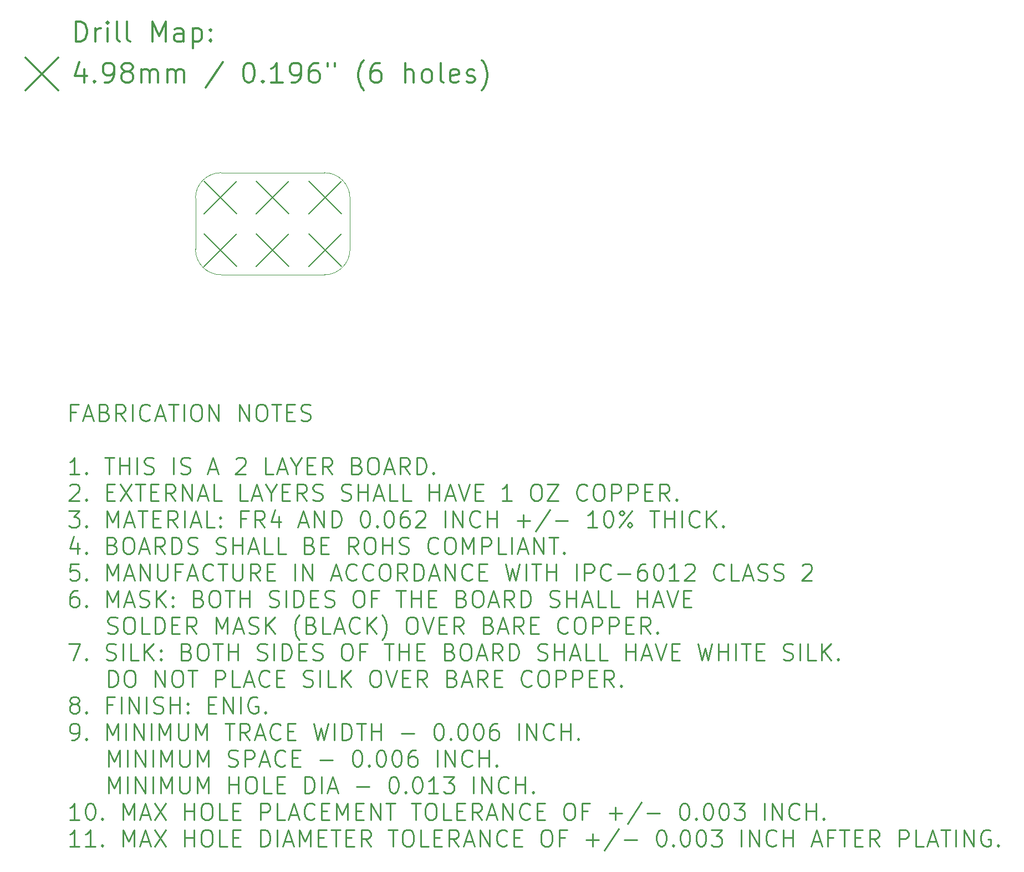
<source format=gbr>
G04 This is an RS-274x file exported by *
G04 gerbv version 2.6.0 *
G04 More information is available about gerbv at *
G04 http://gerbv.gpleda.org/ *
G04 --End of header info--*
%MOIN*%
%FSLAX34Y34*%
%IPPOS*%
G04 --Define apertures--*
%ADD10C,0.0050*%
%ADD11C,0.0079*%
%ADD12C,0.0118*%
%ADD13C,0.0138*%
%ADD14C,0.0016*%
%ADD15C,0.0100*%
G04 --Start main section--*
G54D11*
G01X0008780Y-010250D02*
G01X0010741Y-012211D01*
G01X0010741Y-010250D02*
G01X0008780Y-012211D01*
G01X0008780Y-013400D02*
G01X0010741Y-015360D01*
G01X0010741Y-013400D02*
G01X0008780Y-015360D01*
G01X0011930Y-010250D02*
G01X0013891Y-012211D01*
G01X0013891Y-010250D02*
G01X0011930Y-012211D01*
G01X0011930Y-013400D02*
G01X0013891Y-015360D01*
G01X0013891Y-013400D02*
G01X0011930Y-015360D01*
G01X0015080Y-010250D02*
G01X0017040Y-012211D01*
G01X0017040Y-010250D02*
G01X0015080Y-012211D01*
G01X0015080Y-013400D02*
G01X0017040Y-015360D01*
G01X0017040Y-013400D02*
G01X0015080Y-015360D01*
G54D12*
G01X0001069Y-001834D02*
G01X0001069Y-000652D01*
G01X0001069Y-000652D02*
G01X0001350Y-000652D01*
G01X0001350Y-000652D02*
G01X0001519Y-000709D01*
G01X0001519Y-000709D02*
G01X0001631Y-000821D01*
G01X0001631Y-000821D02*
G01X0001687Y-000934D01*
G01X0001687Y-000934D02*
G01X0001744Y-001159D01*
G01X0001744Y-001159D02*
G01X0001744Y-001327D01*
G01X0001744Y-001327D02*
G01X0001687Y-001552D01*
G01X0001687Y-001552D02*
G01X0001631Y-001665D01*
G01X0001631Y-001665D02*
G01X0001519Y-001777D01*
G01X0001519Y-001777D02*
G01X0001350Y-001834D01*
G01X0001350Y-001834D02*
G01X0001069Y-001834D01*
G01X0002250Y-001834D02*
G01X0002250Y-001046D01*
G01X0002250Y-001271D02*
G01X0002306Y-001159D01*
G01X0002306Y-001159D02*
G01X0002362Y-001102D01*
G01X0002362Y-001102D02*
G01X0002475Y-001046D01*
G01X0002475Y-001046D02*
G01X0002587Y-001046D01*
G01X0002981Y-001834D02*
G01X0002981Y-001046D01*
G01X0002981Y-000652D02*
G01X0002925Y-000709D01*
G01X0002925Y-000709D02*
G01X0002981Y-000765D01*
G01X0002981Y-000765D02*
G01X0003037Y-000709D01*
G01X0003037Y-000709D02*
G01X0002981Y-000652D01*
G01X0002981Y-000652D02*
G01X0002981Y-000765D01*
G01X0003712Y-001834D02*
G01X0003600Y-001777D01*
G01X0003600Y-001777D02*
G01X0003543Y-001665D01*
G01X0003543Y-001665D02*
G01X0003543Y-000652D01*
G01X0004331Y-001834D02*
G01X0004218Y-001777D01*
G01X0004218Y-001777D02*
G01X0004162Y-001665D01*
G01X0004162Y-001665D02*
G01X0004162Y-000652D01*
G01X0005681Y-001834D02*
G01X0005681Y-000652D01*
G01X0005681Y-000652D02*
G01X0006074Y-001496D01*
G01X0006074Y-001496D02*
G01X0006468Y-000652D01*
G01X0006468Y-000652D02*
G01X0006468Y-001834D01*
G01X0007537Y-001834D02*
G01X0007537Y-001215D01*
G01X0007537Y-001215D02*
G01X0007480Y-001102D01*
G01X0007480Y-001102D02*
G01X0007368Y-001046D01*
G01X0007368Y-001046D02*
G01X0007143Y-001046D01*
G01X0007143Y-001046D02*
G01X0007030Y-001102D01*
G01X0007537Y-001777D02*
G01X0007424Y-001834D01*
G01X0007424Y-001834D02*
G01X0007143Y-001834D01*
G01X0007143Y-001834D02*
G01X0007030Y-001777D01*
G01X0007030Y-001777D02*
G01X0006974Y-001665D01*
G01X0006974Y-001665D02*
G01X0006974Y-001552D01*
G01X0006974Y-001552D02*
G01X0007030Y-001440D01*
G01X0007030Y-001440D02*
G01X0007143Y-001384D01*
G01X0007143Y-001384D02*
G01X0007424Y-001384D01*
G01X0007424Y-001384D02*
G01X0007537Y-001327D01*
G01X0008099Y-001046D02*
G01X0008099Y-002227D01*
G01X0008099Y-001102D02*
G01X0008211Y-001046D01*
G01X0008211Y-001046D02*
G01X0008436Y-001046D01*
G01X0008436Y-001046D02*
G01X0008549Y-001102D01*
G01X0008549Y-001102D02*
G01X0008605Y-001159D01*
G01X0008605Y-001159D02*
G01X0008661Y-001271D01*
G01X0008661Y-001271D02*
G01X0008661Y-001609D01*
G01X0008661Y-001609D02*
G01X0008605Y-001721D01*
G01X0008605Y-001721D02*
G01X0008549Y-001777D01*
G01X0008549Y-001777D02*
G01X0008436Y-001834D01*
G01X0008436Y-001834D02*
G01X0008211Y-001834D01*
G01X0008211Y-001834D02*
G01X0008099Y-001777D01*
G01X0009168Y-001721D02*
G01X0009224Y-001777D01*
G01X0009224Y-001777D02*
G01X0009168Y-001834D01*
G01X0009168Y-001834D02*
G01X0009111Y-001777D01*
G01X0009111Y-001777D02*
G01X0009168Y-001721D01*
G01X0009168Y-001721D02*
G01X0009168Y-001834D01*
G01X0009168Y-001102D02*
G01X0009224Y-001159D01*
G01X0009224Y-001159D02*
G01X0009168Y-001215D01*
G01X0009168Y-001215D02*
G01X0009111Y-001159D01*
G01X0009111Y-001159D02*
G01X0009168Y-001102D01*
G01X0009168Y-001102D02*
G01X0009168Y-001215D01*
G01X-001961Y-002799D02*
G01X0000000Y-004760D01*
G01X0000000Y-002799D02*
G01X-001961Y-004760D01*
G01X0001575Y-003526D02*
G01X0001575Y-004314D01*
G01X0001294Y-003076D02*
G01X0001012Y-003920D01*
G01X0001012Y-003920D02*
G01X0001744Y-003920D01*
G01X0002193Y-004201D02*
G01X0002250Y-004258D01*
G01X0002250Y-004258D02*
G01X0002193Y-004314D01*
G01X0002193Y-004314D02*
G01X0002137Y-004258D01*
G01X0002137Y-004258D02*
G01X0002193Y-004201D01*
G01X0002193Y-004201D02*
G01X0002193Y-004314D01*
G01X0002812Y-004314D02*
G01X0003037Y-004314D01*
G01X0003037Y-004314D02*
G01X0003150Y-004258D01*
G01X0003150Y-004258D02*
G01X0003206Y-004201D01*
G01X0003206Y-004201D02*
G01X0003318Y-004033D01*
G01X0003318Y-004033D02*
G01X0003375Y-003808D01*
G01X0003375Y-003808D02*
G01X0003375Y-003358D01*
G01X0003375Y-003358D02*
G01X0003318Y-003245D01*
G01X0003318Y-003245D02*
G01X0003262Y-003189D01*
G01X0003262Y-003189D02*
G01X0003150Y-003133D01*
G01X0003150Y-003133D02*
G01X0002925Y-003133D01*
G01X0002925Y-003133D02*
G01X0002812Y-003189D01*
G01X0002812Y-003189D02*
G01X0002756Y-003245D01*
G01X0002756Y-003245D02*
G01X0002700Y-003358D01*
G01X0002700Y-003358D02*
G01X0002700Y-003639D01*
G01X0002700Y-003639D02*
G01X0002756Y-003751D01*
G01X0002756Y-003751D02*
G01X0002812Y-003808D01*
G01X0002812Y-003808D02*
G01X0002925Y-003864D01*
G01X0002925Y-003864D02*
G01X0003150Y-003864D01*
G01X0003150Y-003864D02*
G01X0003262Y-003808D01*
G01X0003262Y-003808D02*
G01X0003318Y-003751D01*
G01X0003318Y-003751D02*
G01X0003375Y-003639D01*
G01X0004049Y-003639D02*
G01X0003937Y-003583D01*
G01X0003937Y-003583D02*
G01X0003881Y-003526D01*
G01X0003881Y-003526D02*
G01X0003825Y-003414D01*
G01X0003825Y-003414D02*
G01X0003825Y-003358D01*
G01X0003825Y-003358D02*
G01X0003881Y-003245D01*
G01X0003881Y-003245D02*
G01X0003937Y-003189D01*
G01X0003937Y-003189D02*
G01X0004049Y-003133D01*
G01X0004049Y-003133D02*
G01X0004274Y-003133D01*
G01X0004274Y-003133D02*
G01X0004387Y-003189D01*
G01X0004387Y-003189D02*
G01X0004443Y-003245D01*
G01X0004443Y-003245D02*
G01X0004499Y-003358D01*
G01X0004499Y-003358D02*
G01X0004499Y-003414D01*
G01X0004499Y-003414D02*
G01X0004443Y-003526D01*
G01X0004443Y-003526D02*
G01X0004387Y-003583D01*
G01X0004387Y-003583D02*
G01X0004274Y-003639D01*
G01X0004274Y-003639D02*
G01X0004049Y-003639D01*
G01X0004049Y-003639D02*
G01X0003937Y-003695D01*
G01X0003937Y-003695D02*
G01X0003881Y-003751D01*
G01X0003881Y-003751D02*
G01X0003825Y-003864D01*
G01X0003825Y-003864D02*
G01X0003825Y-004089D01*
G01X0003825Y-004089D02*
G01X0003881Y-004201D01*
G01X0003881Y-004201D02*
G01X0003937Y-004258D01*
G01X0003937Y-004258D02*
G01X0004049Y-004314D01*
G01X0004049Y-004314D02*
G01X0004274Y-004314D01*
G01X0004274Y-004314D02*
G01X0004387Y-004258D01*
G01X0004387Y-004258D02*
G01X0004443Y-004201D01*
G01X0004443Y-004201D02*
G01X0004499Y-004089D01*
G01X0004499Y-004089D02*
G01X0004499Y-003864D01*
G01X0004499Y-003864D02*
G01X0004443Y-003751D01*
G01X0004443Y-003751D02*
G01X0004387Y-003695D01*
G01X0004387Y-003695D02*
G01X0004274Y-003639D01*
G01X0005006Y-004314D02*
G01X0005006Y-003526D01*
G01X0005006Y-003639D02*
G01X0005062Y-003583D01*
G01X0005062Y-003583D02*
G01X0005174Y-003526D01*
G01X0005174Y-003526D02*
G01X0005343Y-003526D01*
G01X0005343Y-003526D02*
G01X0005456Y-003583D01*
G01X0005456Y-003583D02*
G01X0005512Y-003695D01*
G01X0005512Y-003695D02*
G01X0005512Y-004314D01*
G01X0005512Y-003695D02*
G01X0005568Y-003583D01*
G01X0005568Y-003583D02*
G01X0005681Y-003526D01*
G01X0005681Y-003526D02*
G01X0005849Y-003526D01*
G01X0005849Y-003526D02*
G01X0005962Y-003583D01*
G01X0005962Y-003583D02*
G01X0006018Y-003695D01*
G01X0006018Y-003695D02*
G01X0006018Y-004314D01*
G01X0006580Y-004314D02*
G01X0006580Y-003526D01*
G01X0006580Y-003639D02*
G01X0006637Y-003583D01*
G01X0006637Y-003583D02*
G01X0006749Y-003526D01*
G01X0006749Y-003526D02*
G01X0006918Y-003526D01*
G01X0006918Y-003526D02*
G01X0007030Y-003583D01*
G01X0007030Y-003583D02*
G01X0007087Y-003695D01*
G01X0007087Y-003695D02*
G01X0007087Y-004314D01*
G01X0007087Y-003695D02*
G01X0007143Y-003583D01*
G01X0007143Y-003583D02*
G01X0007255Y-003526D01*
G01X0007255Y-003526D02*
G01X0007424Y-003526D01*
G01X0007424Y-003526D02*
G01X0007537Y-003583D01*
G01X0007537Y-003583D02*
G01X0007593Y-003695D01*
G01X0007593Y-003695D02*
G01X0007593Y-004314D01*
G01X0009899Y-003076D02*
G01X0008886Y-004595D01*
G01X0011417Y-003133D02*
G01X0011530Y-003133D01*
G01X0011530Y-003133D02*
G01X0011642Y-003189D01*
G01X0011642Y-003189D02*
G01X0011699Y-003245D01*
G01X0011699Y-003245D02*
G01X0011755Y-003358D01*
G01X0011755Y-003358D02*
G01X0011811Y-003583D01*
G01X0011811Y-003583D02*
G01X0011811Y-003864D01*
G01X0011811Y-003864D02*
G01X0011755Y-004089D01*
G01X0011755Y-004089D02*
G01X0011699Y-004201D01*
G01X0011699Y-004201D02*
G01X0011642Y-004258D01*
G01X0011642Y-004258D02*
G01X0011530Y-004314D01*
G01X0011530Y-004314D02*
G01X0011417Y-004314D01*
G01X0011417Y-004314D02*
G01X0011305Y-004258D01*
G01X0011305Y-004258D02*
G01X0011249Y-004201D01*
G01X0011249Y-004201D02*
G01X0011192Y-004089D01*
G01X0011192Y-004089D02*
G01X0011136Y-003864D01*
G01X0011136Y-003864D02*
G01X0011136Y-003583D01*
G01X0011136Y-003583D02*
G01X0011192Y-003358D01*
G01X0011192Y-003358D02*
G01X0011249Y-003245D01*
G01X0011249Y-003245D02*
G01X0011305Y-003189D01*
G01X0011305Y-003189D02*
G01X0011417Y-003133D01*
G01X0012317Y-004201D02*
G01X0012373Y-004258D01*
G01X0012373Y-004258D02*
G01X0012317Y-004314D01*
G01X0012317Y-004314D02*
G01X0012261Y-004258D01*
G01X0012261Y-004258D02*
G01X0012317Y-004201D01*
G01X0012317Y-004201D02*
G01X0012317Y-004314D01*
G01X0013498Y-004314D02*
G01X0012823Y-004314D01*
G01X0013161Y-004314D02*
G01X0013161Y-003133D01*
G01X0013161Y-003133D02*
G01X0013048Y-003301D01*
G01X0013048Y-003301D02*
G01X0012936Y-003414D01*
G01X0012936Y-003414D02*
G01X0012823Y-003470D01*
G01X0014061Y-004314D02*
G01X0014286Y-004314D01*
G01X0014286Y-004314D02*
G01X0014398Y-004258D01*
G01X0014398Y-004258D02*
G01X0014454Y-004201D01*
G01X0014454Y-004201D02*
G01X0014567Y-004033D01*
G01X0014567Y-004033D02*
G01X0014623Y-003808D01*
G01X0014623Y-003808D02*
G01X0014623Y-003358D01*
G01X0014623Y-003358D02*
G01X0014567Y-003245D01*
G01X0014567Y-003245D02*
G01X0014511Y-003189D01*
G01X0014511Y-003189D02*
G01X0014398Y-003133D01*
G01X0014398Y-003133D02*
G01X0014173Y-003133D01*
G01X0014173Y-003133D02*
G01X0014061Y-003189D01*
G01X0014061Y-003189D02*
G01X0014005Y-003245D01*
G01X0014005Y-003245D02*
G01X0013948Y-003358D01*
G01X0013948Y-003358D02*
G01X0013948Y-003639D01*
G01X0013948Y-003639D02*
G01X0014005Y-003751D01*
G01X0014005Y-003751D02*
G01X0014061Y-003808D01*
G01X0014061Y-003808D02*
G01X0014173Y-003864D01*
G01X0014173Y-003864D02*
G01X0014398Y-003864D01*
G01X0014398Y-003864D02*
G01X0014511Y-003808D01*
G01X0014511Y-003808D02*
G01X0014567Y-003751D01*
G01X0014567Y-003751D02*
G01X0014623Y-003639D01*
G01X0015636Y-003133D02*
G01X0015411Y-003133D01*
G01X0015411Y-003133D02*
G01X0015298Y-003189D01*
G01X0015298Y-003189D02*
G01X0015242Y-003245D01*
G01X0015242Y-003245D02*
G01X0015129Y-003414D01*
G01X0015129Y-003414D02*
G01X0015073Y-003639D01*
G01X0015073Y-003639D02*
G01X0015073Y-004089D01*
G01X0015073Y-004089D02*
G01X0015129Y-004201D01*
G01X0015129Y-004201D02*
G01X0015186Y-004258D01*
G01X0015186Y-004258D02*
G01X0015298Y-004314D01*
G01X0015298Y-004314D02*
G01X0015523Y-004314D01*
G01X0015523Y-004314D02*
G01X0015636Y-004258D01*
G01X0015636Y-004258D02*
G01X0015692Y-004201D01*
G01X0015692Y-004201D02*
G01X0015748Y-004089D01*
G01X0015748Y-004089D02*
G01X0015748Y-003808D01*
G01X0015748Y-003808D02*
G01X0015692Y-003695D01*
G01X0015692Y-003695D02*
G01X0015636Y-003639D01*
G01X0015636Y-003639D02*
G01X0015523Y-003583D01*
G01X0015523Y-003583D02*
G01X0015298Y-003583D01*
G01X0015298Y-003583D02*
G01X0015186Y-003639D01*
G01X0015186Y-003639D02*
G01X0015129Y-003695D01*
G01X0015129Y-003695D02*
G01X0015073Y-003808D01*
G01X0016198Y-003133D02*
G01X0016198Y-003358D01*
G01X0016648Y-003133D02*
G01X0016648Y-003358D01*
G01X0018391Y-004764D02*
G01X0018335Y-004708D01*
G01X0018335Y-004708D02*
G01X0018223Y-004539D01*
G01X0018223Y-004539D02*
G01X0018166Y-004426D01*
G01X0018166Y-004426D02*
G01X0018110Y-004258D01*
G01X0018110Y-004258D02*
G01X0018054Y-003976D01*
G01X0018054Y-003976D02*
G01X0018054Y-003751D01*
G01X0018054Y-003751D02*
G01X0018110Y-003470D01*
G01X0018110Y-003470D02*
G01X0018166Y-003301D01*
G01X0018166Y-003301D02*
G01X0018223Y-003189D01*
G01X0018223Y-003189D02*
G01X0018335Y-003020D01*
G01X0018335Y-003020D02*
G01X0018391Y-002964D01*
G01X0019348Y-003133D02*
G01X0019123Y-003133D01*
G01X0019123Y-003133D02*
G01X0019010Y-003189D01*
G01X0019010Y-003189D02*
G01X0018954Y-003245D01*
G01X0018954Y-003245D02*
G01X0018841Y-003414D01*
G01X0018841Y-003414D02*
G01X0018785Y-003639D01*
G01X0018785Y-003639D02*
G01X0018785Y-004089D01*
G01X0018785Y-004089D02*
G01X0018841Y-004201D01*
G01X0018841Y-004201D02*
G01X0018898Y-004258D01*
G01X0018898Y-004258D02*
G01X0019010Y-004314D01*
G01X0019010Y-004314D02*
G01X0019235Y-004314D01*
G01X0019235Y-004314D02*
G01X0019348Y-004258D01*
G01X0019348Y-004258D02*
G01X0019404Y-004201D01*
G01X0019404Y-004201D02*
G01X0019460Y-004089D01*
G01X0019460Y-004089D02*
G01X0019460Y-003808D01*
G01X0019460Y-003808D02*
G01X0019404Y-003695D01*
G01X0019404Y-003695D02*
G01X0019348Y-003639D01*
G01X0019348Y-003639D02*
G01X0019235Y-003583D01*
G01X0019235Y-003583D02*
G01X0019010Y-003583D01*
G01X0019010Y-003583D02*
G01X0018898Y-003639D01*
G01X0018898Y-003639D02*
G01X0018841Y-003695D01*
G01X0018841Y-003695D02*
G01X0018785Y-003808D01*
G01X0020866Y-004314D02*
G01X0020866Y-003133D01*
G01X0021372Y-004314D02*
G01X0021372Y-003695D01*
G01X0021372Y-003695D02*
G01X0021316Y-003583D01*
G01X0021316Y-003583D02*
G01X0021204Y-003526D01*
G01X0021204Y-003526D02*
G01X0021035Y-003526D01*
G01X0021035Y-003526D02*
G01X0020922Y-003583D01*
G01X0020922Y-003583D02*
G01X0020866Y-003639D01*
G01X0022103Y-004314D02*
G01X0021991Y-004258D01*
G01X0021991Y-004258D02*
G01X0021935Y-004201D01*
G01X0021935Y-004201D02*
G01X0021879Y-004089D01*
G01X0021879Y-004089D02*
G01X0021879Y-003751D01*
G01X0021879Y-003751D02*
G01X0021935Y-003639D01*
G01X0021935Y-003639D02*
G01X0021991Y-003583D01*
G01X0021991Y-003583D02*
G01X0022103Y-003526D01*
G01X0022103Y-003526D02*
G01X0022272Y-003526D01*
G01X0022272Y-003526D02*
G01X0022385Y-003583D01*
G01X0022385Y-003583D02*
G01X0022441Y-003639D01*
G01X0022441Y-003639D02*
G01X0022497Y-003751D01*
G01X0022497Y-003751D02*
G01X0022497Y-004089D01*
G01X0022497Y-004089D02*
G01X0022441Y-004201D01*
G01X0022441Y-004201D02*
G01X0022385Y-004258D01*
G01X0022385Y-004258D02*
G01X0022272Y-004314D01*
G01X0022272Y-004314D02*
G01X0022103Y-004314D01*
G01X0023172Y-004314D02*
G01X0023060Y-004258D01*
G01X0023060Y-004258D02*
G01X0023003Y-004145D01*
G01X0023003Y-004145D02*
G01X0023003Y-003133D01*
G01X0024072Y-004258D02*
G01X0023960Y-004314D01*
G01X0023960Y-004314D02*
G01X0023735Y-004314D01*
G01X0023735Y-004314D02*
G01X0023622Y-004258D01*
G01X0023622Y-004258D02*
G01X0023566Y-004145D01*
G01X0023566Y-004145D02*
G01X0023566Y-003695D01*
G01X0023566Y-003695D02*
G01X0023622Y-003583D01*
G01X0023622Y-003583D02*
G01X0023735Y-003526D01*
G01X0023735Y-003526D02*
G01X0023960Y-003526D01*
G01X0023960Y-003526D02*
G01X0024072Y-003583D01*
G01X0024072Y-003583D02*
G01X0024128Y-003695D01*
G01X0024128Y-003695D02*
G01X0024128Y-003808D01*
G01X0024128Y-003808D02*
G01X0023566Y-003920D01*
G01X0024578Y-004258D02*
G01X0024691Y-004314D01*
G01X0024691Y-004314D02*
G01X0024916Y-004314D01*
G01X0024916Y-004314D02*
G01X0025028Y-004258D01*
G01X0025028Y-004258D02*
G01X0025084Y-004145D01*
G01X0025084Y-004145D02*
G01X0025084Y-004089D01*
G01X0025084Y-004089D02*
G01X0025028Y-003976D01*
G01X0025028Y-003976D02*
G01X0024916Y-003920D01*
G01X0024916Y-003920D02*
G01X0024747Y-003920D01*
G01X0024747Y-003920D02*
G01X0024634Y-003864D01*
G01X0024634Y-003864D02*
G01X0024578Y-003751D01*
G01X0024578Y-003751D02*
G01X0024578Y-003695D01*
G01X0024578Y-003695D02*
G01X0024634Y-003583D01*
G01X0024634Y-003583D02*
G01X0024747Y-003526D01*
G01X0024747Y-003526D02*
G01X0024916Y-003526D01*
G01X0024916Y-003526D02*
G01X0025028Y-003583D01*
G01X0025478Y-004764D02*
G01X0025534Y-004708D01*
G01X0025534Y-004708D02*
G01X0025647Y-004539D01*
G01X0025647Y-004539D02*
G01X0025703Y-004426D01*
G01X0025703Y-004426D02*
G01X0025759Y-004258D01*
G01X0025759Y-004258D02*
G01X0025816Y-003976D01*
G01X0025816Y-003976D02*
G01X0025816Y-003751D01*
G01X0025816Y-003751D02*
G01X0025759Y-003470D01*
G01X0025759Y-003470D02*
G01X0025703Y-003301D01*
G01X0025703Y-003301D02*
G01X0025647Y-003189D01*
G01X0025647Y-003189D02*
G01X0025534Y-003020D01*
G01X0025534Y-003020D02*
G01X0025478Y-002964D01*
G01X0000000Y0000000D02*
G54D14*
G01X0016060Y-009734D02*
G01X0009800Y-009734D01*
G01X0016060Y-015876D02*
G01X0009800Y-015876D01*
G01X0017556Y-014341D02*
G01X0017556Y-011270D01*
G01X0008265Y-014341D02*
G01X0008265Y-011270D01*
G01X0017556Y-011270D02*
G75*
G03X0016021Y-009734I-001535J0000000D01*
G01X0016021Y-015876D02*
G75*
G03X0017556Y-014341I0000000J0001535D01*
G01X0008265Y-014341D02*
G75*
G03X0009800Y-015876I0001535J0000000D01*
G01X0009800Y-009734D02*
G75*
G03X0008265Y-011270I0000000J-001535D01*
G01X0000000Y0000000D02*
G54D15*
G01X0001091Y-024149D02*
G01X0000758Y-024149D01*
G01X0000758Y-024672D02*
G01X0000758Y-023672D01*
G01X0000758Y-023672D02*
G01X0001234Y-023672D01*
G01X0001568Y-024387D02*
G01X0002044Y-024387D01*
G01X0001472Y-024672D02*
G01X0001806Y-023672D01*
G01X0001806Y-023672D02*
G01X0002139Y-024672D01*
G01X0002806Y-024149D02*
G01X0002949Y-024196D01*
G01X0002949Y-024196D02*
G01X0002996Y-024244D01*
G01X0002996Y-024244D02*
G01X0003044Y-024339D01*
G01X0003044Y-024339D02*
G01X0003044Y-024482D01*
G01X0003044Y-024482D02*
G01X0002996Y-024577D01*
G01X0002996Y-024577D02*
G01X0002949Y-024625D01*
G01X0002949Y-024625D02*
G01X0002853Y-024672D01*
G01X0002853Y-024672D02*
G01X0002472Y-024672D01*
G01X0002472Y-024672D02*
G01X0002472Y-023672D01*
G01X0002472Y-023672D02*
G01X0002806Y-023672D01*
G01X0002806Y-023672D02*
G01X0002901Y-023720D01*
G01X0002901Y-023720D02*
G01X0002949Y-023768D01*
G01X0002949Y-023768D02*
G01X0002996Y-023863D01*
G01X0002996Y-023863D02*
G01X0002996Y-023958D01*
G01X0002996Y-023958D02*
G01X0002949Y-024053D01*
G01X0002949Y-024053D02*
G01X0002901Y-024101D01*
G01X0002901Y-024101D02*
G01X0002806Y-024149D01*
G01X0002806Y-024149D02*
G01X0002472Y-024149D01*
G01X0004044Y-024672D02*
G01X0003710Y-024196D01*
G01X0003472Y-024672D02*
G01X0003472Y-023672D01*
G01X0003472Y-023672D02*
G01X0003853Y-023672D01*
G01X0003853Y-023672D02*
G01X0003949Y-023720D01*
G01X0003949Y-023720D02*
G01X0003996Y-023768D01*
G01X0003996Y-023768D02*
G01X0004044Y-023863D01*
G01X0004044Y-023863D02*
G01X0004044Y-024006D01*
G01X0004044Y-024006D02*
G01X0003996Y-024101D01*
G01X0003996Y-024101D02*
G01X0003949Y-024149D01*
G01X0003949Y-024149D02*
G01X0003853Y-024196D01*
G01X0003853Y-024196D02*
G01X0003472Y-024196D01*
G01X0004472Y-024672D02*
G01X0004472Y-023672D01*
G01X0005520Y-024577D02*
G01X0005472Y-024625D01*
G01X0005472Y-024625D02*
G01X0005330Y-024672D01*
G01X0005330Y-024672D02*
G01X0005234Y-024672D01*
G01X0005234Y-024672D02*
G01X0005091Y-024625D01*
G01X0005091Y-024625D02*
G01X0004996Y-024530D01*
G01X0004996Y-024530D02*
G01X0004949Y-024434D01*
G01X0004949Y-024434D02*
G01X0004901Y-024244D01*
G01X0004901Y-024244D02*
G01X0004901Y-024101D01*
G01X0004901Y-024101D02*
G01X0004949Y-023910D01*
G01X0004949Y-023910D02*
G01X0004996Y-023815D01*
G01X0004996Y-023815D02*
G01X0005091Y-023720D01*
G01X0005091Y-023720D02*
G01X0005234Y-023672D01*
G01X0005234Y-023672D02*
G01X0005330Y-023672D01*
G01X0005330Y-023672D02*
G01X0005472Y-023720D01*
G01X0005472Y-023720D02*
G01X0005520Y-023768D01*
G01X0005901Y-024387D02*
G01X0006377Y-024387D01*
G01X0005806Y-024672D02*
G01X0006139Y-023672D01*
G01X0006139Y-023672D02*
G01X0006472Y-024672D01*
G01X0006663Y-023672D02*
G01X0007234Y-023672D01*
G01X0006949Y-024672D02*
G01X0006949Y-023672D01*
G01X0007568Y-024672D02*
G01X0007568Y-023672D01*
G01X0008234Y-023672D02*
G01X0008425Y-023672D01*
G01X0008425Y-023672D02*
G01X0008520Y-023720D01*
G01X0008520Y-023720D02*
G01X0008615Y-023815D01*
G01X0008615Y-023815D02*
G01X0008663Y-024006D01*
G01X0008663Y-024006D02*
G01X0008663Y-024339D01*
G01X0008663Y-024339D02*
G01X0008615Y-024530D01*
G01X0008615Y-024530D02*
G01X0008520Y-024625D01*
G01X0008520Y-024625D02*
G01X0008425Y-024672D01*
G01X0008425Y-024672D02*
G01X0008234Y-024672D01*
G01X0008234Y-024672D02*
G01X0008139Y-024625D01*
G01X0008139Y-024625D02*
G01X0008044Y-024530D01*
G01X0008044Y-024530D02*
G01X0007996Y-024339D01*
G01X0007996Y-024339D02*
G01X0007996Y-024006D01*
G01X0007996Y-024006D02*
G01X0008044Y-023815D01*
G01X0008044Y-023815D02*
G01X0008139Y-023720D01*
G01X0008139Y-023720D02*
G01X0008234Y-023672D01*
G01X0009091Y-024672D02*
G01X0009091Y-023672D01*
G01X0009091Y-023672D02*
G01X0009663Y-024672D01*
G01X0009663Y-024672D02*
G01X0009663Y-023672D01*
G01X0010901Y-024672D02*
G01X0010901Y-023672D01*
G01X0010901Y-023672D02*
G01X0011472Y-024672D01*
G01X0011472Y-024672D02*
G01X0011472Y-023672D01*
G01X0012139Y-023672D02*
G01X0012330Y-023672D01*
G01X0012330Y-023672D02*
G01X0012425Y-023720D01*
G01X0012425Y-023720D02*
G01X0012520Y-023815D01*
G01X0012520Y-023815D02*
G01X0012568Y-024006D01*
G01X0012568Y-024006D02*
G01X0012568Y-024339D01*
G01X0012568Y-024339D02*
G01X0012520Y-024530D01*
G01X0012520Y-024530D02*
G01X0012425Y-024625D01*
G01X0012425Y-024625D02*
G01X0012330Y-024672D01*
G01X0012330Y-024672D02*
G01X0012139Y-024672D01*
G01X0012139Y-024672D02*
G01X0012044Y-024625D01*
G01X0012044Y-024625D02*
G01X0011949Y-024530D01*
G01X0011949Y-024530D02*
G01X0011901Y-024339D01*
G01X0011901Y-024339D02*
G01X0011901Y-024006D01*
G01X0011901Y-024006D02*
G01X0011949Y-023815D01*
G01X0011949Y-023815D02*
G01X0012044Y-023720D01*
G01X0012044Y-023720D02*
G01X0012139Y-023672D01*
G01X0012853Y-023672D02*
G01X0013425Y-023672D01*
G01X0013139Y-024672D02*
G01X0013139Y-023672D01*
G01X0013758Y-024149D02*
G01X0014091Y-024149D01*
G01X0014234Y-024672D02*
G01X0013758Y-024672D01*
G01X0013758Y-024672D02*
G01X0013758Y-023672D01*
G01X0013758Y-023672D02*
G01X0014234Y-023672D01*
G01X0014615Y-024625D02*
G01X0014758Y-024672D01*
G01X0014758Y-024672D02*
G01X0014996Y-024672D01*
G01X0014996Y-024672D02*
G01X0015091Y-024625D01*
G01X0015091Y-024625D02*
G01X0015139Y-024577D01*
G01X0015139Y-024577D02*
G01X0015187Y-024482D01*
G01X0015187Y-024482D02*
G01X0015187Y-024387D01*
G01X0015187Y-024387D02*
G01X0015139Y-024291D01*
G01X0015139Y-024291D02*
G01X0015091Y-024244D01*
G01X0015091Y-024244D02*
G01X0014996Y-024196D01*
G01X0014996Y-024196D02*
G01X0014806Y-024149D01*
G01X0014806Y-024149D02*
G01X0014710Y-024101D01*
G01X0014710Y-024101D02*
G01X0014663Y-024053D01*
G01X0014663Y-024053D02*
G01X0014615Y-023958D01*
G01X0014615Y-023958D02*
G01X0014615Y-023863D01*
G01X0014615Y-023863D02*
G01X0014663Y-023768D01*
G01X0014663Y-023768D02*
G01X0014710Y-023720D01*
G01X0014710Y-023720D02*
G01X0014806Y-023672D01*
G01X0014806Y-023672D02*
G01X0015044Y-023672D01*
G01X0015044Y-023672D02*
G01X0015187Y-023720D01*
G01X0001282Y-027872D02*
G01X0000710Y-027872D01*
G01X0000996Y-027872D02*
G01X0000996Y-026872D01*
G01X0000996Y-026872D02*
G01X0000901Y-027015D01*
G01X0000901Y-027015D02*
G01X0000806Y-027110D01*
G01X0000806Y-027110D02*
G01X0000710Y-027158D01*
G01X0001710Y-027777D02*
G01X0001758Y-027825D01*
G01X0001758Y-027825D02*
G01X0001710Y-027872D01*
G01X0001710Y-027872D02*
G01X0001663Y-027825D01*
G01X0001663Y-027825D02*
G01X0001710Y-027777D01*
G01X0001710Y-027777D02*
G01X0001710Y-027872D01*
G01X0002806Y-026872D02*
G01X0003377Y-026872D01*
G01X0003091Y-027872D02*
G01X0003091Y-026872D01*
G01X0003710Y-027872D02*
G01X0003710Y-026872D01*
G01X0003710Y-027349D02*
G01X0004282Y-027349D01*
G01X0004282Y-027872D02*
G01X0004282Y-026872D01*
G01X0004758Y-027872D02*
G01X0004758Y-026872D01*
G01X0005187Y-027825D02*
G01X0005330Y-027872D01*
G01X0005330Y-027872D02*
G01X0005568Y-027872D01*
G01X0005568Y-027872D02*
G01X0005663Y-027825D01*
G01X0005663Y-027825D02*
G01X0005710Y-027777D01*
G01X0005710Y-027777D02*
G01X0005758Y-027682D01*
G01X0005758Y-027682D02*
G01X0005758Y-027587D01*
G01X0005758Y-027587D02*
G01X0005710Y-027491D01*
G01X0005710Y-027491D02*
G01X0005663Y-027444D01*
G01X0005663Y-027444D02*
G01X0005568Y-027396D01*
G01X0005568Y-027396D02*
G01X0005377Y-027349D01*
G01X0005377Y-027349D02*
G01X0005282Y-027301D01*
G01X0005282Y-027301D02*
G01X0005234Y-027253D01*
G01X0005234Y-027253D02*
G01X0005187Y-027158D01*
G01X0005187Y-027158D02*
G01X0005187Y-027063D01*
G01X0005187Y-027063D02*
G01X0005234Y-026968D01*
G01X0005234Y-026968D02*
G01X0005282Y-026920D01*
G01X0005282Y-026920D02*
G01X0005377Y-026872D01*
G01X0005377Y-026872D02*
G01X0005615Y-026872D01*
G01X0005615Y-026872D02*
G01X0005758Y-026920D01*
G01X0006949Y-027872D02*
G01X0006949Y-026872D01*
G01X0007377Y-027825D02*
G01X0007520Y-027872D01*
G01X0007520Y-027872D02*
G01X0007758Y-027872D01*
G01X0007758Y-027872D02*
G01X0007853Y-027825D01*
G01X0007853Y-027825D02*
G01X0007901Y-027777D01*
G01X0007901Y-027777D02*
G01X0007949Y-027682D01*
G01X0007949Y-027682D02*
G01X0007949Y-027587D01*
G01X0007949Y-027587D02*
G01X0007901Y-027491D01*
G01X0007901Y-027491D02*
G01X0007853Y-027444D01*
G01X0007853Y-027444D02*
G01X0007758Y-027396D01*
G01X0007758Y-027396D02*
G01X0007568Y-027349D01*
G01X0007568Y-027349D02*
G01X0007472Y-027301D01*
G01X0007472Y-027301D02*
G01X0007425Y-027253D01*
G01X0007425Y-027253D02*
G01X0007377Y-027158D01*
G01X0007377Y-027158D02*
G01X0007377Y-027063D01*
G01X0007377Y-027063D02*
G01X0007425Y-026968D01*
G01X0007425Y-026968D02*
G01X0007472Y-026920D01*
G01X0007472Y-026920D02*
G01X0007568Y-026872D01*
G01X0007568Y-026872D02*
G01X0007806Y-026872D01*
G01X0007806Y-026872D02*
G01X0007949Y-026920D01*
G01X0009091Y-027587D02*
G01X0009568Y-027587D01*
G01X0008996Y-027872D02*
G01X0009330Y-026872D01*
G01X0009330Y-026872D02*
G01X0009663Y-027872D01*
G01X0010710Y-026968D02*
G01X0010758Y-026920D01*
G01X0010758Y-026920D02*
G01X0010853Y-026872D01*
G01X0010853Y-026872D02*
G01X0011091Y-026872D01*
G01X0011091Y-026872D02*
G01X0011187Y-026920D01*
G01X0011187Y-026920D02*
G01X0011234Y-026968D01*
G01X0011234Y-026968D02*
G01X0011282Y-027063D01*
G01X0011282Y-027063D02*
G01X0011282Y-027158D01*
G01X0011282Y-027158D02*
G01X0011234Y-027301D01*
G01X0011234Y-027301D02*
G01X0010663Y-027872D01*
G01X0010663Y-027872D02*
G01X0011282Y-027872D01*
G01X0012949Y-027872D02*
G01X0012472Y-027872D01*
G01X0012472Y-027872D02*
G01X0012472Y-026872D01*
G01X0013234Y-027587D02*
G01X0013710Y-027587D01*
G01X0013139Y-027872D02*
G01X0013472Y-026872D01*
G01X0013472Y-026872D02*
G01X0013806Y-027872D01*
G01X0014330Y-027396D02*
G01X0014330Y-027872D01*
G01X0013996Y-026872D02*
G01X0014330Y-027396D01*
G01X0014330Y-027396D02*
G01X0014663Y-026872D01*
G01X0014996Y-027349D02*
G01X0015330Y-027349D01*
G01X0015472Y-027872D02*
G01X0014996Y-027872D01*
G01X0014996Y-027872D02*
G01X0014996Y-026872D01*
G01X0014996Y-026872D02*
G01X0015472Y-026872D01*
G01X0016472Y-027872D02*
G01X0016139Y-027396D01*
G01X0015901Y-027872D02*
G01X0015901Y-026872D01*
G01X0015901Y-026872D02*
G01X0016282Y-026872D01*
G01X0016282Y-026872D02*
G01X0016377Y-026920D01*
G01X0016377Y-026920D02*
G01X0016425Y-026968D01*
G01X0016425Y-026968D02*
G01X0016472Y-027063D01*
G01X0016472Y-027063D02*
G01X0016472Y-027206D01*
G01X0016472Y-027206D02*
G01X0016425Y-027301D01*
G01X0016425Y-027301D02*
G01X0016377Y-027349D01*
G01X0016377Y-027349D02*
G01X0016282Y-027396D01*
G01X0016282Y-027396D02*
G01X0015901Y-027396D01*
G01X0017996Y-027349D02*
G01X0018139Y-027396D01*
G01X0018139Y-027396D02*
G01X0018187Y-027444D01*
G01X0018187Y-027444D02*
G01X0018234Y-027539D01*
G01X0018234Y-027539D02*
G01X0018234Y-027682D01*
G01X0018234Y-027682D02*
G01X0018187Y-027777D01*
G01X0018187Y-027777D02*
G01X0018139Y-027825D01*
G01X0018139Y-027825D02*
G01X0018044Y-027872D01*
G01X0018044Y-027872D02*
G01X0017663Y-027872D01*
G01X0017663Y-027872D02*
G01X0017663Y-026872D01*
G01X0017663Y-026872D02*
G01X0017996Y-026872D01*
G01X0017996Y-026872D02*
G01X0018091Y-026920D01*
G01X0018091Y-026920D02*
G01X0018139Y-026968D01*
G01X0018139Y-026968D02*
G01X0018187Y-027063D01*
G01X0018187Y-027063D02*
G01X0018187Y-027158D01*
G01X0018187Y-027158D02*
G01X0018139Y-027253D01*
G01X0018139Y-027253D02*
G01X0018091Y-027301D01*
G01X0018091Y-027301D02*
G01X0017996Y-027349D01*
G01X0017996Y-027349D02*
G01X0017663Y-027349D01*
G01X0018853Y-026872D02*
G01X0019044Y-026872D01*
G01X0019044Y-026872D02*
G01X0019139Y-026920D01*
G01X0019139Y-026920D02*
G01X0019234Y-027015D01*
G01X0019234Y-027015D02*
G01X0019282Y-027206D01*
G01X0019282Y-027206D02*
G01X0019282Y-027539D01*
G01X0019282Y-027539D02*
G01X0019234Y-027730D01*
G01X0019234Y-027730D02*
G01X0019139Y-027825D01*
G01X0019139Y-027825D02*
G01X0019044Y-027872D01*
G01X0019044Y-027872D02*
G01X0018853Y-027872D01*
G01X0018853Y-027872D02*
G01X0018758Y-027825D01*
G01X0018758Y-027825D02*
G01X0018663Y-027730D01*
G01X0018663Y-027730D02*
G01X0018615Y-027539D01*
G01X0018615Y-027539D02*
G01X0018615Y-027206D01*
G01X0018615Y-027206D02*
G01X0018663Y-027015D01*
G01X0018663Y-027015D02*
G01X0018758Y-026920D01*
G01X0018758Y-026920D02*
G01X0018853Y-026872D01*
G01X0019663Y-027587D02*
G01X0020139Y-027587D01*
G01X0019568Y-027872D02*
G01X0019901Y-026872D01*
G01X0019901Y-026872D02*
G01X0020234Y-027872D01*
G01X0021139Y-027872D02*
G01X0020806Y-027396D01*
G01X0020568Y-027872D02*
G01X0020568Y-026872D01*
G01X0020568Y-026872D02*
G01X0020949Y-026872D01*
G01X0020949Y-026872D02*
G01X0021044Y-026920D01*
G01X0021044Y-026920D02*
G01X0021091Y-026968D01*
G01X0021091Y-026968D02*
G01X0021139Y-027063D01*
G01X0021139Y-027063D02*
G01X0021139Y-027206D01*
G01X0021139Y-027206D02*
G01X0021091Y-027301D01*
G01X0021091Y-027301D02*
G01X0021044Y-027349D01*
G01X0021044Y-027349D02*
G01X0020949Y-027396D01*
G01X0020949Y-027396D02*
G01X0020568Y-027396D01*
G01X0021568Y-027872D02*
G01X0021568Y-026872D01*
G01X0021568Y-026872D02*
G01X0021806Y-026872D01*
G01X0021806Y-026872D02*
G01X0021949Y-026920D01*
G01X0021949Y-026920D02*
G01X0022044Y-027015D01*
G01X0022044Y-027015D02*
G01X0022091Y-027110D01*
G01X0022091Y-027110D02*
G01X0022139Y-027301D01*
G01X0022139Y-027301D02*
G01X0022139Y-027444D01*
G01X0022139Y-027444D02*
G01X0022091Y-027634D01*
G01X0022091Y-027634D02*
G01X0022044Y-027730D01*
G01X0022044Y-027730D02*
G01X0021949Y-027825D01*
G01X0021949Y-027825D02*
G01X0021806Y-027872D01*
G01X0021806Y-027872D02*
G01X0021568Y-027872D01*
G01X0022568Y-027777D02*
G01X0022615Y-027825D01*
G01X0022615Y-027825D02*
G01X0022568Y-027872D01*
G01X0022568Y-027872D02*
G01X0022520Y-027825D01*
G01X0022520Y-027825D02*
G01X0022568Y-027777D01*
G01X0022568Y-027777D02*
G01X0022568Y-027872D01*
G01X0000710Y-028568D02*
G01X0000758Y-028520D01*
G01X0000758Y-028520D02*
G01X0000853Y-028472D01*
G01X0000853Y-028472D02*
G01X0001091Y-028472D01*
G01X0001091Y-028472D02*
G01X0001187Y-028520D01*
G01X0001187Y-028520D02*
G01X0001234Y-028568D01*
G01X0001234Y-028568D02*
G01X0001282Y-028663D01*
G01X0001282Y-028663D02*
G01X0001282Y-028758D01*
G01X0001282Y-028758D02*
G01X0001234Y-028901D01*
G01X0001234Y-028901D02*
G01X0000663Y-029472D01*
G01X0000663Y-029472D02*
G01X0001282Y-029472D01*
G01X0001710Y-029377D02*
G01X0001758Y-029425D01*
G01X0001758Y-029425D02*
G01X0001710Y-029472D01*
G01X0001710Y-029472D02*
G01X0001663Y-029425D01*
G01X0001663Y-029425D02*
G01X0001710Y-029377D01*
G01X0001710Y-029377D02*
G01X0001710Y-029472D01*
G01X0002949Y-028949D02*
G01X0003282Y-028949D01*
G01X0003425Y-029472D02*
G01X0002949Y-029472D01*
G01X0002949Y-029472D02*
G01X0002949Y-028472D01*
G01X0002949Y-028472D02*
G01X0003425Y-028472D01*
G01X0003758Y-028472D02*
G01X0004425Y-029472D01*
G01X0004425Y-028472D02*
G01X0003758Y-029472D01*
G01X0004663Y-028472D02*
G01X0005234Y-028472D01*
G01X0004949Y-029472D02*
G01X0004949Y-028472D01*
G01X0005568Y-028949D02*
G01X0005901Y-028949D01*
G01X0006044Y-029472D02*
G01X0005568Y-029472D01*
G01X0005568Y-029472D02*
G01X0005568Y-028472D01*
G01X0005568Y-028472D02*
G01X0006044Y-028472D01*
G01X0007044Y-029472D02*
G01X0006710Y-028996D01*
G01X0006472Y-029472D02*
G01X0006472Y-028472D01*
G01X0006472Y-028472D02*
G01X0006853Y-028472D01*
G01X0006853Y-028472D02*
G01X0006949Y-028520D01*
G01X0006949Y-028520D02*
G01X0006996Y-028568D01*
G01X0006996Y-028568D02*
G01X0007044Y-028663D01*
G01X0007044Y-028663D02*
G01X0007044Y-028806D01*
G01X0007044Y-028806D02*
G01X0006996Y-028901D01*
G01X0006996Y-028901D02*
G01X0006949Y-028949D01*
G01X0006949Y-028949D02*
G01X0006853Y-028996D01*
G01X0006853Y-028996D02*
G01X0006472Y-028996D01*
G01X0007472Y-029472D02*
G01X0007472Y-028472D01*
G01X0007472Y-028472D02*
G01X0008044Y-029472D01*
G01X0008044Y-029472D02*
G01X0008044Y-028472D01*
G01X0008472Y-029187D02*
G01X0008949Y-029187D01*
G01X0008377Y-029472D02*
G01X0008710Y-028472D01*
G01X0008710Y-028472D02*
G01X0009044Y-029472D01*
G01X0009853Y-029472D02*
G01X0009377Y-029472D01*
G01X0009377Y-029472D02*
G01X0009377Y-028472D01*
G01X0011425Y-029472D02*
G01X0010949Y-029472D01*
G01X0010949Y-029472D02*
G01X0010949Y-028472D01*
G01X0011710Y-029187D02*
G01X0012187Y-029187D01*
G01X0011615Y-029472D02*
G01X0011949Y-028472D01*
G01X0011949Y-028472D02*
G01X0012282Y-029472D01*
G01X0012806Y-028996D02*
G01X0012806Y-029472D01*
G01X0012472Y-028472D02*
G01X0012806Y-028996D01*
G01X0012806Y-028996D02*
G01X0013139Y-028472D01*
G01X0013472Y-028949D02*
G01X0013806Y-028949D01*
G01X0013949Y-029472D02*
G01X0013472Y-029472D01*
G01X0013472Y-029472D02*
G01X0013472Y-028472D01*
G01X0013472Y-028472D02*
G01X0013949Y-028472D01*
G01X0014949Y-029472D02*
G01X0014615Y-028996D01*
G01X0014377Y-029472D02*
G01X0014377Y-028472D01*
G01X0014377Y-028472D02*
G01X0014758Y-028472D01*
G01X0014758Y-028472D02*
G01X0014853Y-028520D01*
G01X0014853Y-028520D02*
G01X0014901Y-028568D01*
G01X0014901Y-028568D02*
G01X0014949Y-028663D01*
G01X0014949Y-028663D02*
G01X0014949Y-028806D01*
G01X0014949Y-028806D02*
G01X0014901Y-028901D01*
G01X0014901Y-028901D02*
G01X0014853Y-028949D01*
G01X0014853Y-028949D02*
G01X0014758Y-028996D01*
G01X0014758Y-028996D02*
G01X0014377Y-028996D01*
G01X0015330Y-029425D02*
G01X0015472Y-029472D01*
G01X0015472Y-029472D02*
G01X0015710Y-029472D01*
G01X0015710Y-029472D02*
G01X0015806Y-029425D01*
G01X0015806Y-029425D02*
G01X0015853Y-029377D01*
G01X0015853Y-029377D02*
G01X0015901Y-029282D01*
G01X0015901Y-029282D02*
G01X0015901Y-029187D01*
G01X0015901Y-029187D02*
G01X0015853Y-029091D01*
G01X0015853Y-029091D02*
G01X0015806Y-029044D01*
G01X0015806Y-029044D02*
G01X0015710Y-028996D01*
G01X0015710Y-028996D02*
G01X0015520Y-028949D01*
G01X0015520Y-028949D02*
G01X0015425Y-028901D01*
G01X0015425Y-028901D02*
G01X0015377Y-028853D01*
G01X0015377Y-028853D02*
G01X0015330Y-028758D01*
G01X0015330Y-028758D02*
G01X0015330Y-028663D01*
G01X0015330Y-028663D02*
G01X0015377Y-028568D01*
G01X0015377Y-028568D02*
G01X0015425Y-028520D01*
G01X0015425Y-028520D02*
G01X0015520Y-028472D01*
G01X0015520Y-028472D02*
G01X0015758Y-028472D01*
G01X0015758Y-028472D02*
G01X0015901Y-028520D01*
G01X0017044Y-029425D02*
G01X0017187Y-029472D01*
G01X0017187Y-029472D02*
G01X0017425Y-029472D01*
G01X0017425Y-029472D02*
G01X0017520Y-029425D01*
G01X0017520Y-029425D02*
G01X0017568Y-029377D01*
G01X0017568Y-029377D02*
G01X0017615Y-029282D01*
G01X0017615Y-029282D02*
G01X0017615Y-029187D01*
G01X0017615Y-029187D02*
G01X0017568Y-029091D01*
G01X0017568Y-029091D02*
G01X0017520Y-029044D01*
G01X0017520Y-029044D02*
G01X0017425Y-028996D01*
G01X0017425Y-028996D02*
G01X0017234Y-028949D01*
G01X0017234Y-028949D02*
G01X0017139Y-028901D01*
G01X0017139Y-028901D02*
G01X0017091Y-028853D01*
G01X0017091Y-028853D02*
G01X0017044Y-028758D01*
G01X0017044Y-028758D02*
G01X0017044Y-028663D01*
G01X0017044Y-028663D02*
G01X0017091Y-028568D01*
G01X0017091Y-028568D02*
G01X0017139Y-028520D01*
G01X0017139Y-028520D02*
G01X0017234Y-028472D01*
G01X0017234Y-028472D02*
G01X0017472Y-028472D01*
G01X0017472Y-028472D02*
G01X0017615Y-028520D01*
G01X0018044Y-029472D02*
G01X0018044Y-028472D01*
G01X0018044Y-028949D02*
G01X0018615Y-028949D01*
G01X0018615Y-029472D02*
G01X0018615Y-028472D01*
G01X0019044Y-029187D02*
G01X0019520Y-029187D01*
G01X0018949Y-029472D02*
G01X0019282Y-028472D01*
G01X0019282Y-028472D02*
G01X0019615Y-029472D01*
G01X0020425Y-029472D02*
G01X0019949Y-029472D01*
G01X0019949Y-029472D02*
G01X0019949Y-028472D01*
G01X0021234Y-029472D02*
G01X0020758Y-029472D01*
G01X0020758Y-029472D02*
G01X0020758Y-028472D01*
G01X0022330Y-029472D02*
G01X0022330Y-028472D01*
G01X0022330Y-028949D02*
G01X0022901Y-028949D01*
G01X0022901Y-029472D02*
G01X0022901Y-028472D01*
G01X0023330Y-029187D02*
G01X0023806Y-029187D01*
G01X0023234Y-029472D02*
G01X0023568Y-028472D01*
G01X0023568Y-028472D02*
G01X0023901Y-029472D01*
G01X0024091Y-028472D02*
G01X0024425Y-029472D01*
G01X0024425Y-029472D02*
G01X0024758Y-028472D01*
G01X0025091Y-028949D02*
G01X0025425Y-028949D01*
G01X0025568Y-029472D02*
G01X0025091Y-029472D01*
G01X0025091Y-029472D02*
G01X0025091Y-028472D01*
G01X0025091Y-028472D02*
G01X0025568Y-028472D01*
G01X0027282Y-029472D02*
G01X0026710Y-029472D01*
G01X0026996Y-029472D02*
G01X0026996Y-028472D01*
G01X0026996Y-028472D02*
G01X0026901Y-028615D01*
G01X0026901Y-028615D02*
G01X0026806Y-028710D01*
G01X0026806Y-028710D02*
G01X0026710Y-028758D01*
G01X0028663Y-028472D02*
G01X0028853Y-028472D01*
G01X0028853Y-028472D02*
G01X0028949Y-028520D01*
G01X0028949Y-028520D02*
G01X0029044Y-028615D01*
G01X0029044Y-028615D02*
G01X0029091Y-028806D01*
G01X0029091Y-028806D02*
G01X0029091Y-029139D01*
G01X0029091Y-029139D02*
G01X0029044Y-029330D01*
G01X0029044Y-029330D02*
G01X0028949Y-029425D01*
G01X0028949Y-029425D02*
G01X0028853Y-029472D01*
G01X0028853Y-029472D02*
G01X0028663Y-029472D01*
G01X0028663Y-029472D02*
G01X0028568Y-029425D01*
G01X0028568Y-029425D02*
G01X0028472Y-029330D01*
G01X0028472Y-029330D02*
G01X0028425Y-029139D01*
G01X0028425Y-029139D02*
G01X0028425Y-028806D01*
G01X0028425Y-028806D02*
G01X0028472Y-028615D01*
G01X0028472Y-028615D02*
G01X0028568Y-028520D01*
G01X0028568Y-028520D02*
G01X0028663Y-028472D01*
G01X0029425Y-028472D02*
G01X0030091Y-028472D01*
G01X0030091Y-028472D02*
G01X0029425Y-029472D01*
G01X0029425Y-029472D02*
G01X0030091Y-029472D01*
G01X0031806Y-029377D02*
G01X0031758Y-029425D01*
G01X0031758Y-029425D02*
G01X0031615Y-029472D01*
G01X0031615Y-029472D02*
G01X0031520Y-029472D01*
G01X0031520Y-029472D02*
G01X0031377Y-029425D01*
G01X0031377Y-029425D02*
G01X0031282Y-029330D01*
G01X0031282Y-029330D02*
G01X0031234Y-029234D01*
G01X0031234Y-029234D02*
G01X0031187Y-029044D01*
G01X0031187Y-029044D02*
G01X0031187Y-028901D01*
G01X0031187Y-028901D02*
G01X0031234Y-028710D01*
G01X0031234Y-028710D02*
G01X0031282Y-028615D01*
G01X0031282Y-028615D02*
G01X0031377Y-028520D01*
G01X0031377Y-028520D02*
G01X0031520Y-028472D01*
G01X0031520Y-028472D02*
G01X0031615Y-028472D01*
G01X0031615Y-028472D02*
G01X0031758Y-028520D01*
G01X0031758Y-028520D02*
G01X0031806Y-028568D01*
G01X0032425Y-028472D02*
G01X0032615Y-028472D01*
G01X0032615Y-028472D02*
G01X0032710Y-028520D01*
G01X0032710Y-028520D02*
G01X0032806Y-028615D01*
G01X0032806Y-028615D02*
G01X0032853Y-028806D01*
G01X0032853Y-028806D02*
G01X0032853Y-029139D01*
G01X0032853Y-029139D02*
G01X0032806Y-029330D01*
G01X0032806Y-029330D02*
G01X0032710Y-029425D01*
G01X0032710Y-029425D02*
G01X0032615Y-029472D01*
G01X0032615Y-029472D02*
G01X0032425Y-029472D01*
G01X0032425Y-029472D02*
G01X0032330Y-029425D01*
G01X0032330Y-029425D02*
G01X0032234Y-029330D01*
G01X0032234Y-029330D02*
G01X0032187Y-029139D01*
G01X0032187Y-029139D02*
G01X0032187Y-028806D01*
G01X0032187Y-028806D02*
G01X0032234Y-028615D01*
G01X0032234Y-028615D02*
G01X0032330Y-028520D01*
G01X0032330Y-028520D02*
G01X0032425Y-028472D01*
G01X0033282Y-029472D02*
G01X0033282Y-028472D01*
G01X0033282Y-028472D02*
G01X0033663Y-028472D01*
G01X0033663Y-028472D02*
G01X0033758Y-028520D01*
G01X0033758Y-028520D02*
G01X0033806Y-028568D01*
G01X0033806Y-028568D02*
G01X0033853Y-028663D01*
G01X0033853Y-028663D02*
G01X0033853Y-028806D01*
G01X0033853Y-028806D02*
G01X0033806Y-028901D01*
G01X0033806Y-028901D02*
G01X0033758Y-028949D01*
G01X0033758Y-028949D02*
G01X0033663Y-028996D01*
G01X0033663Y-028996D02*
G01X0033282Y-028996D01*
G01X0034282Y-029472D02*
G01X0034282Y-028472D01*
G01X0034282Y-028472D02*
G01X0034663Y-028472D01*
G01X0034663Y-028472D02*
G01X0034758Y-028520D01*
G01X0034758Y-028520D02*
G01X0034806Y-028568D01*
G01X0034806Y-028568D02*
G01X0034853Y-028663D01*
G01X0034853Y-028663D02*
G01X0034853Y-028806D01*
G01X0034853Y-028806D02*
G01X0034806Y-028901D01*
G01X0034806Y-028901D02*
G01X0034758Y-028949D01*
G01X0034758Y-028949D02*
G01X0034663Y-028996D01*
G01X0034663Y-028996D02*
G01X0034282Y-028996D01*
G01X0035282Y-028949D02*
G01X0035615Y-028949D01*
G01X0035758Y-029472D02*
G01X0035282Y-029472D01*
G01X0035282Y-029472D02*
G01X0035282Y-028472D01*
G01X0035282Y-028472D02*
G01X0035758Y-028472D01*
G01X0036758Y-029472D02*
G01X0036425Y-028996D01*
G01X0036187Y-029472D02*
G01X0036187Y-028472D01*
G01X0036187Y-028472D02*
G01X0036568Y-028472D01*
G01X0036568Y-028472D02*
G01X0036663Y-028520D01*
G01X0036663Y-028520D02*
G01X0036710Y-028568D01*
G01X0036710Y-028568D02*
G01X0036758Y-028663D01*
G01X0036758Y-028663D02*
G01X0036758Y-028806D01*
G01X0036758Y-028806D02*
G01X0036710Y-028901D01*
G01X0036710Y-028901D02*
G01X0036663Y-028949D01*
G01X0036663Y-028949D02*
G01X0036568Y-028996D01*
G01X0036568Y-028996D02*
G01X0036187Y-028996D01*
G01X0037187Y-029377D02*
G01X0037234Y-029425D01*
G01X0037234Y-029425D02*
G01X0037187Y-029472D01*
G01X0037187Y-029472D02*
G01X0037139Y-029425D01*
G01X0037139Y-029425D02*
G01X0037187Y-029377D01*
G01X0037187Y-029377D02*
G01X0037187Y-029472D01*
G01X0000663Y-030072D02*
G01X0001282Y-030072D01*
G01X0001282Y-030072D02*
G01X0000949Y-030453D01*
G01X0000949Y-030453D02*
G01X0001091Y-030453D01*
G01X0001091Y-030453D02*
G01X0001187Y-030501D01*
G01X0001187Y-030501D02*
G01X0001234Y-030549D01*
G01X0001234Y-030549D02*
G01X0001282Y-030644D01*
G01X0001282Y-030644D02*
G01X0001282Y-030882D01*
G01X0001282Y-030882D02*
G01X0001234Y-030977D01*
G01X0001234Y-030977D02*
G01X0001187Y-031025D01*
G01X0001187Y-031025D02*
G01X0001091Y-031072D01*
G01X0001091Y-031072D02*
G01X0000806Y-031072D01*
G01X0000806Y-031072D02*
G01X0000710Y-031025D01*
G01X0000710Y-031025D02*
G01X0000663Y-030977D01*
G01X0001710Y-030977D02*
G01X0001758Y-031025D01*
G01X0001758Y-031025D02*
G01X0001710Y-031072D01*
G01X0001710Y-031072D02*
G01X0001663Y-031025D01*
G01X0001663Y-031025D02*
G01X0001710Y-030977D01*
G01X0001710Y-030977D02*
G01X0001710Y-031072D01*
G01X0002949Y-031072D02*
G01X0002949Y-030072D01*
G01X0002949Y-030072D02*
G01X0003282Y-030787D01*
G01X0003282Y-030787D02*
G01X0003615Y-030072D01*
G01X0003615Y-030072D02*
G01X0003615Y-031072D01*
G01X0004044Y-030787D02*
G01X0004520Y-030787D01*
G01X0003949Y-031072D02*
G01X0004282Y-030072D01*
G01X0004282Y-030072D02*
G01X0004615Y-031072D01*
G01X0004806Y-030072D02*
G01X0005377Y-030072D01*
G01X0005091Y-031072D02*
G01X0005091Y-030072D01*
G01X0005710Y-030549D02*
G01X0006044Y-030549D01*
G01X0006187Y-031072D02*
G01X0005710Y-031072D01*
G01X0005710Y-031072D02*
G01X0005710Y-030072D01*
G01X0005710Y-030072D02*
G01X0006187Y-030072D01*
G01X0007187Y-031072D02*
G01X0006853Y-030596D01*
G01X0006615Y-031072D02*
G01X0006615Y-030072D01*
G01X0006615Y-030072D02*
G01X0006996Y-030072D01*
G01X0006996Y-030072D02*
G01X0007091Y-030120D01*
G01X0007091Y-030120D02*
G01X0007139Y-030168D01*
G01X0007139Y-030168D02*
G01X0007187Y-030263D01*
G01X0007187Y-030263D02*
G01X0007187Y-030406D01*
G01X0007187Y-030406D02*
G01X0007139Y-030501D01*
G01X0007139Y-030501D02*
G01X0007091Y-030549D01*
G01X0007091Y-030549D02*
G01X0006996Y-030596D01*
G01X0006996Y-030596D02*
G01X0006615Y-030596D01*
G01X0007615Y-031072D02*
G01X0007615Y-030072D01*
G01X0008044Y-030787D02*
G01X0008520Y-030787D01*
G01X0007949Y-031072D02*
G01X0008282Y-030072D01*
G01X0008282Y-030072D02*
G01X0008615Y-031072D01*
G01X0009425Y-031072D02*
G01X0008949Y-031072D01*
G01X0008949Y-031072D02*
G01X0008949Y-030072D01*
G01X0009758Y-030977D02*
G01X0009806Y-031025D01*
G01X0009806Y-031025D02*
G01X0009758Y-031072D01*
G01X0009758Y-031072D02*
G01X0009710Y-031025D01*
G01X0009710Y-031025D02*
G01X0009758Y-030977D01*
G01X0009758Y-030977D02*
G01X0009758Y-031072D01*
G01X0009758Y-030453D02*
G01X0009806Y-030501D01*
G01X0009806Y-030501D02*
G01X0009758Y-030549D01*
G01X0009758Y-030549D02*
G01X0009710Y-030501D01*
G01X0009710Y-030501D02*
G01X0009758Y-030453D01*
G01X0009758Y-030453D02*
G01X0009758Y-030549D01*
G01X0011330Y-030549D02*
G01X0010996Y-030549D01*
G01X0010996Y-031072D02*
G01X0010996Y-030072D01*
G01X0010996Y-030072D02*
G01X0011472Y-030072D01*
G01X0012425Y-031072D02*
G01X0012091Y-030596D01*
G01X0011853Y-031072D02*
G01X0011853Y-030072D01*
G01X0011853Y-030072D02*
G01X0012234Y-030072D01*
G01X0012234Y-030072D02*
G01X0012330Y-030120D01*
G01X0012330Y-030120D02*
G01X0012377Y-030168D01*
G01X0012377Y-030168D02*
G01X0012425Y-030263D01*
G01X0012425Y-030263D02*
G01X0012425Y-030406D01*
G01X0012425Y-030406D02*
G01X0012377Y-030501D01*
G01X0012377Y-030501D02*
G01X0012330Y-030549D01*
G01X0012330Y-030549D02*
G01X0012234Y-030596D01*
G01X0012234Y-030596D02*
G01X0011853Y-030596D01*
G01X0013282Y-030406D02*
G01X0013282Y-031072D01*
G01X0013044Y-030025D02*
G01X0012806Y-030739D01*
G01X0012806Y-030739D02*
G01X0013425Y-030739D01*
G01X0014520Y-030787D02*
G01X0014996Y-030787D01*
G01X0014425Y-031072D02*
G01X0014758Y-030072D01*
G01X0014758Y-030072D02*
G01X0015091Y-031072D01*
G01X0015425Y-031072D02*
G01X0015425Y-030072D01*
G01X0015425Y-030072D02*
G01X0015996Y-031072D01*
G01X0015996Y-031072D02*
G01X0015996Y-030072D01*
G01X0016472Y-031072D02*
G01X0016472Y-030072D01*
G01X0016472Y-030072D02*
G01X0016710Y-030072D01*
G01X0016710Y-030072D02*
G01X0016853Y-030120D01*
G01X0016853Y-030120D02*
G01X0016949Y-030215D01*
G01X0016949Y-030215D02*
G01X0016996Y-030310D01*
G01X0016996Y-030310D02*
G01X0017044Y-030501D01*
G01X0017044Y-030501D02*
G01X0017044Y-030644D01*
G01X0017044Y-030644D02*
G01X0016996Y-030834D01*
G01X0016996Y-030834D02*
G01X0016949Y-030930D01*
G01X0016949Y-030930D02*
G01X0016853Y-031025D01*
G01X0016853Y-031025D02*
G01X0016710Y-031072D01*
G01X0016710Y-031072D02*
G01X0016472Y-031072D01*
G01X0018425Y-030072D02*
G01X0018520Y-030072D01*
G01X0018520Y-030072D02*
G01X0018615Y-030120D01*
G01X0018615Y-030120D02*
G01X0018663Y-030168D01*
G01X0018663Y-030168D02*
G01X0018710Y-030263D01*
G01X0018710Y-030263D02*
G01X0018758Y-030453D01*
G01X0018758Y-030453D02*
G01X0018758Y-030691D01*
G01X0018758Y-030691D02*
G01X0018710Y-030882D01*
G01X0018710Y-030882D02*
G01X0018663Y-030977D01*
G01X0018663Y-030977D02*
G01X0018615Y-031025D01*
G01X0018615Y-031025D02*
G01X0018520Y-031072D01*
G01X0018520Y-031072D02*
G01X0018425Y-031072D01*
G01X0018425Y-031072D02*
G01X0018330Y-031025D01*
G01X0018330Y-031025D02*
G01X0018282Y-030977D01*
G01X0018282Y-030977D02*
G01X0018234Y-030882D01*
G01X0018234Y-030882D02*
G01X0018187Y-030691D01*
G01X0018187Y-030691D02*
G01X0018187Y-030453D01*
G01X0018187Y-030453D02*
G01X0018234Y-030263D01*
G01X0018234Y-030263D02*
G01X0018282Y-030168D01*
G01X0018282Y-030168D02*
G01X0018330Y-030120D01*
G01X0018330Y-030120D02*
G01X0018425Y-030072D01*
G01X0019187Y-030977D02*
G01X0019234Y-031025D01*
G01X0019234Y-031025D02*
G01X0019187Y-031072D01*
G01X0019187Y-031072D02*
G01X0019139Y-031025D01*
G01X0019139Y-031025D02*
G01X0019187Y-030977D01*
G01X0019187Y-030977D02*
G01X0019187Y-031072D01*
G01X0019853Y-030072D02*
G01X0019949Y-030072D01*
G01X0019949Y-030072D02*
G01X0020044Y-030120D01*
G01X0020044Y-030120D02*
G01X0020091Y-030168D01*
G01X0020091Y-030168D02*
G01X0020139Y-030263D01*
G01X0020139Y-030263D02*
G01X0020187Y-030453D01*
G01X0020187Y-030453D02*
G01X0020187Y-030691D01*
G01X0020187Y-030691D02*
G01X0020139Y-030882D01*
G01X0020139Y-030882D02*
G01X0020091Y-030977D01*
G01X0020091Y-030977D02*
G01X0020044Y-031025D01*
G01X0020044Y-031025D02*
G01X0019949Y-031072D01*
G01X0019949Y-031072D02*
G01X0019853Y-031072D01*
G01X0019853Y-031072D02*
G01X0019758Y-031025D01*
G01X0019758Y-031025D02*
G01X0019710Y-030977D01*
G01X0019710Y-030977D02*
G01X0019663Y-030882D01*
G01X0019663Y-030882D02*
G01X0019615Y-030691D01*
G01X0019615Y-030691D02*
G01X0019615Y-030453D01*
G01X0019615Y-030453D02*
G01X0019663Y-030263D01*
G01X0019663Y-030263D02*
G01X0019710Y-030168D01*
G01X0019710Y-030168D02*
G01X0019758Y-030120D01*
G01X0019758Y-030120D02*
G01X0019853Y-030072D01*
G01X0021044Y-030072D02*
G01X0020853Y-030072D01*
G01X0020853Y-030072D02*
G01X0020758Y-030120D01*
G01X0020758Y-030120D02*
G01X0020710Y-030168D01*
G01X0020710Y-030168D02*
G01X0020615Y-030310D01*
G01X0020615Y-030310D02*
G01X0020568Y-030501D01*
G01X0020568Y-030501D02*
G01X0020568Y-030882D01*
G01X0020568Y-030882D02*
G01X0020615Y-030977D01*
G01X0020615Y-030977D02*
G01X0020663Y-031025D01*
G01X0020663Y-031025D02*
G01X0020758Y-031072D01*
G01X0020758Y-031072D02*
G01X0020949Y-031072D01*
G01X0020949Y-031072D02*
G01X0021044Y-031025D01*
G01X0021044Y-031025D02*
G01X0021091Y-030977D01*
G01X0021091Y-030977D02*
G01X0021139Y-030882D01*
G01X0021139Y-030882D02*
G01X0021139Y-030644D01*
G01X0021139Y-030644D02*
G01X0021091Y-030549D01*
G01X0021091Y-030549D02*
G01X0021044Y-030501D01*
G01X0021044Y-030501D02*
G01X0020949Y-030453D01*
G01X0020949Y-030453D02*
G01X0020758Y-030453D01*
G01X0020758Y-030453D02*
G01X0020663Y-030501D01*
G01X0020663Y-030501D02*
G01X0020615Y-030549D01*
G01X0020615Y-030549D02*
G01X0020568Y-030644D01*
G01X0021520Y-030168D02*
G01X0021568Y-030120D01*
G01X0021568Y-030120D02*
G01X0021663Y-030072D01*
G01X0021663Y-030072D02*
G01X0021901Y-030072D01*
G01X0021901Y-030072D02*
G01X0021996Y-030120D01*
G01X0021996Y-030120D02*
G01X0022044Y-030168D01*
G01X0022044Y-030168D02*
G01X0022091Y-030263D01*
G01X0022091Y-030263D02*
G01X0022091Y-030358D01*
G01X0022091Y-030358D02*
G01X0022044Y-030501D01*
G01X0022044Y-030501D02*
G01X0021472Y-031072D01*
G01X0021472Y-031072D02*
G01X0022091Y-031072D01*
G01X0023282Y-031072D02*
G01X0023282Y-030072D01*
G01X0023758Y-031072D02*
G01X0023758Y-030072D01*
G01X0023758Y-030072D02*
G01X0024330Y-031072D01*
G01X0024330Y-031072D02*
G01X0024330Y-030072D01*
G01X0025377Y-030977D02*
G01X0025330Y-031025D01*
G01X0025330Y-031025D02*
G01X0025187Y-031072D01*
G01X0025187Y-031072D02*
G01X0025091Y-031072D01*
G01X0025091Y-031072D02*
G01X0024949Y-031025D01*
G01X0024949Y-031025D02*
G01X0024853Y-030930D01*
G01X0024853Y-030930D02*
G01X0024806Y-030834D01*
G01X0024806Y-030834D02*
G01X0024758Y-030644D01*
G01X0024758Y-030644D02*
G01X0024758Y-030501D01*
G01X0024758Y-030501D02*
G01X0024806Y-030310D01*
G01X0024806Y-030310D02*
G01X0024853Y-030215D01*
G01X0024853Y-030215D02*
G01X0024949Y-030120D01*
G01X0024949Y-030120D02*
G01X0025091Y-030072D01*
G01X0025091Y-030072D02*
G01X0025187Y-030072D01*
G01X0025187Y-030072D02*
G01X0025330Y-030120D01*
G01X0025330Y-030120D02*
G01X0025377Y-030168D01*
G01X0025806Y-031072D02*
G01X0025806Y-030072D01*
G01X0025806Y-030549D02*
G01X0026377Y-030549D01*
G01X0026377Y-031072D02*
G01X0026377Y-030072D01*
G01X0027615Y-030691D02*
G01X0028377Y-030691D01*
G01X0027996Y-031072D02*
G01X0027996Y-030310D01*
G01X0029568Y-030025D02*
G01X0028710Y-031310D01*
G01X0029901Y-030691D02*
G01X0030663Y-030691D01*
G01X0032425Y-031072D02*
G01X0031853Y-031072D01*
G01X0032139Y-031072D02*
G01X0032139Y-030072D01*
G01X0032139Y-030072D02*
G01X0032044Y-030215D01*
G01X0032044Y-030215D02*
G01X0031949Y-030310D01*
G01X0031949Y-030310D02*
G01X0031853Y-030358D01*
G01X0033044Y-030072D02*
G01X0033139Y-030072D01*
G01X0033139Y-030072D02*
G01X0033234Y-030120D01*
G01X0033234Y-030120D02*
G01X0033282Y-030168D01*
G01X0033282Y-030168D02*
G01X0033330Y-030263D01*
G01X0033330Y-030263D02*
G01X0033377Y-030453D01*
G01X0033377Y-030453D02*
G01X0033377Y-030691D01*
G01X0033377Y-030691D02*
G01X0033330Y-030882D01*
G01X0033330Y-030882D02*
G01X0033282Y-030977D01*
G01X0033282Y-030977D02*
G01X0033234Y-031025D01*
G01X0033234Y-031025D02*
G01X0033139Y-031072D01*
G01X0033139Y-031072D02*
G01X0033044Y-031072D01*
G01X0033044Y-031072D02*
G01X0032949Y-031025D01*
G01X0032949Y-031025D02*
G01X0032901Y-030977D01*
G01X0032901Y-030977D02*
G01X0032853Y-030882D01*
G01X0032853Y-030882D02*
G01X0032806Y-030691D01*
G01X0032806Y-030691D02*
G01X0032806Y-030453D01*
G01X0032806Y-030453D02*
G01X0032853Y-030263D01*
G01X0032853Y-030263D02*
G01X0032901Y-030168D01*
G01X0032901Y-030168D02*
G01X0032949Y-030120D01*
G01X0032949Y-030120D02*
G01X0033044Y-030072D01*
G01X0033758Y-031072D02*
G01X0034520Y-030072D01*
G01X0033901Y-030072D02*
G01X0033996Y-030120D01*
G01X0033996Y-030120D02*
G01X0034044Y-030215D01*
G01X0034044Y-030215D02*
G01X0033996Y-030310D01*
G01X0033996Y-030310D02*
G01X0033901Y-030358D01*
G01X0033901Y-030358D02*
G01X0033806Y-030310D01*
G01X0033806Y-030310D02*
G01X0033758Y-030215D01*
G01X0033758Y-030215D02*
G01X0033806Y-030120D01*
G01X0033806Y-030120D02*
G01X0033901Y-030072D01*
G01X0034472Y-031025D02*
G01X0034520Y-030930D01*
G01X0034520Y-030930D02*
G01X0034472Y-030834D01*
G01X0034472Y-030834D02*
G01X0034377Y-030787D01*
G01X0034377Y-030787D02*
G01X0034282Y-030834D01*
G01X0034282Y-030834D02*
G01X0034234Y-030930D01*
G01X0034234Y-030930D02*
G01X0034282Y-031025D01*
G01X0034282Y-031025D02*
G01X0034377Y-031072D01*
G01X0034377Y-031072D02*
G01X0034472Y-031025D01*
G01X0035568Y-030072D02*
G01X0036139Y-030072D01*
G01X0035853Y-031072D02*
G01X0035853Y-030072D01*
G01X0036472Y-031072D02*
G01X0036472Y-030072D01*
G01X0036472Y-030549D02*
G01X0037044Y-030549D01*
G01X0037044Y-031072D02*
G01X0037044Y-030072D01*
G01X0037520Y-031072D02*
G01X0037520Y-030072D01*
G01X0038568Y-030977D02*
G01X0038520Y-031025D01*
G01X0038520Y-031025D02*
G01X0038377Y-031072D01*
G01X0038377Y-031072D02*
G01X0038282Y-031072D01*
G01X0038282Y-031072D02*
G01X0038139Y-031025D01*
G01X0038139Y-031025D02*
G01X0038044Y-030930D01*
G01X0038044Y-030930D02*
G01X0037996Y-030834D01*
G01X0037996Y-030834D02*
G01X0037949Y-030644D01*
G01X0037949Y-030644D02*
G01X0037949Y-030501D01*
G01X0037949Y-030501D02*
G01X0037996Y-030310D01*
G01X0037996Y-030310D02*
G01X0038044Y-030215D01*
G01X0038044Y-030215D02*
G01X0038139Y-030120D01*
G01X0038139Y-030120D02*
G01X0038282Y-030072D01*
G01X0038282Y-030072D02*
G01X0038377Y-030072D01*
G01X0038377Y-030072D02*
G01X0038520Y-030120D01*
G01X0038520Y-030120D02*
G01X0038568Y-030168D01*
G01X0038996Y-031072D02*
G01X0038996Y-030072D01*
G01X0039568Y-031072D02*
G01X0039139Y-030501D01*
G01X0039568Y-030072D02*
G01X0038996Y-030644D01*
G01X0039996Y-030977D02*
G01X0040044Y-031025D01*
G01X0040044Y-031025D02*
G01X0039996Y-031072D01*
G01X0039996Y-031072D02*
G01X0039949Y-031025D01*
G01X0039949Y-031025D02*
G01X0039996Y-030977D01*
G01X0039996Y-030977D02*
G01X0039996Y-031072D01*
G01X0001187Y-032006D02*
G01X0001187Y-032672D01*
G01X0000949Y-031625D02*
G01X0000710Y-032339D01*
G01X0000710Y-032339D02*
G01X0001330Y-032339D01*
G01X0001710Y-032577D02*
G01X0001758Y-032625D01*
G01X0001758Y-032625D02*
G01X0001710Y-032672D01*
G01X0001710Y-032672D02*
G01X0001663Y-032625D01*
G01X0001663Y-032625D02*
G01X0001710Y-032577D01*
G01X0001710Y-032577D02*
G01X0001710Y-032672D01*
G01X0003282Y-032149D02*
G01X0003425Y-032196D01*
G01X0003425Y-032196D02*
G01X0003472Y-032244D01*
G01X0003472Y-032244D02*
G01X0003520Y-032339D01*
G01X0003520Y-032339D02*
G01X0003520Y-032482D01*
G01X0003520Y-032482D02*
G01X0003472Y-032577D01*
G01X0003472Y-032577D02*
G01X0003425Y-032625D01*
G01X0003425Y-032625D02*
G01X0003330Y-032672D01*
G01X0003330Y-032672D02*
G01X0002949Y-032672D01*
G01X0002949Y-032672D02*
G01X0002949Y-031672D01*
G01X0002949Y-031672D02*
G01X0003282Y-031672D01*
G01X0003282Y-031672D02*
G01X0003377Y-031720D01*
G01X0003377Y-031720D02*
G01X0003425Y-031768D01*
G01X0003425Y-031768D02*
G01X0003472Y-031863D01*
G01X0003472Y-031863D02*
G01X0003472Y-031958D01*
G01X0003472Y-031958D02*
G01X0003425Y-032053D01*
G01X0003425Y-032053D02*
G01X0003377Y-032101D01*
G01X0003377Y-032101D02*
G01X0003282Y-032149D01*
G01X0003282Y-032149D02*
G01X0002949Y-032149D01*
G01X0004139Y-031672D02*
G01X0004330Y-031672D01*
G01X0004330Y-031672D02*
G01X0004425Y-031720D01*
G01X0004425Y-031720D02*
G01X0004520Y-031815D01*
G01X0004520Y-031815D02*
G01X0004568Y-032006D01*
G01X0004568Y-032006D02*
G01X0004568Y-032339D01*
G01X0004568Y-032339D02*
G01X0004520Y-032530D01*
G01X0004520Y-032530D02*
G01X0004425Y-032625D01*
G01X0004425Y-032625D02*
G01X0004330Y-032672D01*
G01X0004330Y-032672D02*
G01X0004139Y-032672D01*
G01X0004139Y-032672D02*
G01X0004044Y-032625D01*
G01X0004044Y-032625D02*
G01X0003949Y-032530D01*
G01X0003949Y-032530D02*
G01X0003901Y-032339D01*
G01X0003901Y-032339D02*
G01X0003901Y-032006D01*
G01X0003901Y-032006D02*
G01X0003949Y-031815D01*
G01X0003949Y-031815D02*
G01X0004044Y-031720D01*
G01X0004044Y-031720D02*
G01X0004139Y-031672D01*
G01X0004949Y-032387D02*
G01X0005425Y-032387D01*
G01X0004853Y-032672D02*
G01X0005187Y-031672D01*
G01X0005187Y-031672D02*
G01X0005520Y-032672D01*
G01X0006425Y-032672D02*
G01X0006091Y-032196D01*
G01X0005853Y-032672D02*
G01X0005853Y-031672D01*
G01X0005853Y-031672D02*
G01X0006234Y-031672D01*
G01X0006234Y-031672D02*
G01X0006330Y-031720D01*
G01X0006330Y-031720D02*
G01X0006377Y-031768D01*
G01X0006377Y-031768D02*
G01X0006425Y-031863D01*
G01X0006425Y-031863D02*
G01X0006425Y-032006D01*
G01X0006425Y-032006D02*
G01X0006377Y-032101D01*
G01X0006377Y-032101D02*
G01X0006330Y-032149D01*
G01X0006330Y-032149D02*
G01X0006234Y-032196D01*
G01X0006234Y-032196D02*
G01X0005853Y-032196D01*
G01X0006853Y-032672D02*
G01X0006853Y-031672D01*
G01X0006853Y-031672D02*
G01X0007091Y-031672D01*
G01X0007091Y-031672D02*
G01X0007234Y-031720D01*
G01X0007234Y-031720D02*
G01X0007330Y-031815D01*
G01X0007330Y-031815D02*
G01X0007377Y-031910D01*
G01X0007377Y-031910D02*
G01X0007425Y-032101D01*
G01X0007425Y-032101D02*
G01X0007425Y-032244D01*
G01X0007425Y-032244D02*
G01X0007377Y-032434D01*
G01X0007377Y-032434D02*
G01X0007330Y-032530D01*
G01X0007330Y-032530D02*
G01X0007234Y-032625D01*
G01X0007234Y-032625D02*
G01X0007091Y-032672D01*
G01X0007091Y-032672D02*
G01X0006853Y-032672D01*
G01X0007806Y-032625D02*
G01X0007949Y-032672D01*
G01X0007949Y-032672D02*
G01X0008187Y-032672D01*
G01X0008187Y-032672D02*
G01X0008282Y-032625D01*
G01X0008282Y-032625D02*
G01X0008330Y-032577D01*
G01X0008330Y-032577D02*
G01X0008377Y-032482D01*
G01X0008377Y-032482D02*
G01X0008377Y-032387D01*
G01X0008377Y-032387D02*
G01X0008330Y-032291D01*
G01X0008330Y-032291D02*
G01X0008282Y-032244D01*
G01X0008282Y-032244D02*
G01X0008187Y-032196D01*
G01X0008187Y-032196D02*
G01X0007996Y-032149D01*
G01X0007996Y-032149D02*
G01X0007901Y-032101D01*
G01X0007901Y-032101D02*
G01X0007853Y-032053D01*
G01X0007853Y-032053D02*
G01X0007806Y-031958D01*
G01X0007806Y-031958D02*
G01X0007806Y-031863D01*
G01X0007806Y-031863D02*
G01X0007853Y-031768D01*
G01X0007853Y-031768D02*
G01X0007901Y-031720D01*
G01X0007901Y-031720D02*
G01X0007996Y-031672D01*
G01X0007996Y-031672D02*
G01X0008234Y-031672D01*
G01X0008234Y-031672D02*
G01X0008377Y-031720D01*
G01X0009520Y-032625D02*
G01X0009663Y-032672D01*
G01X0009663Y-032672D02*
G01X0009901Y-032672D01*
G01X0009901Y-032672D02*
G01X0009996Y-032625D01*
G01X0009996Y-032625D02*
G01X0010044Y-032577D01*
G01X0010044Y-032577D02*
G01X0010091Y-032482D01*
G01X0010091Y-032482D02*
G01X0010091Y-032387D01*
G01X0010091Y-032387D02*
G01X0010044Y-032291D01*
G01X0010044Y-032291D02*
G01X0009996Y-032244D01*
G01X0009996Y-032244D02*
G01X0009901Y-032196D01*
G01X0009901Y-032196D02*
G01X0009710Y-032149D01*
G01X0009710Y-032149D02*
G01X0009615Y-032101D01*
G01X0009615Y-032101D02*
G01X0009568Y-032053D01*
G01X0009568Y-032053D02*
G01X0009520Y-031958D01*
G01X0009520Y-031958D02*
G01X0009520Y-031863D01*
G01X0009520Y-031863D02*
G01X0009568Y-031768D01*
G01X0009568Y-031768D02*
G01X0009615Y-031720D01*
G01X0009615Y-031720D02*
G01X0009710Y-031672D01*
G01X0009710Y-031672D02*
G01X0009949Y-031672D01*
G01X0009949Y-031672D02*
G01X0010091Y-031720D01*
G01X0010520Y-032672D02*
G01X0010520Y-031672D01*
G01X0010520Y-032149D02*
G01X0011091Y-032149D01*
G01X0011091Y-032672D02*
G01X0011091Y-031672D01*
G01X0011520Y-032387D02*
G01X0011996Y-032387D01*
G01X0011425Y-032672D02*
G01X0011758Y-031672D01*
G01X0011758Y-031672D02*
G01X0012091Y-032672D01*
G01X0012901Y-032672D02*
G01X0012425Y-032672D01*
G01X0012425Y-032672D02*
G01X0012425Y-031672D01*
G01X0013710Y-032672D02*
G01X0013234Y-032672D01*
G01X0013234Y-032672D02*
G01X0013234Y-031672D01*
G01X0015139Y-032149D02*
G01X0015282Y-032196D01*
G01X0015282Y-032196D02*
G01X0015330Y-032244D01*
G01X0015330Y-032244D02*
G01X0015377Y-032339D01*
G01X0015377Y-032339D02*
G01X0015377Y-032482D01*
G01X0015377Y-032482D02*
G01X0015330Y-032577D01*
G01X0015330Y-032577D02*
G01X0015282Y-032625D01*
G01X0015282Y-032625D02*
G01X0015187Y-032672D01*
G01X0015187Y-032672D02*
G01X0014806Y-032672D01*
G01X0014806Y-032672D02*
G01X0014806Y-031672D01*
G01X0014806Y-031672D02*
G01X0015139Y-031672D01*
G01X0015139Y-031672D02*
G01X0015234Y-031720D01*
G01X0015234Y-031720D02*
G01X0015282Y-031768D01*
G01X0015282Y-031768D02*
G01X0015330Y-031863D01*
G01X0015330Y-031863D02*
G01X0015330Y-031958D01*
G01X0015330Y-031958D02*
G01X0015282Y-032053D01*
G01X0015282Y-032053D02*
G01X0015234Y-032101D01*
G01X0015234Y-032101D02*
G01X0015139Y-032149D01*
G01X0015139Y-032149D02*
G01X0014806Y-032149D01*
G01X0015806Y-032149D02*
G01X0016139Y-032149D01*
G01X0016282Y-032672D02*
G01X0015806Y-032672D01*
G01X0015806Y-032672D02*
G01X0015806Y-031672D01*
G01X0015806Y-031672D02*
G01X0016282Y-031672D01*
G01X0018044Y-032672D02*
G01X0017710Y-032196D01*
G01X0017472Y-032672D02*
G01X0017472Y-031672D01*
G01X0017472Y-031672D02*
G01X0017853Y-031672D01*
G01X0017853Y-031672D02*
G01X0017949Y-031720D01*
G01X0017949Y-031720D02*
G01X0017996Y-031768D01*
G01X0017996Y-031768D02*
G01X0018044Y-031863D01*
G01X0018044Y-031863D02*
G01X0018044Y-032006D01*
G01X0018044Y-032006D02*
G01X0017996Y-032101D01*
G01X0017996Y-032101D02*
G01X0017949Y-032149D01*
G01X0017949Y-032149D02*
G01X0017853Y-032196D01*
G01X0017853Y-032196D02*
G01X0017472Y-032196D01*
G01X0018663Y-031672D02*
G01X0018853Y-031672D01*
G01X0018853Y-031672D02*
G01X0018949Y-031720D01*
G01X0018949Y-031720D02*
G01X0019044Y-031815D01*
G01X0019044Y-031815D02*
G01X0019091Y-032006D01*
G01X0019091Y-032006D02*
G01X0019091Y-032339D01*
G01X0019091Y-032339D02*
G01X0019044Y-032530D01*
G01X0019044Y-032530D02*
G01X0018949Y-032625D01*
G01X0018949Y-032625D02*
G01X0018853Y-032672D01*
G01X0018853Y-032672D02*
G01X0018663Y-032672D01*
G01X0018663Y-032672D02*
G01X0018568Y-032625D01*
G01X0018568Y-032625D02*
G01X0018472Y-032530D01*
G01X0018472Y-032530D02*
G01X0018425Y-032339D01*
G01X0018425Y-032339D02*
G01X0018425Y-032006D01*
G01X0018425Y-032006D02*
G01X0018472Y-031815D01*
G01X0018472Y-031815D02*
G01X0018568Y-031720D01*
G01X0018568Y-031720D02*
G01X0018663Y-031672D01*
G01X0019520Y-032672D02*
G01X0019520Y-031672D01*
G01X0019520Y-032149D02*
G01X0020091Y-032149D01*
G01X0020091Y-032672D02*
G01X0020091Y-031672D01*
G01X0020520Y-032625D02*
G01X0020663Y-032672D01*
G01X0020663Y-032672D02*
G01X0020901Y-032672D01*
G01X0020901Y-032672D02*
G01X0020996Y-032625D01*
G01X0020996Y-032625D02*
G01X0021044Y-032577D01*
G01X0021044Y-032577D02*
G01X0021091Y-032482D01*
G01X0021091Y-032482D02*
G01X0021091Y-032387D01*
G01X0021091Y-032387D02*
G01X0021044Y-032291D01*
G01X0021044Y-032291D02*
G01X0020996Y-032244D01*
G01X0020996Y-032244D02*
G01X0020901Y-032196D01*
G01X0020901Y-032196D02*
G01X0020710Y-032149D01*
G01X0020710Y-032149D02*
G01X0020615Y-032101D01*
G01X0020615Y-032101D02*
G01X0020568Y-032053D01*
G01X0020568Y-032053D02*
G01X0020520Y-031958D01*
G01X0020520Y-031958D02*
G01X0020520Y-031863D01*
G01X0020520Y-031863D02*
G01X0020568Y-031768D01*
G01X0020568Y-031768D02*
G01X0020615Y-031720D01*
G01X0020615Y-031720D02*
G01X0020710Y-031672D01*
G01X0020710Y-031672D02*
G01X0020949Y-031672D01*
G01X0020949Y-031672D02*
G01X0021091Y-031720D01*
G01X0022853Y-032577D02*
G01X0022806Y-032625D01*
G01X0022806Y-032625D02*
G01X0022663Y-032672D01*
G01X0022663Y-032672D02*
G01X0022568Y-032672D01*
G01X0022568Y-032672D02*
G01X0022425Y-032625D01*
G01X0022425Y-032625D02*
G01X0022330Y-032530D01*
G01X0022330Y-032530D02*
G01X0022282Y-032434D01*
G01X0022282Y-032434D02*
G01X0022234Y-032244D01*
G01X0022234Y-032244D02*
G01X0022234Y-032101D01*
G01X0022234Y-032101D02*
G01X0022282Y-031910D01*
G01X0022282Y-031910D02*
G01X0022330Y-031815D01*
G01X0022330Y-031815D02*
G01X0022425Y-031720D01*
G01X0022425Y-031720D02*
G01X0022568Y-031672D01*
G01X0022568Y-031672D02*
G01X0022663Y-031672D01*
G01X0022663Y-031672D02*
G01X0022806Y-031720D01*
G01X0022806Y-031720D02*
G01X0022853Y-031768D01*
G01X0023472Y-031672D02*
G01X0023663Y-031672D01*
G01X0023663Y-031672D02*
G01X0023758Y-031720D01*
G01X0023758Y-031720D02*
G01X0023853Y-031815D01*
G01X0023853Y-031815D02*
G01X0023901Y-032006D01*
G01X0023901Y-032006D02*
G01X0023901Y-032339D01*
G01X0023901Y-032339D02*
G01X0023853Y-032530D01*
G01X0023853Y-032530D02*
G01X0023758Y-032625D01*
G01X0023758Y-032625D02*
G01X0023663Y-032672D01*
G01X0023663Y-032672D02*
G01X0023472Y-032672D01*
G01X0023472Y-032672D02*
G01X0023377Y-032625D01*
G01X0023377Y-032625D02*
G01X0023282Y-032530D01*
G01X0023282Y-032530D02*
G01X0023234Y-032339D01*
G01X0023234Y-032339D02*
G01X0023234Y-032006D01*
G01X0023234Y-032006D02*
G01X0023282Y-031815D01*
G01X0023282Y-031815D02*
G01X0023377Y-031720D01*
G01X0023377Y-031720D02*
G01X0023472Y-031672D01*
G01X0024330Y-032672D02*
G01X0024330Y-031672D01*
G01X0024330Y-031672D02*
G01X0024663Y-032387D01*
G01X0024663Y-032387D02*
G01X0024996Y-031672D01*
G01X0024996Y-031672D02*
G01X0024996Y-032672D01*
G01X0025472Y-032672D02*
G01X0025472Y-031672D01*
G01X0025472Y-031672D02*
G01X0025853Y-031672D01*
G01X0025853Y-031672D02*
G01X0025949Y-031720D01*
G01X0025949Y-031720D02*
G01X0025996Y-031768D01*
G01X0025996Y-031768D02*
G01X0026044Y-031863D01*
G01X0026044Y-031863D02*
G01X0026044Y-032006D01*
G01X0026044Y-032006D02*
G01X0025996Y-032101D01*
G01X0025996Y-032101D02*
G01X0025949Y-032149D01*
G01X0025949Y-032149D02*
G01X0025853Y-032196D01*
G01X0025853Y-032196D02*
G01X0025472Y-032196D01*
G01X0026949Y-032672D02*
G01X0026472Y-032672D01*
G01X0026472Y-032672D02*
G01X0026472Y-031672D01*
G01X0027282Y-032672D02*
G01X0027282Y-031672D01*
G01X0027710Y-032387D02*
G01X0028187Y-032387D01*
G01X0027615Y-032672D02*
G01X0027949Y-031672D01*
G01X0027949Y-031672D02*
G01X0028282Y-032672D01*
G01X0028615Y-032672D02*
G01X0028615Y-031672D01*
G01X0028615Y-031672D02*
G01X0029187Y-032672D01*
G01X0029187Y-032672D02*
G01X0029187Y-031672D01*
G01X0029520Y-031672D02*
G01X0030091Y-031672D01*
G01X0029806Y-032672D02*
G01X0029806Y-031672D01*
G01X0030425Y-032577D02*
G01X0030472Y-032625D01*
G01X0030472Y-032625D02*
G01X0030425Y-032672D01*
G01X0030425Y-032672D02*
G01X0030377Y-032625D01*
G01X0030377Y-032625D02*
G01X0030425Y-032577D01*
G01X0030425Y-032577D02*
G01X0030425Y-032672D01*
G01X0001234Y-033272D02*
G01X0000758Y-033272D01*
G01X0000758Y-033272D02*
G01X0000710Y-033749D01*
G01X0000710Y-033749D02*
G01X0000758Y-033701D01*
G01X0000758Y-033701D02*
G01X0000853Y-033653D01*
G01X0000853Y-033653D02*
G01X0001091Y-033653D01*
G01X0001091Y-033653D02*
G01X0001187Y-033701D01*
G01X0001187Y-033701D02*
G01X0001234Y-033749D01*
G01X0001234Y-033749D02*
G01X0001282Y-033844D01*
G01X0001282Y-033844D02*
G01X0001282Y-034082D01*
G01X0001282Y-034082D02*
G01X0001234Y-034177D01*
G01X0001234Y-034177D02*
G01X0001187Y-034225D01*
G01X0001187Y-034225D02*
G01X0001091Y-034272D01*
G01X0001091Y-034272D02*
G01X0000853Y-034272D01*
G01X0000853Y-034272D02*
G01X0000758Y-034225D01*
G01X0000758Y-034225D02*
G01X0000710Y-034177D01*
G01X0001710Y-034177D02*
G01X0001758Y-034225D01*
G01X0001758Y-034225D02*
G01X0001710Y-034272D01*
G01X0001710Y-034272D02*
G01X0001663Y-034225D01*
G01X0001663Y-034225D02*
G01X0001710Y-034177D01*
G01X0001710Y-034177D02*
G01X0001710Y-034272D01*
G01X0002949Y-034272D02*
G01X0002949Y-033272D01*
G01X0002949Y-033272D02*
G01X0003282Y-033987D01*
G01X0003282Y-033987D02*
G01X0003615Y-033272D01*
G01X0003615Y-033272D02*
G01X0003615Y-034272D01*
G01X0004044Y-033987D02*
G01X0004520Y-033987D01*
G01X0003949Y-034272D02*
G01X0004282Y-033272D01*
G01X0004282Y-033272D02*
G01X0004615Y-034272D01*
G01X0004949Y-034272D02*
G01X0004949Y-033272D01*
G01X0004949Y-033272D02*
G01X0005520Y-034272D01*
G01X0005520Y-034272D02*
G01X0005520Y-033272D01*
G01X0005996Y-033272D02*
G01X0005996Y-034082D01*
G01X0005996Y-034082D02*
G01X0006044Y-034177D01*
G01X0006044Y-034177D02*
G01X0006091Y-034225D01*
G01X0006091Y-034225D02*
G01X0006187Y-034272D01*
G01X0006187Y-034272D02*
G01X0006377Y-034272D01*
G01X0006377Y-034272D02*
G01X0006472Y-034225D01*
G01X0006472Y-034225D02*
G01X0006520Y-034177D01*
G01X0006520Y-034177D02*
G01X0006568Y-034082D01*
G01X0006568Y-034082D02*
G01X0006568Y-033272D01*
G01X0007377Y-033749D02*
G01X0007044Y-033749D01*
G01X0007044Y-034272D02*
G01X0007044Y-033272D01*
G01X0007044Y-033272D02*
G01X0007520Y-033272D01*
G01X0007853Y-033987D02*
G01X0008330Y-033987D01*
G01X0007758Y-034272D02*
G01X0008091Y-033272D01*
G01X0008091Y-033272D02*
G01X0008425Y-034272D01*
G01X0009330Y-034177D02*
G01X0009282Y-034225D01*
G01X0009282Y-034225D02*
G01X0009139Y-034272D01*
G01X0009139Y-034272D02*
G01X0009044Y-034272D01*
G01X0009044Y-034272D02*
G01X0008901Y-034225D01*
G01X0008901Y-034225D02*
G01X0008806Y-034130D01*
G01X0008806Y-034130D02*
G01X0008758Y-034034D01*
G01X0008758Y-034034D02*
G01X0008710Y-033844D01*
G01X0008710Y-033844D02*
G01X0008710Y-033701D01*
G01X0008710Y-033701D02*
G01X0008758Y-033510D01*
G01X0008758Y-033510D02*
G01X0008806Y-033415D01*
G01X0008806Y-033415D02*
G01X0008901Y-033320D01*
G01X0008901Y-033320D02*
G01X0009044Y-033272D01*
G01X0009044Y-033272D02*
G01X0009139Y-033272D01*
G01X0009139Y-033272D02*
G01X0009282Y-033320D01*
G01X0009282Y-033320D02*
G01X0009330Y-033368D01*
G01X0009615Y-033272D02*
G01X0010187Y-033272D01*
G01X0009901Y-034272D02*
G01X0009901Y-033272D01*
G01X0010520Y-033272D02*
G01X0010520Y-034082D01*
G01X0010520Y-034082D02*
G01X0010568Y-034177D01*
G01X0010568Y-034177D02*
G01X0010615Y-034225D01*
G01X0010615Y-034225D02*
G01X0010710Y-034272D01*
G01X0010710Y-034272D02*
G01X0010901Y-034272D01*
G01X0010901Y-034272D02*
G01X0010996Y-034225D01*
G01X0010996Y-034225D02*
G01X0011044Y-034177D01*
G01X0011044Y-034177D02*
G01X0011091Y-034082D01*
G01X0011091Y-034082D02*
G01X0011091Y-033272D01*
G01X0012139Y-034272D02*
G01X0011806Y-033796D01*
G01X0011568Y-034272D02*
G01X0011568Y-033272D01*
G01X0011568Y-033272D02*
G01X0011949Y-033272D01*
G01X0011949Y-033272D02*
G01X0012044Y-033320D01*
G01X0012044Y-033320D02*
G01X0012091Y-033368D01*
G01X0012091Y-033368D02*
G01X0012139Y-033463D01*
G01X0012139Y-033463D02*
G01X0012139Y-033606D01*
G01X0012139Y-033606D02*
G01X0012091Y-033701D01*
G01X0012091Y-033701D02*
G01X0012044Y-033749D01*
G01X0012044Y-033749D02*
G01X0011949Y-033796D01*
G01X0011949Y-033796D02*
G01X0011568Y-033796D01*
G01X0012568Y-033749D02*
G01X0012901Y-033749D01*
G01X0013044Y-034272D02*
G01X0012568Y-034272D01*
G01X0012568Y-034272D02*
G01X0012568Y-033272D01*
G01X0012568Y-033272D02*
G01X0013044Y-033272D01*
G01X0014234Y-034272D02*
G01X0014234Y-033272D01*
G01X0014710Y-034272D02*
G01X0014710Y-033272D01*
G01X0014710Y-033272D02*
G01X0015282Y-034272D01*
G01X0015282Y-034272D02*
G01X0015282Y-033272D01*
G01X0016472Y-033987D02*
G01X0016949Y-033987D01*
G01X0016377Y-034272D02*
G01X0016710Y-033272D01*
G01X0016710Y-033272D02*
G01X0017044Y-034272D01*
G01X0017949Y-034177D02*
G01X0017901Y-034225D01*
G01X0017901Y-034225D02*
G01X0017758Y-034272D01*
G01X0017758Y-034272D02*
G01X0017663Y-034272D01*
G01X0017663Y-034272D02*
G01X0017520Y-034225D01*
G01X0017520Y-034225D02*
G01X0017425Y-034130D01*
G01X0017425Y-034130D02*
G01X0017377Y-034034D01*
G01X0017377Y-034034D02*
G01X0017330Y-033844D01*
G01X0017330Y-033844D02*
G01X0017330Y-033701D01*
G01X0017330Y-033701D02*
G01X0017377Y-033510D01*
G01X0017377Y-033510D02*
G01X0017425Y-033415D01*
G01X0017425Y-033415D02*
G01X0017520Y-033320D01*
G01X0017520Y-033320D02*
G01X0017663Y-033272D01*
G01X0017663Y-033272D02*
G01X0017758Y-033272D01*
G01X0017758Y-033272D02*
G01X0017901Y-033320D01*
G01X0017901Y-033320D02*
G01X0017949Y-033368D01*
G01X0018949Y-034177D02*
G01X0018901Y-034225D01*
G01X0018901Y-034225D02*
G01X0018758Y-034272D01*
G01X0018758Y-034272D02*
G01X0018663Y-034272D01*
G01X0018663Y-034272D02*
G01X0018520Y-034225D01*
G01X0018520Y-034225D02*
G01X0018425Y-034130D01*
G01X0018425Y-034130D02*
G01X0018377Y-034034D01*
G01X0018377Y-034034D02*
G01X0018330Y-033844D01*
G01X0018330Y-033844D02*
G01X0018330Y-033701D01*
G01X0018330Y-033701D02*
G01X0018377Y-033510D01*
G01X0018377Y-033510D02*
G01X0018425Y-033415D01*
G01X0018425Y-033415D02*
G01X0018520Y-033320D01*
G01X0018520Y-033320D02*
G01X0018663Y-033272D01*
G01X0018663Y-033272D02*
G01X0018758Y-033272D01*
G01X0018758Y-033272D02*
G01X0018901Y-033320D01*
G01X0018901Y-033320D02*
G01X0018949Y-033368D01*
G01X0019568Y-033272D02*
G01X0019758Y-033272D01*
G01X0019758Y-033272D02*
G01X0019853Y-033320D01*
G01X0019853Y-033320D02*
G01X0019949Y-033415D01*
G01X0019949Y-033415D02*
G01X0019996Y-033606D01*
G01X0019996Y-033606D02*
G01X0019996Y-033939D01*
G01X0019996Y-033939D02*
G01X0019949Y-034130D01*
G01X0019949Y-034130D02*
G01X0019853Y-034225D01*
G01X0019853Y-034225D02*
G01X0019758Y-034272D01*
G01X0019758Y-034272D02*
G01X0019568Y-034272D01*
G01X0019568Y-034272D02*
G01X0019472Y-034225D01*
G01X0019472Y-034225D02*
G01X0019377Y-034130D01*
G01X0019377Y-034130D02*
G01X0019330Y-033939D01*
G01X0019330Y-033939D02*
G01X0019330Y-033606D01*
G01X0019330Y-033606D02*
G01X0019377Y-033415D01*
G01X0019377Y-033415D02*
G01X0019472Y-033320D01*
G01X0019472Y-033320D02*
G01X0019568Y-033272D01*
G01X0020996Y-034272D02*
G01X0020663Y-033796D01*
G01X0020425Y-034272D02*
G01X0020425Y-033272D01*
G01X0020425Y-033272D02*
G01X0020806Y-033272D01*
G01X0020806Y-033272D02*
G01X0020901Y-033320D01*
G01X0020901Y-033320D02*
G01X0020949Y-033368D01*
G01X0020949Y-033368D02*
G01X0020996Y-033463D01*
G01X0020996Y-033463D02*
G01X0020996Y-033606D01*
G01X0020996Y-033606D02*
G01X0020949Y-033701D01*
G01X0020949Y-033701D02*
G01X0020901Y-033749D01*
G01X0020901Y-033749D02*
G01X0020806Y-033796D01*
G01X0020806Y-033796D02*
G01X0020425Y-033796D01*
G01X0021425Y-034272D02*
G01X0021425Y-033272D01*
G01X0021425Y-033272D02*
G01X0021663Y-033272D01*
G01X0021663Y-033272D02*
G01X0021806Y-033320D01*
G01X0021806Y-033320D02*
G01X0021901Y-033415D01*
G01X0021901Y-033415D02*
G01X0021949Y-033510D01*
G01X0021949Y-033510D02*
G01X0021996Y-033701D01*
G01X0021996Y-033701D02*
G01X0021996Y-033844D01*
G01X0021996Y-033844D02*
G01X0021949Y-034034D01*
G01X0021949Y-034034D02*
G01X0021901Y-034130D01*
G01X0021901Y-034130D02*
G01X0021806Y-034225D01*
G01X0021806Y-034225D02*
G01X0021663Y-034272D01*
G01X0021663Y-034272D02*
G01X0021425Y-034272D01*
G01X0022377Y-033987D02*
G01X0022853Y-033987D01*
G01X0022282Y-034272D02*
G01X0022615Y-033272D01*
G01X0022615Y-033272D02*
G01X0022949Y-034272D01*
G01X0023282Y-034272D02*
G01X0023282Y-033272D01*
G01X0023282Y-033272D02*
G01X0023853Y-034272D01*
G01X0023853Y-034272D02*
G01X0023853Y-033272D01*
G01X0024901Y-034177D02*
G01X0024853Y-034225D01*
G01X0024853Y-034225D02*
G01X0024710Y-034272D01*
G01X0024710Y-034272D02*
G01X0024615Y-034272D01*
G01X0024615Y-034272D02*
G01X0024472Y-034225D01*
G01X0024472Y-034225D02*
G01X0024377Y-034130D01*
G01X0024377Y-034130D02*
G01X0024330Y-034034D01*
G01X0024330Y-034034D02*
G01X0024282Y-033844D01*
G01X0024282Y-033844D02*
G01X0024282Y-033701D01*
G01X0024282Y-033701D02*
G01X0024330Y-033510D01*
G01X0024330Y-033510D02*
G01X0024377Y-033415D01*
G01X0024377Y-033415D02*
G01X0024472Y-033320D01*
G01X0024472Y-033320D02*
G01X0024615Y-033272D01*
G01X0024615Y-033272D02*
G01X0024710Y-033272D01*
G01X0024710Y-033272D02*
G01X0024853Y-033320D01*
G01X0024853Y-033320D02*
G01X0024901Y-033368D01*
G01X0025330Y-033749D02*
G01X0025663Y-033749D01*
G01X0025806Y-034272D02*
G01X0025330Y-034272D01*
G01X0025330Y-034272D02*
G01X0025330Y-033272D01*
G01X0025330Y-033272D02*
G01X0025806Y-033272D01*
G01X0026901Y-033272D02*
G01X0027139Y-034272D01*
G01X0027139Y-034272D02*
G01X0027330Y-033558D01*
G01X0027330Y-033558D02*
G01X0027520Y-034272D01*
G01X0027520Y-034272D02*
G01X0027758Y-033272D01*
G01X0028139Y-034272D02*
G01X0028139Y-033272D01*
G01X0028472Y-033272D02*
G01X0029044Y-033272D01*
G01X0028758Y-034272D02*
G01X0028758Y-033272D01*
G01X0029377Y-034272D02*
G01X0029377Y-033272D01*
G01X0029377Y-033749D02*
G01X0029949Y-033749D01*
G01X0029949Y-034272D02*
G01X0029949Y-033272D01*
G01X0031187Y-034272D02*
G01X0031187Y-033272D01*
G01X0031663Y-034272D02*
G01X0031663Y-033272D01*
G01X0031663Y-033272D02*
G01X0032044Y-033272D01*
G01X0032044Y-033272D02*
G01X0032139Y-033320D01*
G01X0032139Y-033320D02*
G01X0032187Y-033368D01*
G01X0032187Y-033368D02*
G01X0032234Y-033463D01*
G01X0032234Y-033463D02*
G01X0032234Y-033606D01*
G01X0032234Y-033606D02*
G01X0032187Y-033701D01*
G01X0032187Y-033701D02*
G01X0032139Y-033749D01*
G01X0032139Y-033749D02*
G01X0032044Y-033796D01*
G01X0032044Y-033796D02*
G01X0031663Y-033796D01*
G01X0033234Y-034177D02*
G01X0033187Y-034225D01*
G01X0033187Y-034225D02*
G01X0033044Y-034272D01*
G01X0033044Y-034272D02*
G01X0032949Y-034272D01*
G01X0032949Y-034272D02*
G01X0032806Y-034225D01*
G01X0032806Y-034225D02*
G01X0032710Y-034130D01*
G01X0032710Y-034130D02*
G01X0032663Y-034034D01*
G01X0032663Y-034034D02*
G01X0032615Y-033844D01*
G01X0032615Y-033844D02*
G01X0032615Y-033701D01*
G01X0032615Y-033701D02*
G01X0032663Y-033510D01*
G01X0032663Y-033510D02*
G01X0032710Y-033415D01*
G01X0032710Y-033415D02*
G01X0032806Y-033320D01*
G01X0032806Y-033320D02*
G01X0032949Y-033272D01*
G01X0032949Y-033272D02*
G01X0033044Y-033272D01*
G01X0033044Y-033272D02*
G01X0033187Y-033320D01*
G01X0033187Y-033320D02*
G01X0033234Y-033368D01*
G01X0033663Y-033891D02*
G01X0034425Y-033891D01*
G01X0035330Y-033272D02*
G01X0035139Y-033272D01*
G01X0035139Y-033272D02*
G01X0035044Y-033320D01*
G01X0035044Y-033320D02*
G01X0034996Y-033368D01*
G01X0034996Y-033368D02*
G01X0034901Y-033510D01*
G01X0034901Y-033510D02*
G01X0034853Y-033701D01*
G01X0034853Y-033701D02*
G01X0034853Y-034082D01*
G01X0034853Y-034082D02*
G01X0034901Y-034177D01*
G01X0034901Y-034177D02*
G01X0034949Y-034225D01*
G01X0034949Y-034225D02*
G01X0035044Y-034272D01*
G01X0035044Y-034272D02*
G01X0035234Y-034272D01*
G01X0035234Y-034272D02*
G01X0035330Y-034225D01*
G01X0035330Y-034225D02*
G01X0035377Y-034177D01*
G01X0035377Y-034177D02*
G01X0035425Y-034082D01*
G01X0035425Y-034082D02*
G01X0035425Y-033844D01*
G01X0035425Y-033844D02*
G01X0035377Y-033749D01*
G01X0035377Y-033749D02*
G01X0035330Y-033701D01*
G01X0035330Y-033701D02*
G01X0035234Y-033653D01*
G01X0035234Y-033653D02*
G01X0035044Y-033653D01*
G01X0035044Y-033653D02*
G01X0034949Y-033701D01*
G01X0034949Y-033701D02*
G01X0034901Y-033749D01*
G01X0034901Y-033749D02*
G01X0034853Y-033844D01*
G01X0036044Y-033272D02*
G01X0036139Y-033272D01*
G01X0036139Y-033272D02*
G01X0036234Y-033320D01*
G01X0036234Y-033320D02*
G01X0036282Y-033368D01*
G01X0036282Y-033368D02*
G01X0036330Y-033463D01*
G01X0036330Y-033463D02*
G01X0036377Y-033653D01*
G01X0036377Y-033653D02*
G01X0036377Y-033891D01*
G01X0036377Y-033891D02*
G01X0036330Y-034082D01*
G01X0036330Y-034082D02*
G01X0036282Y-034177D01*
G01X0036282Y-034177D02*
G01X0036234Y-034225D01*
G01X0036234Y-034225D02*
G01X0036139Y-034272D01*
G01X0036139Y-034272D02*
G01X0036044Y-034272D01*
G01X0036044Y-034272D02*
G01X0035949Y-034225D01*
G01X0035949Y-034225D02*
G01X0035901Y-034177D01*
G01X0035901Y-034177D02*
G01X0035853Y-034082D01*
G01X0035853Y-034082D02*
G01X0035806Y-033891D01*
G01X0035806Y-033891D02*
G01X0035806Y-033653D01*
G01X0035806Y-033653D02*
G01X0035853Y-033463D01*
G01X0035853Y-033463D02*
G01X0035901Y-033368D01*
G01X0035901Y-033368D02*
G01X0035949Y-033320D01*
G01X0035949Y-033320D02*
G01X0036044Y-033272D01*
G01X0037330Y-034272D02*
G01X0036758Y-034272D01*
G01X0037044Y-034272D02*
G01X0037044Y-033272D01*
G01X0037044Y-033272D02*
G01X0036949Y-033415D01*
G01X0036949Y-033415D02*
G01X0036853Y-033510D01*
G01X0036853Y-033510D02*
G01X0036758Y-033558D01*
G01X0037710Y-033368D02*
G01X0037758Y-033320D01*
G01X0037758Y-033320D02*
G01X0037853Y-033272D01*
G01X0037853Y-033272D02*
G01X0038091Y-033272D01*
G01X0038091Y-033272D02*
G01X0038187Y-033320D01*
G01X0038187Y-033320D02*
G01X0038234Y-033368D01*
G01X0038234Y-033368D02*
G01X0038282Y-033463D01*
G01X0038282Y-033463D02*
G01X0038282Y-033558D01*
G01X0038282Y-033558D02*
G01X0038234Y-033701D01*
G01X0038234Y-033701D02*
G01X0037663Y-034272D01*
G01X0037663Y-034272D02*
G01X0038282Y-034272D01*
G01X0040044Y-034177D02*
G01X0039996Y-034225D01*
G01X0039996Y-034225D02*
G01X0039853Y-034272D01*
G01X0039853Y-034272D02*
G01X0039758Y-034272D01*
G01X0039758Y-034272D02*
G01X0039615Y-034225D01*
G01X0039615Y-034225D02*
G01X0039520Y-034130D01*
G01X0039520Y-034130D02*
G01X0039472Y-034034D01*
G01X0039472Y-034034D02*
G01X0039425Y-033844D01*
G01X0039425Y-033844D02*
G01X0039425Y-033701D01*
G01X0039425Y-033701D02*
G01X0039472Y-033510D01*
G01X0039472Y-033510D02*
G01X0039520Y-033415D01*
G01X0039520Y-033415D02*
G01X0039615Y-033320D01*
G01X0039615Y-033320D02*
G01X0039758Y-033272D01*
G01X0039758Y-033272D02*
G01X0039853Y-033272D01*
G01X0039853Y-033272D02*
G01X0039996Y-033320D01*
G01X0039996Y-033320D02*
G01X0040044Y-033368D01*
G01X0040949Y-034272D02*
G01X0040472Y-034272D01*
G01X0040472Y-034272D02*
G01X0040472Y-033272D01*
G01X0041234Y-033987D02*
G01X0041710Y-033987D01*
G01X0041139Y-034272D02*
G01X0041472Y-033272D01*
G01X0041472Y-033272D02*
G01X0041806Y-034272D01*
G01X0042091Y-034225D02*
G01X0042234Y-034272D01*
G01X0042234Y-034272D02*
G01X0042472Y-034272D01*
G01X0042472Y-034272D02*
G01X0042568Y-034225D01*
G01X0042568Y-034225D02*
G01X0042615Y-034177D01*
G01X0042615Y-034177D02*
G01X0042663Y-034082D01*
G01X0042663Y-034082D02*
G01X0042663Y-033987D01*
G01X0042663Y-033987D02*
G01X0042615Y-033891D01*
G01X0042615Y-033891D02*
G01X0042568Y-033844D01*
G01X0042568Y-033844D02*
G01X0042472Y-033796D01*
G01X0042472Y-033796D02*
G01X0042282Y-033749D01*
G01X0042282Y-033749D02*
G01X0042187Y-033701D01*
G01X0042187Y-033701D02*
G01X0042139Y-033653D01*
G01X0042139Y-033653D02*
G01X0042091Y-033558D01*
G01X0042091Y-033558D02*
G01X0042091Y-033463D01*
G01X0042091Y-033463D02*
G01X0042139Y-033368D01*
G01X0042139Y-033368D02*
G01X0042187Y-033320D01*
G01X0042187Y-033320D02*
G01X0042282Y-033272D01*
G01X0042282Y-033272D02*
G01X0042520Y-033272D01*
G01X0042520Y-033272D02*
G01X0042663Y-033320D01*
G01X0043044Y-034225D02*
G01X0043187Y-034272D01*
G01X0043187Y-034272D02*
G01X0043425Y-034272D01*
G01X0043425Y-034272D02*
G01X0043520Y-034225D01*
G01X0043520Y-034225D02*
G01X0043568Y-034177D01*
G01X0043568Y-034177D02*
G01X0043615Y-034082D01*
G01X0043615Y-034082D02*
G01X0043615Y-033987D01*
G01X0043615Y-033987D02*
G01X0043568Y-033891D01*
G01X0043568Y-033891D02*
G01X0043520Y-033844D01*
G01X0043520Y-033844D02*
G01X0043425Y-033796D01*
G01X0043425Y-033796D02*
G01X0043234Y-033749D01*
G01X0043234Y-033749D02*
G01X0043139Y-033701D01*
G01X0043139Y-033701D02*
G01X0043091Y-033653D01*
G01X0043091Y-033653D02*
G01X0043044Y-033558D01*
G01X0043044Y-033558D02*
G01X0043044Y-033463D01*
G01X0043044Y-033463D02*
G01X0043091Y-033368D01*
G01X0043091Y-033368D02*
G01X0043139Y-033320D01*
G01X0043139Y-033320D02*
G01X0043234Y-033272D01*
G01X0043234Y-033272D02*
G01X0043472Y-033272D01*
G01X0043472Y-033272D02*
G01X0043615Y-033320D01*
G01X0044758Y-033368D02*
G01X0044806Y-033320D01*
G01X0044806Y-033320D02*
G01X0044901Y-033272D01*
G01X0044901Y-033272D02*
G01X0045139Y-033272D01*
G01X0045139Y-033272D02*
G01X0045234Y-033320D01*
G01X0045234Y-033320D02*
G01X0045282Y-033368D01*
G01X0045282Y-033368D02*
G01X0045330Y-033463D01*
G01X0045330Y-033463D02*
G01X0045330Y-033558D01*
G01X0045330Y-033558D02*
G01X0045282Y-033701D01*
G01X0045282Y-033701D02*
G01X0044710Y-034272D01*
G01X0044710Y-034272D02*
G01X0045330Y-034272D01*
G01X0001187Y-034872D02*
G01X0000996Y-034872D01*
G01X0000996Y-034872D02*
G01X0000901Y-034920D01*
G01X0000901Y-034920D02*
G01X0000853Y-034968D01*
G01X0000853Y-034968D02*
G01X0000758Y-035110D01*
G01X0000758Y-035110D02*
G01X0000710Y-035301D01*
G01X0000710Y-035301D02*
G01X0000710Y-035682D01*
G01X0000710Y-035682D02*
G01X0000758Y-035777D01*
G01X0000758Y-035777D02*
G01X0000806Y-035825D01*
G01X0000806Y-035825D02*
G01X0000901Y-035872D01*
G01X0000901Y-035872D02*
G01X0001091Y-035872D01*
G01X0001091Y-035872D02*
G01X0001187Y-035825D01*
G01X0001187Y-035825D02*
G01X0001234Y-035777D01*
G01X0001234Y-035777D02*
G01X0001282Y-035682D01*
G01X0001282Y-035682D02*
G01X0001282Y-035444D01*
G01X0001282Y-035444D02*
G01X0001234Y-035349D01*
G01X0001234Y-035349D02*
G01X0001187Y-035301D01*
G01X0001187Y-035301D02*
G01X0001091Y-035253D01*
G01X0001091Y-035253D02*
G01X0000901Y-035253D01*
G01X0000901Y-035253D02*
G01X0000806Y-035301D01*
G01X0000806Y-035301D02*
G01X0000758Y-035349D01*
G01X0000758Y-035349D02*
G01X0000710Y-035444D01*
G01X0001710Y-035777D02*
G01X0001758Y-035825D01*
G01X0001758Y-035825D02*
G01X0001710Y-035872D01*
G01X0001710Y-035872D02*
G01X0001663Y-035825D01*
G01X0001663Y-035825D02*
G01X0001710Y-035777D01*
G01X0001710Y-035777D02*
G01X0001710Y-035872D01*
G01X0002949Y-035872D02*
G01X0002949Y-034872D01*
G01X0002949Y-034872D02*
G01X0003282Y-035587D01*
G01X0003282Y-035587D02*
G01X0003615Y-034872D01*
G01X0003615Y-034872D02*
G01X0003615Y-035872D01*
G01X0004044Y-035587D02*
G01X0004520Y-035587D01*
G01X0003949Y-035872D02*
G01X0004282Y-034872D01*
G01X0004282Y-034872D02*
G01X0004615Y-035872D01*
G01X0004901Y-035825D02*
G01X0005044Y-035872D01*
G01X0005044Y-035872D02*
G01X0005282Y-035872D01*
G01X0005282Y-035872D02*
G01X0005377Y-035825D01*
G01X0005377Y-035825D02*
G01X0005425Y-035777D01*
G01X0005425Y-035777D02*
G01X0005472Y-035682D01*
G01X0005472Y-035682D02*
G01X0005472Y-035587D01*
G01X0005472Y-035587D02*
G01X0005425Y-035491D01*
G01X0005425Y-035491D02*
G01X0005377Y-035444D01*
G01X0005377Y-035444D02*
G01X0005282Y-035396D01*
G01X0005282Y-035396D02*
G01X0005091Y-035349D01*
G01X0005091Y-035349D02*
G01X0004996Y-035301D01*
G01X0004996Y-035301D02*
G01X0004949Y-035253D01*
G01X0004949Y-035253D02*
G01X0004901Y-035158D01*
G01X0004901Y-035158D02*
G01X0004901Y-035063D01*
G01X0004901Y-035063D02*
G01X0004949Y-034968D01*
G01X0004949Y-034968D02*
G01X0004996Y-034920D01*
G01X0004996Y-034920D02*
G01X0005091Y-034872D01*
G01X0005091Y-034872D02*
G01X0005330Y-034872D01*
G01X0005330Y-034872D02*
G01X0005472Y-034920D01*
G01X0005901Y-035872D02*
G01X0005901Y-034872D01*
G01X0006472Y-035872D02*
G01X0006044Y-035301D01*
G01X0006472Y-034872D02*
G01X0005901Y-035444D01*
G01X0006901Y-035777D02*
G01X0006949Y-035825D01*
G01X0006949Y-035825D02*
G01X0006901Y-035872D01*
G01X0006901Y-035872D02*
G01X0006853Y-035825D01*
G01X0006853Y-035825D02*
G01X0006901Y-035777D01*
G01X0006901Y-035777D02*
G01X0006901Y-035872D01*
G01X0006901Y-035253D02*
G01X0006949Y-035301D01*
G01X0006949Y-035301D02*
G01X0006901Y-035349D01*
G01X0006901Y-035349D02*
G01X0006853Y-035301D01*
G01X0006853Y-035301D02*
G01X0006901Y-035253D01*
G01X0006901Y-035253D02*
G01X0006901Y-035349D01*
G01X0008472Y-035349D02*
G01X0008615Y-035396D01*
G01X0008615Y-035396D02*
G01X0008663Y-035444D01*
G01X0008663Y-035444D02*
G01X0008710Y-035539D01*
G01X0008710Y-035539D02*
G01X0008710Y-035682D01*
G01X0008710Y-035682D02*
G01X0008663Y-035777D01*
G01X0008663Y-035777D02*
G01X0008615Y-035825D01*
G01X0008615Y-035825D02*
G01X0008520Y-035872D01*
G01X0008520Y-035872D02*
G01X0008139Y-035872D01*
G01X0008139Y-035872D02*
G01X0008139Y-034872D01*
G01X0008139Y-034872D02*
G01X0008472Y-034872D01*
G01X0008472Y-034872D02*
G01X0008568Y-034920D01*
G01X0008568Y-034920D02*
G01X0008615Y-034968D01*
G01X0008615Y-034968D02*
G01X0008663Y-035063D01*
G01X0008663Y-035063D02*
G01X0008663Y-035158D01*
G01X0008663Y-035158D02*
G01X0008615Y-035253D01*
G01X0008615Y-035253D02*
G01X0008568Y-035301D01*
G01X0008568Y-035301D02*
G01X0008472Y-035349D01*
G01X0008472Y-035349D02*
G01X0008139Y-035349D01*
G01X0009330Y-034872D02*
G01X0009520Y-034872D01*
G01X0009520Y-034872D02*
G01X0009615Y-034920D01*
G01X0009615Y-034920D02*
G01X0009710Y-035015D01*
G01X0009710Y-035015D02*
G01X0009758Y-035206D01*
G01X0009758Y-035206D02*
G01X0009758Y-035539D01*
G01X0009758Y-035539D02*
G01X0009710Y-035730D01*
G01X0009710Y-035730D02*
G01X0009615Y-035825D01*
G01X0009615Y-035825D02*
G01X0009520Y-035872D01*
G01X0009520Y-035872D02*
G01X0009330Y-035872D01*
G01X0009330Y-035872D02*
G01X0009234Y-035825D01*
G01X0009234Y-035825D02*
G01X0009139Y-035730D01*
G01X0009139Y-035730D02*
G01X0009091Y-035539D01*
G01X0009091Y-035539D02*
G01X0009091Y-035206D01*
G01X0009091Y-035206D02*
G01X0009139Y-035015D01*
G01X0009139Y-035015D02*
G01X0009234Y-034920D01*
G01X0009234Y-034920D02*
G01X0009330Y-034872D01*
G01X0010044Y-034872D02*
G01X0010615Y-034872D01*
G01X0010330Y-035872D02*
G01X0010330Y-034872D01*
G01X0010949Y-035872D02*
G01X0010949Y-034872D01*
G01X0010949Y-035349D02*
G01X0011520Y-035349D01*
G01X0011520Y-035872D02*
G01X0011520Y-034872D01*
G01X0012710Y-035825D02*
G01X0012853Y-035872D01*
G01X0012853Y-035872D02*
G01X0013091Y-035872D01*
G01X0013091Y-035872D02*
G01X0013187Y-035825D01*
G01X0013187Y-035825D02*
G01X0013234Y-035777D01*
G01X0013234Y-035777D02*
G01X0013282Y-035682D01*
G01X0013282Y-035682D02*
G01X0013282Y-035587D01*
G01X0013282Y-035587D02*
G01X0013234Y-035491D01*
G01X0013234Y-035491D02*
G01X0013187Y-035444D01*
G01X0013187Y-035444D02*
G01X0013091Y-035396D01*
G01X0013091Y-035396D02*
G01X0012901Y-035349D01*
G01X0012901Y-035349D02*
G01X0012806Y-035301D01*
G01X0012806Y-035301D02*
G01X0012758Y-035253D01*
G01X0012758Y-035253D02*
G01X0012710Y-035158D01*
G01X0012710Y-035158D02*
G01X0012710Y-035063D01*
G01X0012710Y-035063D02*
G01X0012758Y-034968D01*
G01X0012758Y-034968D02*
G01X0012806Y-034920D01*
G01X0012806Y-034920D02*
G01X0012901Y-034872D01*
G01X0012901Y-034872D02*
G01X0013139Y-034872D01*
G01X0013139Y-034872D02*
G01X0013282Y-034920D01*
G01X0013710Y-035872D02*
G01X0013710Y-034872D01*
G01X0014187Y-035872D02*
G01X0014187Y-034872D01*
G01X0014187Y-034872D02*
G01X0014425Y-034872D01*
G01X0014425Y-034872D02*
G01X0014568Y-034920D01*
G01X0014568Y-034920D02*
G01X0014663Y-035015D01*
G01X0014663Y-035015D02*
G01X0014710Y-035110D01*
G01X0014710Y-035110D02*
G01X0014758Y-035301D01*
G01X0014758Y-035301D02*
G01X0014758Y-035444D01*
G01X0014758Y-035444D02*
G01X0014710Y-035634D01*
G01X0014710Y-035634D02*
G01X0014663Y-035730D01*
G01X0014663Y-035730D02*
G01X0014568Y-035825D01*
G01X0014568Y-035825D02*
G01X0014425Y-035872D01*
G01X0014425Y-035872D02*
G01X0014187Y-035872D01*
G01X0015187Y-035349D02*
G01X0015520Y-035349D01*
G01X0015663Y-035872D02*
G01X0015187Y-035872D01*
G01X0015187Y-035872D02*
G01X0015187Y-034872D01*
G01X0015187Y-034872D02*
G01X0015663Y-034872D01*
G01X0016044Y-035825D02*
G01X0016187Y-035872D01*
G01X0016187Y-035872D02*
G01X0016425Y-035872D01*
G01X0016425Y-035872D02*
G01X0016520Y-035825D01*
G01X0016520Y-035825D02*
G01X0016568Y-035777D01*
G01X0016568Y-035777D02*
G01X0016615Y-035682D01*
G01X0016615Y-035682D02*
G01X0016615Y-035587D01*
G01X0016615Y-035587D02*
G01X0016568Y-035491D01*
G01X0016568Y-035491D02*
G01X0016520Y-035444D01*
G01X0016520Y-035444D02*
G01X0016425Y-035396D01*
G01X0016425Y-035396D02*
G01X0016234Y-035349D01*
G01X0016234Y-035349D02*
G01X0016139Y-035301D01*
G01X0016139Y-035301D02*
G01X0016091Y-035253D01*
G01X0016091Y-035253D02*
G01X0016044Y-035158D01*
G01X0016044Y-035158D02*
G01X0016044Y-035063D01*
G01X0016044Y-035063D02*
G01X0016091Y-034968D01*
G01X0016091Y-034968D02*
G01X0016139Y-034920D01*
G01X0016139Y-034920D02*
G01X0016234Y-034872D01*
G01X0016234Y-034872D02*
G01X0016472Y-034872D01*
G01X0016472Y-034872D02*
G01X0016615Y-034920D01*
G01X0017996Y-034872D02*
G01X0018187Y-034872D01*
G01X0018187Y-034872D02*
G01X0018282Y-034920D01*
G01X0018282Y-034920D02*
G01X0018377Y-035015D01*
G01X0018377Y-035015D02*
G01X0018425Y-035206D01*
G01X0018425Y-035206D02*
G01X0018425Y-035539D01*
G01X0018425Y-035539D02*
G01X0018377Y-035730D01*
G01X0018377Y-035730D02*
G01X0018282Y-035825D01*
G01X0018282Y-035825D02*
G01X0018187Y-035872D01*
G01X0018187Y-035872D02*
G01X0017996Y-035872D01*
G01X0017996Y-035872D02*
G01X0017901Y-035825D01*
G01X0017901Y-035825D02*
G01X0017806Y-035730D01*
G01X0017806Y-035730D02*
G01X0017758Y-035539D01*
G01X0017758Y-035539D02*
G01X0017758Y-035206D01*
G01X0017758Y-035206D02*
G01X0017806Y-035015D01*
G01X0017806Y-035015D02*
G01X0017901Y-034920D01*
G01X0017901Y-034920D02*
G01X0017996Y-034872D01*
G01X0019187Y-035349D02*
G01X0018853Y-035349D01*
G01X0018853Y-035872D02*
G01X0018853Y-034872D01*
G01X0018853Y-034872D02*
G01X0019330Y-034872D01*
G01X0020330Y-034872D02*
G01X0020901Y-034872D01*
G01X0020615Y-035872D02*
G01X0020615Y-034872D01*
G01X0021234Y-035872D02*
G01X0021234Y-034872D01*
G01X0021234Y-035349D02*
G01X0021806Y-035349D01*
G01X0021806Y-035872D02*
G01X0021806Y-034872D01*
G01X0022282Y-035349D02*
G01X0022615Y-035349D01*
G01X0022758Y-035872D02*
G01X0022282Y-035872D01*
G01X0022282Y-035872D02*
G01X0022282Y-034872D01*
G01X0022282Y-034872D02*
G01X0022758Y-034872D01*
G01X0024282Y-035349D02*
G01X0024425Y-035396D01*
G01X0024425Y-035396D02*
G01X0024472Y-035444D01*
G01X0024472Y-035444D02*
G01X0024520Y-035539D01*
G01X0024520Y-035539D02*
G01X0024520Y-035682D01*
G01X0024520Y-035682D02*
G01X0024472Y-035777D01*
G01X0024472Y-035777D02*
G01X0024425Y-035825D01*
G01X0024425Y-035825D02*
G01X0024330Y-035872D01*
G01X0024330Y-035872D02*
G01X0023949Y-035872D01*
G01X0023949Y-035872D02*
G01X0023949Y-034872D01*
G01X0023949Y-034872D02*
G01X0024282Y-034872D01*
G01X0024282Y-034872D02*
G01X0024377Y-034920D01*
G01X0024377Y-034920D02*
G01X0024425Y-034968D01*
G01X0024425Y-034968D02*
G01X0024472Y-035063D01*
G01X0024472Y-035063D02*
G01X0024472Y-035158D01*
G01X0024472Y-035158D02*
G01X0024425Y-035253D01*
G01X0024425Y-035253D02*
G01X0024377Y-035301D01*
G01X0024377Y-035301D02*
G01X0024282Y-035349D01*
G01X0024282Y-035349D02*
G01X0023949Y-035349D01*
G01X0025139Y-034872D02*
G01X0025330Y-034872D01*
G01X0025330Y-034872D02*
G01X0025425Y-034920D01*
G01X0025425Y-034920D02*
G01X0025520Y-035015D01*
G01X0025520Y-035015D02*
G01X0025568Y-035206D01*
G01X0025568Y-035206D02*
G01X0025568Y-035539D01*
G01X0025568Y-035539D02*
G01X0025520Y-035730D01*
G01X0025520Y-035730D02*
G01X0025425Y-035825D01*
G01X0025425Y-035825D02*
G01X0025330Y-035872D01*
G01X0025330Y-035872D02*
G01X0025139Y-035872D01*
G01X0025139Y-035872D02*
G01X0025044Y-035825D01*
G01X0025044Y-035825D02*
G01X0024949Y-035730D01*
G01X0024949Y-035730D02*
G01X0024901Y-035539D01*
G01X0024901Y-035539D02*
G01X0024901Y-035206D01*
G01X0024901Y-035206D02*
G01X0024949Y-035015D01*
G01X0024949Y-035015D02*
G01X0025044Y-034920D01*
G01X0025044Y-034920D02*
G01X0025139Y-034872D01*
G01X0025949Y-035587D02*
G01X0026425Y-035587D01*
G01X0025853Y-035872D02*
G01X0026187Y-034872D01*
G01X0026187Y-034872D02*
G01X0026520Y-035872D01*
G01X0027425Y-035872D02*
G01X0027091Y-035396D01*
G01X0026853Y-035872D02*
G01X0026853Y-034872D01*
G01X0026853Y-034872D02*
G01X0027234Y-034872D01*
G01X0027234Y-034872D02*
G01X0027330Y-034920D01*
G01X0027330Y-034920D02*
G01X0027377Y-034968D01*
G01X0027377Y-034968D02*
G01X0027425Y-035063D01*
G01X0027425Y-035063D02*
G01X0027425Y-035206D01*
G01X0027425Y-035206D02*
G01X0027377Y-035301D01*
G01X0027377Y-035301D02*
G01X0027330Y-035349D01*
G01X0027330Y-035349D02*
G01X0027234Y-035396D01*
G01X0027234Y-035396D02*
G01X0026853Y-035396D01*
G01X0027853Y-035872D02*
G01X0027853Y-034872D01*
G01X0027853Y-034872D02*
G01X0028091Y-034872D01*
G01X0028091Y-034872D02*
G01X0028234Y-034920D01*
G01X0028234Y-034920D02*
G01X0028330Y-035015D01*
G01X0028330Y-035015D02*
G01X0028377Y-035110D01*
G01X0028377Y-035110D02*
G01X0028425Y-035301D01*
G01X0028425Y-035301D02*
G01X0028425Y-035444D01*
G01X0028425Y-035444D02*
G01X0028377Y-035634D01*
G01X0028377Y-035634D02*
G01X0028330Y-035730D01*
G01X0028330Y-035730D02*
G01X0028234Y-035825D01*
G01X0028234Y-035825D02*
G01X0028091Y-035872D01*
G01X0028091Y-035872D02*
G01X0027853Y-035872D01*
G01X0029568Y-035825D02*
G01X0029710Y-035872D01*
G01X0029710Y-035872D02*
G01X0029949Y-035872D01*
G01X0029949Y-035872D02*
G01X0030044Y-035825D01*
G01X0030044Y-035825D02*
G01X0030091Y-035777D01*
G01X0030091Y-035777D02*
G01X0030139Y-035682D01*
G01X0030139Y-035682D02*
G01X0030139Y-035587D01*
G01X0030139Y-035587D02*
G01X0030091Y-035491D01*
G01X0030091Y-035491D02*
G01X0030044Y-035444D01*
G01X0030044Y-035444D02*
G01X0029949Y-035396D01*
G01X0029949Y-035396D02*
G01X0029758Y-035349D01*
G01X0029758Y-035349D02*
G01X0029663Y-035301D01*
G01X0029663Y-035301D02*
G01X0029615Y-035253D01*
G01X0029615Y-035253D02*
G01X0029568Y-035158D01*
G01X0029568Y-035158D02*
G01X0029568Y-035063D01*
G01X0029568Y-035063D02*
G01X0029615Y-034968D01*
G01X0029615Y-034968D02*
G01X0029663Y-034920D01*
G01X0029663Y-034920D02*
G01X0029758Y-034872D01*
G01X0029758Y-034872D02*
G01X0029996Y-034872D01*
G01X0029996Y-034872D02*
G01X0030139Y-034920D01*
G01X0030568Y-035872D02*
G01X0030568Y-034872D01*
G01X0030568Y-035349D02*
G01X0031139Y-035349D01*
G01X0031139Y-035872D02*
G01X0031139Y-034872D01*
G01X0031568Y-035587D02*
G01X0032044Y-035587D01*
G01X0031472Y-035872D02*
G01X0031806Y-034872D01*
G01X0031806Y-034872D02*
G01X0032139Y-035872D01*
G01X0032949Y-035872D02*
G01X0032472Y-035872D01*
G01X0032472Y-035872D02*
G01X0032472Y-034872D01*
G01X0033758Y-035872D02*
G01X0033282Y-035872D01*
G01X0033282Y-035872D02*
G01X0033282Y-034872D01*
G01X0034853Y-035872D02*
G01X0034853Y-034872D01*
G01X0034853Y-035349D02*
G01X0035425Y-035349D01*
G01X0035425Y-035872D02*
G01X0035425Y-034872D01*
G01X0035853Y-035587D02*
G01X0036330Y-035587D01*
G01X0035758Y-035872D02*
G01X0036091Y-034872D01*
G01X0036091Y-034872D02*
G01X0036425Y-035872D01*
G01X0036615Y-034872D02*
G01X0036949Y-035872D01*
G01X0036949Y-035872D02*
G01X0037282Y-034872D01*
G01X0037615Y-035349D02*
G01X0037949Y-035349D01*
G01X0038091Y-035872D02*
G01X0037615Y-035872D01*
G01X0037615Y-035872D02*
G01X0037615Y-034872D01*
G01X0037615Y-034872D02*
G01X0038091Y-034872D01*
G01X0002996Y-037425D02*
G01X0003139Y-037472D01*
G01X0003139Y-037472D02*
G01X0003377Y-037472D01*
G01X0003377Y-037472D02*
G01X0003472Y-037425D01*
G01X0003472Y-037425D02*
G01X0003520Y-037377D01*
G01X0003520Y-037377D02*
G01X0003568Y-037282D01*
G01X0003568Y-037282D02*
G01X0003568Y-037187D01*
G01X0003568Y-037187D02*
G01X0003520Y-037091D01*
G01X0003520Y-037091D02*
G01X0003472Y-037044D01*
G01X0003472Y-037044D02*
G01X0003377Y-036996D01*
G01X0003377Y-036996D02*
G01X0003187Y-036949D01*
G01X0003187Y-036949D02*
G01X0003091Y-036901D01*
G01X0003091Y-036901D02*
G01X0003044Y-036853D01*
G01X0003044Y-036853D02*
G01X0002996Y-036758D01*
G01X0002996Y-036758D02*
G01X0002996Y-036663D01*
G01X0002996Y-036663D02*
G01X0003044Y-036568D01*
G01X0003044Y-036568D02*
G01X0003091Y-036520D01*
G01X0003091Y-036520D02*
G01X0003187Y-036472D01*
G01X0003187Y-036472D02*
G01X0003425Y-036472D01*
G01X0003425Y-036472D02*
G01X0003568Y-036520D01*
G01X0004187Y-036472D02*
G01X0004377Y-036472D01*
G01X0004377Y-036472D02*
G01X0004472Y-036520D01*
G01X0004472Y-036520D02*
G01X0004568Y-036615D01*
G01X0004568Y-036615D02*
G01X0004615Y-036806D01*
G01X0004615Y-036806D02*
G01X0004615Y-037139D01*
G01X0004615Y-037139D02*
G01X0004568Y-037330D01*
G01X0004568Y-037330D02*
G01X0004472Y-037425D01*
G01X0004472Y-037425D02*
G01X0004377Y-037472D01*
G01X0004377Y-037472D02*
G01X0004187Y-037472D01*
G01X0004187Y-037472D02*
G01X0004091Y-037425D01*
G01X0004091Y-037425D02*
G01X0003996Y-037330D01*
G01X0003996Y-037330D02*
G01X0003949Y-037139D01*
G01X0003949Y-037139D02*
G01X0003949Y-036806D01*
G01X0003949Y-036806D02*
G01X0003996Y-036615D01*
G01X0003996Y-036615D02*
G01X0004091Y-036520D01*
G01X0004091Y-036520D02*
G01X0004187Y-036472D01*
G01X0005520Y-037472D02*
G01X0005044Y-037472D01*
G01X0005044Y-037472D02*
G01X0005044Y-036472D01*
G01X0005853Y-037472D02*
G01X0005853Y-036472D01*
G01X0005853Y-036472D02*
G01X0006091Y-036472D01*
G01X0006091Y-036472D02*
G01X0006234Y-036520D01*
G01X0006234Y-036520D02*
G01X0006330Y-036615D01*
G01X0006330Y-036615D02*
G01X0006377Y-036710D01*
G01X0006377Y-036710D02*
G01X0006425Y-036901D01*
G01X0006425Y-036901D02*
G01X0006425Y-037044D01*
G01X0006425Y-037044D02*
G01X0006377Y-037234D01*
G01X0006377Y-037234D02*
G01X0006330Y-037330D01*
G01X0006330Y-037330D02*
G01X0006234Y-037425D01*
G01X0006234Y-037425D02*
G01X0006091Y-037472D01*
G01X0006091Y-037472D02*
G01X0005853Y-037472D01*
G01X0006853Y-036949D02*
G01X0007187Y-036949D01*
G01X0007330Y-037472D02*
G01X0006853Y-037472D01*
G01X0006853Y-037472D02*
G01X0006853Y-036472D01*
G01X0006853Y-036472D02*
G01X0007330Y-036472D01*
G01X0008330Y-037472D02*
G01X0007996Y-036996D01*
G01X0007758Y-037472D02*
G01X0007758Y-036472D01*
G01X0007758Y-036472D02*
G01X0008139Y-036472D01*
G01X0008139Y-036472D02*
G01X0008234Y-036520D01*
G01X0008234Y-036520D02*
G01X0008282Y-036568D01*
G01X0008282Y-036568D02*
G01X0008330Y-036663D01*
G01X0008330Y-036663D02*
G01X0008330Y-036806D01*
G01X0008330Y-036806D02*
G01X0008282Y-036901D01*
G01X0008282Y-036901D02*
G01X0008234Y-036949D01*
G01X0008234Y-036949D02*
G01X0008139Y-036996D01*
G01X0008139Y-036996D02*
G01X0007758Y-036996D01*
G01X0009520Y-037472D02*
G01X0009520Y-036472D01*
G01X0009520Y-036472D02*
G01X0009853Y-037187D01*
G01X0009853Y-037187D02*
G01X0010187Y-036472D01*
G01X0010187Y-036472D02*
G01X0010187Y-037472D01*
G01X0010615Y-037187D02*
G01X0011091Y-037187D01*
G01X0010520Y-037472D02*
G01X0010853Y-036472D01*
G01X0010853Y-036472D02*
G01X0011187Y-037472D01*
G01X0011472Y-037425D02*
G01X0011615Y-037472D01*
G01X0011615Y-037472D02*
G01X0011853Y-037472D01*
G01X0011853Y-037472D02*
G01X0011949Y-037425D01*
G01X0011949Y-037425D02*
G01X0011996Y-037377D01*
G01X0011996Y-037377D02*
G01X0012044Y-037282D01*
G01X0012044Y-037282D02*
G01X0012044Y-037187D01*
G01X0012044Y-037187D02*
G01X0011996Y-037091D01*
G01X0011996Y-037091D02*
G01X0011949Y-037044D01*
G01X0011949Y-037044D02*
G01X0011853Y-036996D01*
G01X0011853Y-036996D02*
G01X0011663Y-036949D01*
G01X0011663Y-036949D02*
G01X0011568Y-036901D01*
G01X0011568Y-036901D02*
G01X0011520Y-036853D01*
G01X0011520Y-036853D02*
G01X0011472Y-036758D01*
G01X0011472Y-036758D02*
G01X0011472Y-036663D01*
G01X0011472Y-036663D02*
G01X0011520Y-036568D01*
G01X0011520Y-036568D02*
G01X0011568Y-036520D01*
G01X0011568Y-036520D02*
G01X0011663Y-036472D01*
G01X0011663Y-036472D02*
G01X0011901Y-036472D01*
G01X0011901Y-036472D02*
G01X0012044Y-036520D01*
G01X0012472Y-037472D02*
G01X0012472Y-036472D01*
G01X0013044Y-037472D02*
G01X0012615Y-036901D01*
G01X0013044Y-036472D02*
G01X0012472Y-037044D01*
G01X0014520Y-037853D02*
G01X0014472Y-037806D01*
G01X0014472Y-037806D02*
G01X0014377Y-037663D01*
G01X0014377Y-037663D02*
G01X0014330Y-037568D01*
G01X0014330Y-037568D02*
G01X0014282Y-037425D01*
G01X0014282Y-037425D02*
G01X0014234Y-037187D01*
G01X0014234Y-037187D02*
G01X0014234Y-036996D01*
G01X0014234Y-036996D02*
G01X0014282Y-036758D01*
G01X0014282Y-036758D02*
G01X0014330Y-036615D01*
G01X0014330Y-036615D02*
G01X0014377Y-036520D01*
G01X0014377Y-036520D02*
G01X0014472Y-036377D01*
G01X0014472Y-036377D02*
G01X0014520Y-036330D01*
G01X0015234Y-036949D02*
G01X0015377Y-036996D01*
G01X0015377Y-036996D02*
G01X0015425Y-037044D01*
G01X0015425Y-037044D02*
G01X0015472Y-037139D01*
G01X0015472Y-037139D02*
G01X0015472Y-037282D01*
G01X0015472Y-037282D02*
G01X0015425Y-037377D01*
G01X0015425Y-037377D02*
G01X0015377Y-037425D01*
G01X0015377Y-037425D02*
G01X0015282Y-037472D01*
G01X0015282Y-037472D02*
G01X0014901Y-037472D01*
G01X0014901Y-037472D02*
G01X0014901Y-036472D01*
G01X0014901Y-036472D02*
G01X0015234Y-036472D01*
G01X0015234Y-036472D02*
G01X0015330Y-036520D01*
G01X0015330Y-036520D02*
G01X0015377Y-036568D01*
G01X0015377Y-036568D02*
G01X0015425Y-036663D01*
G01X0015425Y-036663D02*
G01X0015425Y-036758D01*
G01X0015425Y-036758D02*
G01X0015377Y-036853D01*
G01X0015377Y-036853D02*
G01X0015330Y-036901D01*
G01X0015330Y-036901D02*
G01X0015234Y-036949D01*
G01X0015234Y-036949D02*
G01X0014901Y-036949D01*
G01X0016377Y-037472D02*
G01X0015901Y-037472D01*
G01X0015901Y-037472D02*
G01X0015901Y-036472D01*
G01X0016663Y-037187D02*
G01X0017139Y-037187D01*
G01X0016568Y-037472D02*
G01X0016901Y-036472D01*
G01X0016901Y-036472D02*
G01X0017234Y-037472D01*
G01X0018139Y-037377D02*
G01X0018091Y-037425D01*
G01X0018091Y-037425D02*
G01X0017949Y-037472D01*
G01X0017949Y-037472D02*
G01X0017853Y-037472D01*
G01X0017853Y-037472D02*
G01X0017710Y-037425D01*
G01X0017710Y-037425D02*
G01X0017615Y-037330D01*
G01X0017615Y-037330D02*
G01X0017568Y-037234D01*
G01X0017568Y-037234D02*
G01X0017520Y-037044D01*
G01X0017520Y-037044D02*
G01X0017520Y-036901D01*
G01X0017520Y-036901D02*
G01X0017568Y-036710D01*
G01X0017568Y-036710D02*
G01X0017615Y-036615D01*
G01X0017615Y-036615D02*
G01X0017710Y-036520D01*
G01X0017710Y-036520D02*
G01X0017853Y-036472D01*
G01X0017853Y-036472D02*
G01X0017949Y-036472D01*
G01X0017949Y-036472D02*
G01X0018091Y-036520D01*
G01X0018091Y-036520D02*
G01X0018139Y-036568D01*
G01X0018568Y-037472D02*
G01X0018568Y-036472D01*
G01X0019139Y-037472D02*
G01X0018710Y-036901D01*
G01X0019139Y-036472D02*
G01X0018568Y-037044D01*
G01X0019472Y-037853D02*
G01X0019520Y-037806D01*
G01X0019520Y-037806D02*
G01X0019615Y-037663D01*
G01X0019615Y-037663D02*
G01X0019663Y-037568D01*
G01X0019663Y-037568D02*
G01X0019710Y-037425D01*
G01X0019710Y-037425D02*
G01X0019758Y-037187D01*
G01X0019758Y-037187D02*
G01X0019758Y-036996D01*
G01X0019758Y-036996D02*
G01X0019710Y-036758D01*
G01X0019710Y-036758D02*
G01X0019663Y-036615D01*
G01X0019663Y-036615D02*
G01X0019615Y-036520D01*
G01X0019615Y-036520D02*
G01X0019520Y-036377D01*
G01X0019520Y-036377D02*
G01X0019472Y-036330D01*
G01X0021187Y-036472D02*
G01X0021377Y-036472D01*
G01X0021377Y-036472D02*
G01X0021472Y-036520D01*
G01X0021472Y-036520D02*
G01X0021568Y-036615D01*
G01X0021568Y-036615D02*
G01X0021615Y-036806D01*
G01X0021615Y-036806D02*
G01X0021615Y-037139D01*
G01X0021615Y-037139D02*
G01X0021568Y-037330D01*
G01X0021568Y-037330D02*
G01X0021472Y-037425D01*
G01X0021472Y-037425D02*
G01X0021377Y-037472D01*
G01X0021377Y-037472D02*
G01X0021187Y-037472D01*
G01X0021187Y-037472D02*
G01X0021091Y-037425D01*
G01X0021091Y-037425D02*
G01X0020996Y-037330D01*
G01X0020996Y-037330D02*
G01X0020949Y-037139D01*
G01X0020949Y-037139D02*
G01X0020949Y-036806D01*
G01X0020949Y-036806D02*
G01X0020996Y-036615D01*
G01X0020996Y-036615D02*
G01X0021091Y-036520D01*
G01X0021091Y-036520D02*
G01X0021187Y-036472D01*
G01X0021901Y-036472D02*
G01X0022234Y-037472D01*
G01X0022234Y-037472D02*
G01X0022568Y-036472D01*
G01X0022901Y-036949D02*
G01X0023234Y-036949D01*
G01X0023377Y-037472D02*
G01X0022901Y-037472D01*
G01X0022901Y-037472D02*
G01X0022901Y-036472D01*
G01X0022901Y-036472D02*
G01X0023377Y-036472D01*
G01X0024377Y-037472D02*
G01X0024044Y-036996D01*
G01X0023806Y-037472D02*
G01X0023806Y-036472D01*
G01X0023806Y-036472D02*
G01X0024187Y-036472D01*
G01X0024187Y-036472D02*
G01X0024282Y-036520D01*
G01X0024282Y-036520D02*
G01X0024330Y-036568D01*
G01X0024330Y-036568D02*
G01X0024377Y-036663D01*
G01X0024377Y-036663D02*
G01X0024377Y-036806D01*
G01X0024377Y-036806D02*
G01X0024330Y-036901D01*
G01X0024330Y-036901D02*
G01X0024282Y-036949D01*
G01X0024282Y-036949D02*
G01X0024187Y-036996D01*
G01X0024187Y-036996D02*
G01X0023806Y-036996D01*
G01X0025901Y-036949D02*
G01X0026044Y-036996D01*
G01X0026044Y-036996D02*
G01X0026091Y-037044D01*
G01X0026091Y-037044D02*
G01X0026139Y-037139D01*
G01X0026139Y-037139D02*
G01X0026139Y-037282D01*
G01X0026139Y-037282D02*
G01X0026091Y-037377D01*
G01X0026091Y-037377D02*
G01X0026044Y-037425D01*
G01X0026044Y-037425D02*
G01X0025949Y-037472D01*
G01X0025949Y-037472D02*
G01X0025568Y-037472D01*
G01X0025568Y-037472D02*
G01X0025568Y-036472D01*
G01X0025568Y-036472D02*
G01X0025901Y-036472D01*
G01X0025901Y-036472D02*
G01X0025996Y-036520D01*
G01X0025996Y-036520D02*
G01X0026044Y-036568D01*
G01X0026044Y-036568D02*
G01X0026091Y-036663D01*
G01X0026091Y-036663D02*
G01X0026091Y-036758D01*
G01X0026091Y-036758D02*
G01X0026044Y-036853D01*
G01X0026044Y-036853D02*
G01X0025996Y-036901D01*
G01X0025996Y-036901D02*
G01X0025901Y-036949D01*
G01X0025901Y-036949D02*
G01X0025568Y-036949D01*
G01X0026520Y-037187D02*
G01X0026996Y-037187D01*
G01X0026425Y-037472D02*
G01X0026758Y-036472D01*
G01X0026758Y-036472D02*
G01X0027091Y-037472D01*
G01X0027996Y-037472D02*
G01X0027663Y-036996D01*
G01X0027425Y-037472D02*
G01X0027425Y-036472D01*
G01X0027425Y-036472D02*
G01X0027806Y-036472D01*
G01X0027806Y-036472D02*
G01X0027901Y-036520D01*
G01X0027901Y-036520D02*
G01X0027949Y-036568D01*
G01X0027949Y-036568D02*
G01X0027996Y-036663D01*
G01X0027996Y-036663D02*
G01X0027996Y-036806D01*
G01X0027996Y-036806D02*
G01X0027949Y-036901D01*
G01X0027949Y-036901D02*
G01X0027901Y-036949D01*
G01X0027901Y-036949D02*
G01X0027806Y-036996D01*
G01X0027806Y-036996D02*
G01X0027425Y-036996D01*
G01X0028425Y-036949D02*
G01X0028758Y-036949D01*
G01X0028901Y-037472D02*
G01X0028425Y-037472D01*
G01X0028425Y-037472D02*
G01X0028425Y-036472D01*
G01X0028425Y-036472D02*
G01X0028901Y-036472D01*
G01X0030663Y-037377D02*
G01X0030615Y-037425D01*
G01X0030615Y-037425D02*
G01X0030472Y-037472D01*
G01X0030472Y-037472D02*
G01X0030377Y-037472D01*
G01X0030377Y-037472D02*
G01X0030234Y-037425D01*
G01X0030234Y-037425D02*
G01X0030139Y-037330D01*
G01X0030139Y-037330D02*
G01X0030091Y-037234D01*
G01X0030091Y-037234D02*
G01X0030044Y-037044D01*
G01X0030044Y-037044D02*
G01X0030044Y-036901D01*
G01X0030044Y-036901D02*
G01X0030091Y-036710D01*
G01X0030091Y-036710D02*
G01X0030139Y-036615D01*
G01X0030139Y-036615D02*
G01X0030234Y-036520D01*
G01X0030234Y-036520D02*
G01X0030377Y-036472D01*
G01X0030377Y-036472D02*
G01X0030472Y-036472D01*
G01X0030472Y-036472D02*
G01X0030615Y-036520D01*
G01X0030615Y-036520D02*
G01X0030663Y-036568D01*
G01X0031282Y-036472D02*
G01X0031472Y-036472D01*
G01X0031472Y-036472D02*
G01X0031568Y-036520D01*
G01X0031568Y-036520D02*
G01X0031663Y-036615D01*
G01X0031663Y-036615D02*
G01X0031710Y-036806D01*
G01X0031710Y-036806D02*
G01X0031710Y-037139D01*
G01X0031710Y-037139D02*
G01X0031663Y-037330D01*
G01X0031663Y-037330D02*
G01X0031568Y-037425D01*
G01X0031568Y-037425D02*
G01X0031472Y-037472D01*
G01X0031472Y-037472D02*
G01X0031282Y-037472D01*
G01X0031282Y-037472D02*
G01X0031187Y-037425D01*
G01X0031187Y-037425D02*
G01X0031091Y-037330D01*
G01X0031091Y-037330D02*
G01X0031044Y-037139D01*
G01X0031044Y-037139D02*
G01X0031044Y-036806D01*
G01X0031044Y-036806D02*
G01X0031091Y-036615D01*
G01X0031091Y-036615D02*
G01X0031187Y-036520D01*
G01X0031187Y-036520D02*
G01X0031282Y-036472D01*
G01X0032139Y-037472D02*
G01X0032139Y-036472D01*
G01X0032139Y-036472D02*
G01X0032520Y-036472D01*
G01X0032520Y-036472D02*
G01X0032615Y-036520D01*
G01X0032615Y-036520D02*
G01X0032663Y-036568D01*
G01X0032663Y-036568D02*
G01X0032710Y-036663D01*
G01X0032710Y-036663D02*
G01X0032710Y-036806D01*
G01X0032710Y-036806D02*
G01X0032663Y-036901D01*
G01X0032663Y-036901D02*
G01X0032615Y-036949D01*
G01X0032615Y-036949D02*
G01X0032520Y-036996D01*
G01X0032520Y-036996D02*
G01X0032139Y-036996D01*
G01X0033139Y-037472D02*
G01X0033139Y-036472D01*
G01X0033139Y-036472D02*
G01X0033520Y-036472D01*
G01X0033520Y-036472D02*
G01X0033615Y-036520D01*
G01X0033615Y-036520D02*
G01X0033663Y-036568D01*
G01X0033663Y-036568D02*
G01X0033710Y-036663D01*
G01X0033710Y-036663D02*
G01X0033710Y-036806D01*
G01X0033710Y-036806D02*
G01X0033663Y-036901D01*
G01X0033663Y-036901D02*
G01X0033615Y-036949D01*
G01X0033615Y-036949D02*
G01X0033520Y-036996D01*
G01X0033520Y-036996D02*
G01X0033139Y-036996D01*
G01X0034139Y-036949D02*
G01X0034472Y-036949D01*
G01X0034615Y-037472D02*
G01X0034139Y-037472D01*
G01X0034139Y-037472D02*
G01X0034139Y-036472D01*
G01X0034139Y-036472D02*
G01X0034615Y-036472D01*
G01X0035615Y-037472D02*
G01X0035282Y-036996D01*
G01X0035044Y-037472D02*
G01X0035044Y-036472D01*
G01X0035044Y-036472D02*
G01X0035425Y-036472D01*
G01X0035425Y-036472D02*
G01X0035520Y-036520D01*
G01X0035520Y-036520D02*
G01X0035568Y-036568D01*
G01X0035568Y-036568D02*
G01X0035615Y-036663D01*
G01X0035615Y-036663D02*
G01X0035615Y-036806D01*
G01X0035615Y-036806D02*
G01X0035568Y-036901D01*
G01X0035568Y-036901D02*
G01X0035520Y-036949D01*
G01X0035520Y-036949D02*
G01X0035425Y-036996D01*
G01X0035425Y-036996D02*
G01X0035044Y-036996D01*
G01X0036044Y-037377D02*
G01X0036091Y-037425D01*
G01X0036091Y-037425D02*
G01X0036044Y-037472D01*
G01X0036044Y-037472D02*
G01X0035996Y-037425D01*
G01X0035996Y-037425D02*
G01X0036044Y-037377D01*
G01X0036044Y-037377D02*
G01X0036044Y-037472D01*
G01X0000663Y-038072D02*
G01X0001330Y-038072D01*
G01X0001330Y-038072D02*
G01X0000901Y-039072D01*
G01X0001710Y-038977D02*
G01X0001758Y-039025D01*
G01X0001758Y-039025D02*
G01X0001710Y-039072D01*
G01X0001710Y-039072D02*
G01X0001663Y-039025D01*
G01X0001663Y-039025D02*
G01X0001710Y-038977D01*
G01X0001710Y-038977D02*
G01X0001710Y-039072D01*
G01X0002901Y-039025D02*
G01X0003044Y-039072D01*
G01X0003044Y-039072D02*
G01X0003282Y-039072D01*
G01X0003282Y-039072D02*
G01X0003377Y-039025D01*
G01X0003377Y-039025D02*
G01X0003425Y-038977D01*
G01X0003425Y-038977D02*
G01X0003472Y-038882D01*
G01X0003472Y-038882D02*
G01X0003472Y-038787D01*
G01X0003472Y-038787D02*
G01X0003425Y-038691D01*
G01X0003425Y-038691D02*
G01X0003377Y-038644D01*
G01X0003377Y-038644D02*
G01X0003282Y-038596D01*
G01X0003282Y-038596D02*
G01X0003091Y-038549D01*
G01X0003091Y-038549D02*
G01X0002996Y-038501D01*
G01X0002996Y-038501D02*
G01X0002949Y-038453D01*
G01X0002949Y-038453D02*
G01X0002901Y-038358D01*
G01X0002901Y-038358D02*
G01X0002901Y-038263D01*
G01X0002901Y-038263D02*
G01X0002949Y-038168D01*
G01X0002949Y-038168D02*
G01X0002996Y-038120D01*
G01X0002996Y-038120D02*
G01X0003091Y-038072D01*
G01X0003091Y-038072D02*
G01X0003330Y-038072D01*
G01X0003330Y-038072D02*
G01X0003472Y-038120D01*
G01X0003901Y-039072D02*
G01X0003901Y-038072D01*
G01X0004853Y-039072D02*
G01X0004377Y-039072D01*
G01X0004377Y-039072D02*
G01X0004377Y-038072D01*
G01X0005187Y-039072D02*
G01X0005187Y-038072D01*
G01X0005758Y-039072D02*
G01X0005330Y-038501D01*
G01X0005758Y-038072D02*
G01X0005187Y-038644D01*
G01X0006187Y-038977D02*
G01X0006234Y-039025D01*
G01X0006234Y-039025D02*
G01X0006187Y-039072D01*
G01X0006187Y-039072D02*
G01X0006139Y-039025D01*
G01X0006139Y-039025D02*
G01X0006187Y-038977D01*
G01X0006187Y-038977D02*
G01X0006187Y-039072D01*
G01X0006187Y-038453D02*
G01X0006234Y-038501D01*
G01X0006234Y-038501D02*
G01X0006187Y-038549D01*
G01X0006187Y-038549D02*
G01X0006139Y-038501D01*
G01X0006139Y-038501D02*
G01X0006187Y-038453D01*
G01X0006187Y-038453D02*
G01X0006187Y-038549D01*
G01X0007758Y-038549D02*
G01X0007901Y-038596D01*
G01X0007901Y-038596D02*
G01X0007949Y-038644D01*
G01X0007949Y-038644D02*
G01X0007996Y-038739D01*
G01X0007996Y-038739D02*
G01X0007996Y-038882D01*
G01X0007996Y-038882D02*
G01X0007949Y-038977D01*
G01X0007949Y-038977D02*
G01X0007901Y-039025D01*
G01X0007901Y-039025D02*
G01X0007806Y-039072D01*
G01X0007806Y-039072D02*
G01X0007425Y-039072D01*
G01X0007425Y-039072D02*
G01X0007425Y-038072D01*
G01X0007425Y-038072D02*
G01X0007758Y-038072D01*
G01X0007758Y-038072D02*
G01X0007853Y-038120D01*
G01X0007853Y-038120D02*
G01X0007901Y-038168D01*
G01X0007901Y-038168D02*
G01X0007949Y-038263D01*
G01X0007949Y-038263D02*
G01X0007949Y-038358D01*
G01X0007949Y-038358D02*
G01X0007901Y-038453D01*
G01X0007901Y-038453D02*
G01X0007853Y-038501D01*
G01X0007853Y-038501D02*
G01X0007758Y-038549D01*
G01X0007758Y-038549D02*
G01X0007425Y-038549D01*
G01X0008615Y-038072D02*
G01X0008806Y-038072D01*
G01X0008806Y-038072D02*
G01X0008901Y-038120D01*
G01X0008901Y-038120D02*
G01X0008996Y-038215D01*
G01X0008996Y-038215D02*
G01X0009044Y-038406D01*
G01X0009044Y-038406D02*
G01X0009044Y-038739D01*
G01X0009044Y-038739D02*
G01X0008996Y-038930D01*
G01X0008996Y-038930D02*
G01X0008901Y-039025D01*
G01X0008901Y-039025D02*
G01X0008806Y-039072D01*
G01X0008806Y-039072D02*
G01X0008615Y-039072D01*
G01X0008615Y-039072D02*
G01X0008520Y-039025D01*
G01X0008520Y-039025D02*
G01X0008425Y-038930D01*
G01X0008425Y-038930D02*
G01X0008377Y-038739D01*
G01X0008377Y-038739D02*
G01X0008377Y-038406D01*
G01X0008377Y-038406D02*
G01X0008425Y-038215D01*
G01X0008425Y-038215D02*
G01X0008520Y-038120D01*
G01X0008520Y-038120D02*
G01X0008615Y-038072D01*
G01X0009330Y-038072D02*
G01X0009901Y-038072D01*
G01X0009615Y-039072D02*
G01X0009615Y-038072D01*
G01X0010234Y-039072D02*
G01X0010234Y-038072D01*
G01X0010234Y-038549D02*
G01X0010806Y-038549D01*
G01X0010806Y-039072D02*
G01X0010806Y-038072D01*
G01X0011996Y-039025D02*
G01X0012139Y-039072D01*
G01X0012139Y-039072D02*
G01X0012377Y-039072D01*
G01X0012377Y-039072D02*
G01X0012472Y-039025D01*
G01X0012472Y-039025D02*
G01X0012520Y-038977D01*
G01X0012520Y-038977D02*
G01X0012568Y-038882D01*
G01X0012568Y-038882D02*
G01X0012568Y-038787D01*
G01X0012568Y-038787D02*
G01X0012520Y-038691D01*
G01X0012520Y-038691D02*
G01X0012472Y-038644D01*
G01X0012472Y-038644D02*
G01X0012377Y-038596D01*
G01X0012377Y-038596D02*
G01X0012187Y-038549D01*
G01X0012187Y-038549D02*
G01X0012091Y-038501D01*
G01X0012091Y-038501D02*
G01X0012044Y-038453D01*
G01X0012044Y-038453D02*
G01X0011996Y-038358D01*
G01X0011996Y-038358D02*
G01X0011996Y-038263D01*
G01X0011996Y-038263D02*
G01X0012044Y-038168D01*
G01X0012044Y-038168D02*
G01X0012091Y-038120D01*
G01X0012091Y-038120D02*
G01X0012187Y-038072D01*
G01X0012187Y-038072D02*
G01X0012425Y-038072D01*
G01X0012425Y-038072D02*
G01X0012568Y-038120D01*
G01X0012996Y-039072D02*
G01X0012996Y-038072D01*
G01X0013472Y-039072D02*
G01X0013472Y-038072D01*
G01X0013472Y-038072D02*
G01X0013710Y-038072D01*
G01X0013710Y-038072D02*
G01X0013853Y-038120D01*
G01X0013853Y-038120D02*
G01X0013949Y-038215D01*
G01X0013949Y-038215D02*
G01X0013996Y-038310D01*
G01X0013996Y-038310D02*
G01X0014044Y-038501D01*
G01X0014044Y-038501D02*
G01X0014044Y-038644D01*
G01X0014044Y-038644D02*
G01X0013996Y-038834D01*
G01X0013996Y-038834D02*
G01X0013949Y-038930D01*
G01X0013949Y-038930D02*
G01X0013853Y-039025D01*
G01X0013853Y-039025D02*
G01X0013710Y-039072D01*
G01X0013710Y-039072D02*
G01X0013472Y-039072D01*
G01X0014472Y-038549D02*
G01X0014806Y-038549D01*
G01X0014949Y-039072D02*
G01X0014472Y-039072D01*
G01X0014472Y-039072D02*
G01X0014472Y-038072D01*
G01X0014472Y-038072D02*
G01X0014949Y-038072D01*
G01X0015330Y-039025D02*
G01X0015472Y-039072D01*
G01X0015472Y-039072D02*
G01X0015710Y-039072D01*
G01X0015710Y-039072D02*
G01X0015806Y-039025D01*
G01X0015806Y-039025D02*
G01X0015853Y-038977D01*
G01X0015853Y-038977D02*
G01X0015901Y-038882D01*
G01X0015901Y-038882D02*
G01X0015901Y-038787D01*
G01X0015901Y-038787D02*
G01X0015853Y-038691D01*
G01X0015853Y-038691D02*
G01X0015806Y-038644D01*
G01X0015806Y-038644D02*
G01X0015710Y-038596D01*
G01X0015710Y-038596D02*
G01X0015520Y-038549D01*
G01X0015520Y-038549D02*
G01X0015425Y-038501D01*
G01X0015425Y-038501D02*
G01X0015377Y-038453D01*
G01X0015377Y-038453D02*
G01X0015330Y-038358D01*
G01X0015330Y-038358D02*
G01X0015330Y-038263D01*
G01X0015330Y-038263D02*
G01X0015377Y-038168D01*
G01X0015377Y-038168D02*
G01X0015425Y-038120D01*
G01X0015425Y-038120D02*
G01X0015520Y-038072D01*
G01X0015520Y-038072D02*
G01X0015758Y-038072D01*
G01X0015758Y-038072D02*
G01X0015901Y-038120D01*
G01X0017282Y-038072D02*
G01X0017472Y-038072D01*
G01X0017472Y-038072D02*
G01X0017568Y-038120D01*
G01X0017568Y-038120D02*
G01X0017663Y-038215D01*
G01X0017663Y-038215D02*
G01X0017710Y-038406D01*
G01X0017710Y-038406D02*
G01X0017710Y-038739D01*
G01X0017710Y-038739D02*
G01X0017663Y-038930D01*
G01X0017663Y-038930D02*
G01X0017568Y-039025D01*
G01X0017568Y-039025D02*
G01X0017472Y-039072D01*
G01X0017472Y-039072D02*
G01X0017282Y-039072D01*
G01X0017282Y-039072D02*
G01X0017187Y-039025D01*
G01X0017187Y-039025D02*
G01X0017091Y-038930D01*
G01X0017091Y-038930D02*
G01X0017044Y-038739D01*
G01X0017044Y-038739D02*
G01X0017044Y-038406D01*
G01X0017044Y-038406D02*
G01X0017091Y-038215D01*
G01X0017091Y-038215D02*
G01X0017187Y-038120D01*
G01X0017187Y-038120D02*
G01X0017282Y-038072D01*
G01X0018472Y-038549D02*
G01X0018139Y-038549D01*
G01X0018139Y-039072D02*
G01X0018139Y-038072D01*
G01X0018139Y-038072D02*
G01X0018615Y-038072D01*
G01X0019615Y-038072D02*
G01X0020187Y-038072D01*
G01X0019901Y-039072D02*
G01X0019901Y-038072D01*
G01X0020520Y-039072D02*
G01X0020520Y-038072D01*
G01X0020520Y-038549D02*
G01X0021091Y-038549D01*
G01X0021091Y-039072D02*
G01X0021091Y-038072D01*
G01X0021568Y-038549D02*
G01X0021901Y-038549D01*
G01X0022044Y-039072D02*
G01X0021568Y-039072D01*
G01X0021568Y-039072D02*
G01X0021568Y-038072D01*
G01X0021568Y-038072D02*
G01X0022044Y-038072D01*
G01X0023568Y-038549D02*
G01X0023710Y-038596D01*
G01X0023710Y-038596D02*
G01X0023758Y-038644D01*
G01X0023758Y-038644D02*
G01X0023806Y-038739D01*
G01X0023806Y-038739D02*
G01X0023806Y-038882D01*
G01X0023806Y-038882D02*
G01X0023758Y-038977D01*
G01X0023758Y-038977D02*
G01X0023710Y-039025D01*
G01X0023710Y-039025D02*
G01X0023615Y-039072D01*
G01X0023615Y-039072D02*
G01X0023234Y-039072D01*
G01X0023234Y-039072D02*
G01X0023234Y-038072D01*
G01X0023234Y-038072D02*
G01X0023568Y-038072D01*
G01X0023568Y-038072D02*
G01X0023663Y-038120D01*
G01X0023663Y-038120D02*
G01X0023710Y-038168D01*
G01X0023710Y-038168D02*
G01X0023758Y-038263D01*
G01X0023758Y-038263D02*
G01X0023758Y-038358D01*
G01X0023758Y-038358D02*
G01X0023710Y-038453D01*
G01X0023710Y-038453D02*
G01X0023663Y-038501D01*
G01X0023663Y-038501D02*
G01X0023568Y-038549D01*
G01X0023568Y-038549D02*
G01X0023234Y-038549D01*
G01X0024425Y-038072D02*
G01X0024615Y-038072D01*
G01X0024615Y-038072D02*
G01X0024710Y-038120D01*
G01X0024710Y-038120D02*
G01X0024806Y-038215D01*
G01X0024806Y-038215D02*
G01X0024853Y-038406D01*
G01X0024853Y-038406D02*
G01X0024853Y-038739D01*
G01X0024853Y-038739D02*
G01X0024806Y-038930D01*
G01X0024806Y-038930D02*
G01X0024710Y-039025D01*
G01X0024710Y-039025D02*
G01X0024615Y-039072D01*
G01X0024615Y-039072D02*
G01X0024425Y-039072D01*
G01X0024425Y-039072D02*
G01X0024330Y-039025D01*
G01X0024330Y-039025D02*
G01X0024234Y-038930D01*
G01X0024234Y-038930D02*
G01X0024187Y-038739D01*
G01X0024187Y-038739D02*
G01X0024187Y-038406D01*
G01X0024187Y-038406D02*
G01X0024234Y-038215D01*
G01X0024234Y-038215D02*
G01X0024330Y-038120D01*
G01X0024330Y-038120D02*
G01X0024425Y-038072D01*
G01X0025234Y-038787D02*
G01X0025710Y-038787D01*
G01X0025139Y-039072D02*
G01X0025472Y-038072D01*
G01X0025472Y-038072D02*
G01X0025806Y-039072D01*
G01X0026710Y-039072D02*
G01X0026377Y-038596D01*
G01X0026139Y-039072D02*
G01X0026139Y-038072D01*
G01X0026139Y-038072D02*
G01X0026520Y-038072D01*
G01X0026520Y-038072D02*
G01X0026615Y-038120D01*
G01X0026615Y-038120D02*
G01X0026663Y-038168D01*
G01X0026663Y-038168D02*
G01X0026710Y-038263D01*
G01X0026710Y-038263D02*
G01X0026710Y-038406D01*
G01X0026710Y-038406D02*
G01X0026663Y-038501D01*
G01X0026663Y-038501D02*
G01X0026615Y-038549D01*
G01X0026615Y-038549D02*
G01X0026520Y-038596D01*
G01X0026520Y-038596D02*
G01X0026139Y-038596D01*
G01X0027139Y-039072D02*
G01X0027139Y-038072D01*
G01X0027139Y-038072D02*
G01X0027377Y-038072D01*
G01X0027377Y-038072D02*
G01X0027520Y-038120D01*
G01X0027520Y-038120D02*
G01X0027615Y-038215D01*
G01X0027615Y-038215D02*
G01X0027663Y-038310D01*
G01X0027663Y-038310D02*
G01X0027710Y-038501D01*
G01X0027710Y-038501D02*
G01X0027710Y-038644D01*
G01X0027710Y-038644D02*
G01X0027663Y-038834D01*
G01X0027663Y-038834D02*
G01X0027615Y-038930D01*
G01X0027615Y-038930D02*
G01X0027520Y-039025D01*
G01X0027520Y-039025D02*
G01X0027377Y-039072D01*
G01X0027377Y-039072D02*
G01X0027139Y-039072D01*
G01X0028853Y-039025D02*
G01X0028996Y-039072D01*
G01X0028996Y-039072D02*
G01X0029234Y-039072D01*
G01X0029234Y-039072D02*
G01X0029330Y-039025D01*
G01X0029330Y-039025D02*
G01X0029377Y-038977D01*
G01X0029377Y-038977D02*
G01X0029425Y-038882D01*
G01X0029425Y-038882D02*
G01X0029425Y-038787D01*
G01X0029425Y-038787D02*
G01X0029377Y-038691D01*
G01X0029377Y-038691D02*
G01X0029330Y-038644D01*
G01X0029330Y-038644D02*
G01X0029234Y-038596D01*
G01X0029234Y-038596D02*
G01X0029044Y-038549D01*
G01X0029044Y-038549D02*
G01X0028949Y-038501D01*
G01X0028949Y-038501D02*
G01X0028901Y-038453D01*
G01X0028901Y-038453D02*
G01X0028853Y-038358D01*
G01X0028853Y-038358D02*
G01X0028853Y-038263D01*
G01X0028853Y-038263D02*
G01X0028901Y-038168D01*
G01X0028901Y-038168D02*
G01X0028949Y-038120D01*
G01X0028949Y-038120D02*
G01X0029044Y-038072D01*
G01X0029044Y-038072D02*
G01X0029282Y-038072D01*
G01X0029282Y-038072D02*
G01X0029425Y-038120D01*
G01X0029853Y-039072D02*
G01X0029853Y-038072D01*
G01X0029853Y-038549D02*
G01X0030425Y-038549D01*
G01X0030425Y-039072D02*
G01X0030425Y-038072D01*
G01X0030853Y-038787D02*
G01X0031330Y-038787D01*
G01X0030758Y-039072D02*
G01X0031091Y-038072D01*
G01X0031091Y-038072D02*
G01X0031425Y-039072D01*
G01X0032234Y-039072D02*
G01X0031758Y-039072D01*
G01X0031758Y-039072D02*
G01X0031758Y-038072D01*
G01X0033044Y-039072D02*
G01X0032568Y-039072D01*
G01X0032568Y-039072D02*
G01X0032568Y-038072D01*
G01X0034139Y-039072D02*
G01X0034139Y-038072D01*
G01X0034139Y-038549D02*
G01X0034710Y-038549D01*
G01X0034710Y-039072D02*
G01X0034710Y-038072D01*
G01X0035139Y-038787D02*
G01X0035615Y-038787D01*
G01X0035044Y-039072D02*
G01X0035377Y-038072D01*
G01X0035377Y-038072D02*
G01X0035710Y-039072D01*
G01X0035901Y-038072D02*
G01X0036234Y-039072D01*
G01X0036234Y-039072D02*
G01X0036568Y-038072D01*
G01X0036901Y-038549D02*
G01X0037234Y-038549D01*
G01X0037377Y-039072D02*
G01X0036901Y-039072D01*
G01X0036901Y-039072D02*
G01X0036901Y-038072D01*
G01X0036901Y-038072D02*
G01X0037377Y-038072D01*
G01X0038472Y-038072D02*
G01X0038710Y-039072D01*
G01X0038710Y-039072D02*
G01X0038901Y-038358D01*
G01X0038901Y-038358D02*
G01X0039091Y-039072D01*
G01X0039091Y-039072D02*
G01X0039330Y-038072D01*
G01X0039710Y-039072D02*
G01X0039710Y-038072D01*
G01X0039710Y-038549D02*
G01X0040282Y-038549D01*
G01X0040282Y-039072D02*
G01X0040282Y-038072D01*
G01X0040758Y-039072D02*
G01X0040758Y-038072D01*
G01X0041091Y-038072D02*
G01X0041663Y-038072D01*
G01X0041377Y-039072D02*
G01X0041377Y-038072D01*
G01X0041996Y-038549D02*
G01X0042330Y-038549D01*
G01X0042472Y-039072D02*
G01X0041996Y-039072D01*
G01X0041996Y-039072D02*
G01X0041996Y-038072D01*
G01X0041996Y-038072D02*
G01X0042472Y-038072D01*
G01X0043615Y-039025D02*
G01X0043758Y-039072D01*
G01X0043758Y-039072D02*
G01X0043996Y-039072D01*
G01X0043996Y-039072D02*
G01X0044091Y-039025D01*
G01X0044091Y-039025D02*
G01X0044139Y-038977D01*
G01X0044139Y-038977D02*
G01X0044187Y-038882D01*
G01X0044187Y-038882D02*
G01X0044187Y-038787D01*
G01X0044187Y-038787D02*
G01X0044139Y-038691D01*
G01X0044139Y-038691D02*
G01X0044091Y-038644D01*
G01X0044091Y-038644D02*
G01X0043996Y-038596D01*
G01X0043996Y-038596D02*
G01X0043806Y-038549D01*
G01X0043806Y-038549D02*
G01X0043710Y-038501D01*
G01X0043710Y-038501D02*
G01X0043663Y-038453D01*
G01X0043663Y-038453D02*
G01X0043615Y-038358D01*
G01X0043615Y-038358D02*
G01X0043615Y-038263D01*
G01X0043615Y-038263D02*
G01X0043663Y-038168D01*
G01X0043663Y-038168D02*
G01X0043710Y-038120D01*
G01X0043710Y-038120D02*
G01X0043806Y-038072D01*
G01X0043806Y-038072D02*
G01X0044044Y-038072D01*
G01X0044044Y-038072D02*
G01X0044187Y-038120D01*
G01X0044615Y-039072D02*
G01X0044615Y-038072D01*
G01X0045568Y-039072D02*
G01X0045091Y-039072D01*
G01X0045091Y-039072D02*
G01X0045091Y-038072D01*
G01X0045901Y-039072D02*
G01X0045901Y-038072D01*
G01X0046472Y-039072D02*
G01X0046044Y-038501D01*
G01X0046472Y-038072D02*
G01X0045901Y-038644D01*
G01X0046901Y-038977D02*
G01X0046949Y-039025D01*
G01X0046949Y-039025D02*
G01X0046901Y-039072D01*
G01X0046901Y-039072D02*
G01X0046853Y-039025D01*
G01X0046853Y-039025D02*
G01X0046901Y-038977D01*
G01X0046901Y-038977D02*
G01X0046901Y-039072D01*
G01X0003044Y-040672D02*
G01X0003044Y-039672D01*
G01X0003044Y-039672D02*
G01X0003282Y-039672D01*
G01X0003282Y-039672D02*
G01X0003425Y-039720D01*
G01X0003425Y-039720D02*
G01X0003520Y-039815D01*
G01X0003520Y-039815D02*
G01X0003568Y-039910D01*
G01X0003568Y-039910D02*
G01X0003615Y-040101D01*
G01X0003615Y-040101D02*
G01X0003615Y-040244D01*
G01X0003615Y-040244D02*
G01X0003568Y-040434D01*
G01X0003568Y-040434D02*
G01X0003520Y-040530D01*
G01X0003520Y-040530D02*
G01X0003425Y-040625D01*
G01X0003425Y-040625D02*
G01X0003282Y-040672D01*
G01X0003282Y-040672D02*
G01X0003044Y-040672D01*
G01X0004234Y-039672D02*
G01X0004425Y-039672D01*
G01X0004425Y-039672D02*
G01X0004520Y-039720D01*
G01X0004520Y-039720D02*
G01X0004615Y-039815D01*
G01X0004615Y-039815D02*
G01X0004663Y-040006D01*
G01X0004663Y-040006D02*
G01X0004663Y-040339D01*
G01X0004663Y-040339D02*
G01X0004615Y-040530D01*
G01X0004615Y-040530D02*
G01X0004520Y-040625D01*
G01X0004520Y-040625D02*
G01X0004425Y-040672D01*
G01X0004425Y-040672D02*
G01X0004234Y-040672D01*
G01X0004234Y-040672D02*
G01X0004139Y-040625D01*
G01X0004139Y-040625D02*
G01X0004044Y-040530D01*
G01X0004044Y-040530D02*
G01X0003996Y-040339D01*
G01X0003996Y-040339D02*
G01X0003996Y-040006D01*
G01X0003996Y-040006D02*
G01X0004044Y-039815D01*
G01X0004044Y-039815D02*
G01X0004139Y-039720D01*
G01X0004139Y-039720D02*
G01X0004234Y-039672D01*
G01X0005853Y-040672D02*
G01X0005853Y-039672D01*
G01X0005853Y-039672D02*
G01X0006425Y-040672D01*
G01X0006425Y-040672D02*
G01X0006425Y-039672D01*
G01X0007091Y-039672D02*
G01X0007282Y-039672D01*
G01X0007282Y-039672D02*
G01X0007377Y-039720D01*
G01X0007377Y-039720D02*
G01X0007472Y-039815D01*
G01X0007472Y-039815D02*
G01X0007520Y-040006D01*
G01X0007520Y-040006D02*
G01X0007520Y-040339D01*
G01X0007520Y-040339D02*
G01X0007472Y-040530D01*
G01X0007472Y-040530D02*
G01X0007377Y-040625D01*
G01X0007377Y-040625D02*
G01X0007282Y-040672D01*
G01X0007282Y-040672D02*
G01X0007091Y-040672D01*
G01X0007091Y-040672D02*
G01X0006996Y-040625D01*
G01X0006996Y-040625D02*
G01X0006901Y-040530D01*
G01X0006901Y-040530D02*
G01X0006853Y-040339D01*
G01X0006853Y-040339D02*
G01X0006853Y-040006D01*
G01X0006853Y-040006D02*
G01X0006901Y-039815D01*
G01X0006901Y-039815D02*
G01X0006996Y-039720D01*
G01X0006996Y-039720D02*
G01X0007091Y-039672D01*
G01X0007806Y-039672D02*
G01X0008377Y-039672D01*
G01X0008091Y-040672D02*
G01X0008091Y-039672D01*
G01X0009472Y-040672D02*
G01X0009472Y-039672D01*
G01X0009472Y-039672D02*
G01X0009853Y-039672D01*
G01X0009853Y-039672D02*
G01X0009949Y-039720D01*
G01X0009949Y-039720D02*
G01X0009996Y-039768D01*
G01X0009996Y-039768D02*
G01X0010044Y-039863D01*
G01X0010044Y-039863D02*
G01X0010044Y-040006D01*
G01X0010044Y-040006D02*
G01X0009996Y-040101D01*
G01X0009996Y-040101D02*
G01X0009949Y-040149D01*
G01X0009949Y-040149D02*
G01X0009853Y-040196D01*
G01X0009853Y-040196D02*
G01X0009472Y-040196D01*
G01X0010949Y-040672D02*
G01X0010472Y-040672D01*
G01X0010472Y-040672D02*
G01X0010472Y-039672D01*
G01X0011234Y-040387D02*
G01X0011710Y-040387D01*
G01X0011139Y-040672D02*
G01X0011472Y-039672D01*
G01X0011472Y-039672D02*
G01X0011806Y-040672D01*
G01X0012710Y-040577D02*
G01X0012663Y-040625D01*
G01X0012663Y-040625D02*
G01X0012520Y-040672D01*
G01X0012520Y-040672D02*
G01X0012425Y-040672D01*
G01X0012425Y-040672D02*
G01X0012282Y-040625D01*
G01X0012282Y-040625D02*
G01X0012187Y-040530D01*
G01X0012187Y-040530D02*
G01X0012139Y-040434D01*
G01X0012139Y-040434D02*
G01X0012091Y-040244D01*
G01X0012091Y-040244D02*
G01X0012091Y-040101D01*
G01X0012091Y-040101D02*
G01X0012139Y-039910D01*
G01X0012139Y-039910D02*
G01X0012187Y-039815D01*
G01X0012187Y-039815D02*
G01X0012282Y-039720D01*
G01X0012282Y-039720D02*
G01X0012425Y-039672D01*
G01X0012425Y-039672D02*
G01X0012520Y-039672D01*
G01X0012520Y-039672D02*
G01X0012663Y-039720D01*
G01X0012663Y-039720D02*
G01X0012710Y-039768D01*
G01X0013139Y-040149D02*
G01X0013472Y-040149D01*
G01X0013615Y-040672D02*
G01X0013139Y-040672D01*
G01X0013139Y-040672D02*
G01X0013139Y-039672D01*
G01X0013139Y-039672D02*
G01X0013615Y-039672D01*
G01X0014758Y-040625D02*
G01X0014901Y-040672D01*
G01X0014901Y-040672D02*
G01X0015139Y-040672D01*
G01X0015139Y-040672D02*
G01X0015234Y-040625D01*
G01X0015234Y-040625D02*
G01X0015282Y-040577D01*
G01X0015282Y-040577D02*
G01X0015330Y-040482D01*
G01X0015330Y-040482D02*
G01X0015330Y-040387D01*
G01X0015330Y-040387D02*
G01X0015282Y-040291D01*
G01X0015282Y-040291D02*
G01X0015234Y-040244D01*
G01X0015234Y-040244D02*
G01X0015139Y-040196D01*
G01X0015139Y-040196D02*
G01X0014949Y-040149D01*
G01X0014949Y-040149D02*
G01X0014853Y-040101D01*
G01X0014853Y-040101D02*
G01X0014806Y-040053D01*
G01X0014806Y-040053D02*
G01X0014758Y-039958D01*
G01X0014758Y-039958D02*
G01X0014758Y-039863D01*
G01X0014758Y-039863D02*
G01X0014806Y-039768D01*
G01X0014806Y-039768D02*
G01X0014853Y-039720D01*
G01X0014853Y-039720D02*
G01X0014949Y-039672D01*
G01X0014949Y-039672D02*
G01X0015187Y-039672D01*
G01X0015187Y-039672D02*
G01X0015330Y-039720D01*
G01X0015758Y-040672D02*
G01X0015758Y-039672D01*
G01X0016710Y-040672D02*
G01X0016234Y-040672D01*
G01X0016234Y-040672D02*
G01X0016234Y-039672D01*
G01X0017044Y-040672D02*
G01X0017044Y-039672D01*
G01X0017615Y-040672D02*
G01X0017187Y-040101D01*
G01X0017615Y-039672D02*
G01X0017044Y-040244D01*
G01X0018996Y-039672D02*
G01X0019187Y-039672D01*
G01X0019187Y-039672D02*
G01X0019282Y-039720D01*
G01X0019282Y-039720D02*
G01X0019377Y-039815D01*
G01X0019377Y-039815D02*
G01X0019425Y-040006D01*
G01X0019425Y-040006D02*
G01X0019425Y-040339D01*
G01X0019425Y-040339D02*
G01X0019377Y-040530D01*
G01X0019377Y-040530D02*
G01X0019282Y-040625D01*
G01X0019282Y-040625D02*
G01X0019187Y-040672D01*
G01X0019187Y-040672D02*
G01X0018996Y-040672D01*
G01X0018996Y-040672D02*
G01X0018901Y-040625D01*
G01X0018901Y-040625D02*
G01X0018806Y-040530D01*
G01X0018806Y-040530D02*
G01X0018758Y-040339D01*
G01X0018758Y-040339D02*
G01X0018758Y-040006D01*
G01X0018758Y-040006D02*
G01X0018806Y-039815D01*
G01X0018806Y-039815D02*
G01X0018901Y-039720D01*
G01X0018901Y-039720D02*
G01X0018996Y-039672D01*
G01X0019710Y-039672D02*
G01X0020044Y-040672D01*
G01X0020044Y-040672D02*
G01X0020377Y-039672D01*
G01X0020710Y-040149D02*
G01X0021044Y-040149D01*
G01X0021187Y-040672D02*
G01X0020710Y-040672D01*
G01X0020710Y-040672D02*
G01X0020710Y-039672D01*
G01X0020710Y-039672D02*
G01X0021187Y-039672D01*
G01X0022187Y-040672D02*
G01X0021853Y-040196D01*
G01X0021615Y-040672D02*
G01X0021615Y-039672D01*
G01X0021615Y-039672D02*
G01X0021996Y-039672D01*
G01X0021996Y-039672D02*
G01X0022091Y-039720D01*
G01X0022091Y-039720D02*
G01X0022139Y-039768D01*
G01X0022139Y-039768D02*
G01X0022187Y-039863D01*
G01X0022187Y-039863D02*
G01X0022187Y-040006D01*
G01X0022187Y-040006D02*
G01X0022139Y-040101D01*
G01X0022139Y-040101D02*
G01X0022091Y-040149D01*
G01X0022091Y-040149D02*
G01X0021996Y-040196D01*
G01X0021996Y-040196D02*
G01X0021615Y-040196D01*
G01X0023710Y-040149D02*
G01X0023853Y-040196D01*
G01X0023853Y-040196D02*
G01X0023901Y-040244D01*
G01X0023901Y-040244D02*
G01X0023949Y-040339D01*
G01X0023949Y-040339D02*
G01X0023949Y-040482D01*
G01X0023949Y-040482D02*
G01X0023901Y-040577D01*
G01X0023901Y-040577D02*
G01X0023853Y-040625D01*
G01X0023853Y-040625D02*
G01X0023758Y-040672D01*
G01X0023758Y-040672D02*
G01X0023377Y-040672D01*
G01X0023377Y-040672D02*
G01X0023377Y-039672D01*
G01X0023377Y-039672D02*
G01X0023710Y-039672D01*
G01X0023710Y-039672D02*
G01X0023806Y-039720D01*
G01X0023806Y-039720D02*
G01X0023853Y-039768D01*
G01X0023853Y-039768D02*
G01X0023901Y-039863D01*
G01X0023901Y-039863D02*
G01X0023901Y-039958D01*
G01X0023901Y-039958D02*
G01X0023853Y-040053D01*
G01X0023853Y-040053D02*
G01X0023806Y-040101D01*
G01X0023806Y-040101D02*
G01X0023710Y-040149D01*
G01X0023710Y-040149D02*
G01X0023377Y-040149D01*
G01X0024330Y-040387D02*
G01X0024806Y-040387D01*
G01X0024234Y-040672D02*
G01X0024568Y-039672D01*
G01X0024568Y-039672D02*
G01X0024901Y-040672D01*
G01X0025806Y-040672D02*
G01X0025472Y-040196D01*
G01X0025234Y-040672D02*
G01X0025234Y-039672D01*
G01X0025234Y-039672D02*
G01X0025615Y-039672D01*
G01X0025615Y-039672D02*
G01X0025710Y-039720D01*
G01X0025710Y-039720D02*
G01X0025758Y-039768D01*
G01X0025758Y-039768D02*
G01X0025806Y-039863D01*
G01X0025806Y-039863D02*
G01X0025806Y-040006D01*
G01X0025806Y-040006D02*
G01X0025758Y-040101D01*
G01X0025758Y-040101D02*
G01X0025710Y-040149D01*
G01X0025710Y-040149D02*
G01X0025615Y-040196D01*
G01X0025615Y-040196D02*
G01X0025234Y-040196D01*
G01X0026234Y-040149D02*
G01X0026568Y-040149D01*
G01X0026710Y-040672D02*
G01X0026234Y-040672D01*
G01X0026234Y-040672D02*
G01X0026234Y-039672D01*
G01X0026234Y-039672D02*
G01X0026710Y-039672D01*
G01X0028472Y-040577D02*
G01X0028425Y-040625D01*
G01X0028425Y-040625D02*
G01X0028282Y-040672D01*
G01X0028282Y-040672D02*
G01X0028187Y-040672D01*
G01X0028187Y-040672D02*
G01X0028044Y-040625D01*
G01X0028044Y-040625D02*
G01X0027949Y-040530D01*
G01X0027949Y-040530D02*
G01X0027901Y-040434D01*
G01X0027901Y-040434D02*
G01X0027853Y-040244D01*
G01X0027853Y-040244D02*
G01X0027853Y-040101D01*
G01X0027853Y-040101D02*
G01X0027901Y-039910D01*
G01X0027901Y-039910D02*
G01X0027949Y-039815D01*
G01X0027949Y-039815D02*
G01X0028044Y-039720D01*
G01X0028044Y-039720D02*
G01X0028187Y-039672D01*
G01X0028187Y-039672D02*
G01X0028282Y-039672D01*
G01X0028282Y-039672D02*
G01X0028425Y-039720D01*
G01X0028425Y-039720D02*
G01X0028472Y-039768D01*
G01X0029091Y-039672D02*
G01X0029282Y-039672D01*
G01X0029282Y-039672D02*
G01X0029377Y-039720D01*
G01X0029377Y-039720D02*
G01X0029472Y-039815D01*
G01X0029472Y-039815D02*
G01X0029520Y-040006D01*
G01X0029520Y-040006D02*
G01X0029520Y-040339D01*
G01X0029520Y-040339D02*
G01X0029472Y-040530D01*
G01X0029472Y-040530D02*
G01X0029377Y-040625D01*
G01X0029377Y-040625D02*
G01X0029282Y-040672D01*
G01X0029282Y-040672D02*
G01X0029091Y-040672D01*
G01X0029091Y-040672D02*
G01X0028996Y-040625D01*
G01X0028996Y-040625D02*
G01X0028901Y-040530D01*
G01X0028901Y-040530D02*
G01X0028853Y-040339D01*
G01X0028853Y-040339D02*
G01X0028853Y-040006D01*
G01X0028853Y-040006D02*
G01X0028901Y-039815D01*
G01X0028901Y-039815D02*
G01X0028996Y-039720D01*
G01X0028996Y-039720D02*
G01X0029091Y-039672D01*
G01X0029949Y-040672D02*
G01X0029949Y-039672D01*
G01X0029949Y-039672D02*
G01X0030330Y-039672D01*
G01X0030330Y-039672D02*
G01X0030425Y-039720D01*
G01X0030425Y-039720D02*
G01X0030472Y-039768D01*
G01X0030472Y-039768D02*
G01X0030520Y-039863D01*
G01X0030520Y-039863D02*
G01X0030520Y-040006D01*
G01X0030520Y-040006D02*
G01X0030472Y-040101D01*
G01X0030472Y-040101D02*
G01X0030425Y-040149D01*
G01X0030425Y-040149D02*
G01X0030330Y-040196D01*
G01X0030330Y-040196D02*
G01X0029949Y-040196D01*
G01X0030949Y-040672D02*
G01X0030949Y-039672D01*
G01X0030949Y-039672D02*
G01X0031330Y-039672D01*
G01X0031330Y-039672D02*
G01X0031425Y-039720D01*
G01X0031425Y-039720D02*
G01X0031472Y-039768D01*
G01X0031472Y-039768D02*
G01X0031520Y-039863D01*
G01X0031520Y-039863D02*
G01X0031520Y-040006D01*
G01X0031520Y-040006D02*
G01X0031472Y-040101D01*
G01X0031472Y-040101D02*
G01X0031425Y-040149D01*
G01X0031425Y-040149D02*
G01X0031330Y-040196D01*
G01X0031330Y-040196D02*
G01X0030949Y-040196D01*
G01X0031949Y-040149D02*
G01X0032282Y-040149D01*
G01X0032425Y-040672D02*
G01X0031949Y-040672D01*
G01X0031949Y-040672D02*
G01X0031949Y-039672D01*
G01X0031949Y-039672D02*
G01X0032425Y-039672D01*
G01X0033425Y-040672D02*
G01X0033091Y-040196D01*
G01X0032853Y-040672D02*
G01X0032853Y-039672D01*
G01X0032853Y-039672D02*
G01X0033234Y-039672D01*
G01X0033234Y-039672D02*
G01X0033330Y-039720D01*
G01X0033330Y-039720D02*
G01X0033377Y-039768D01*
G01X0033377Y-039768D02*
G01X0033425Y-039863D01*
G01X0033425Y-039863D02*
G01X0033425Y-040006D01*
G01X0033425Y-040006D02*
G01X0033377Y-040101D01*
G01X0033377Y-040101D02*
G01X0033330Y-040149D01*
G01X0033330Y-040149D02*
G01X0033234Y-040196D01*
G01X0033234Y-040196D02*
G01X0032853Y-040196D01*
G01X0033853Y-040577D02*
G01X0033901Y-040625D01*
G01X0033901Y-040625D02*
G01X0033853Y-040672D01*
G01X0033853Y-040672D02*
G01X0033806Y-040625D01*
G01X0033806Y-040625D02*
G01X0033853Y-040577D01*
G01X0033853Y-040577D02*
G01X0033853Y-040672D01*
G01X0000901Y-041701D02*
G01X0000806Y-041653D01*
G01X0000806Y-041653D02*
G01X0000758Y-041606D01*
G01X0000758Y-041606D02*
G01X0000710Y-041510D01*
G01X0000710Y-041510D02*
G01X0000710Y-041463D01*
G01X0000710Y-041463D02*
G01X0000758Y-041368D01*
G01X0000758Y-041368D02*
G01X0000806Y-041320D01*
G01X0000806Y-041320D02*
G01X0000901Y-041272D01*
G01X0000901Y-041272D02*
G01X0001091Y-041272D01*
G01X0001091Y-041272D02*
G01X0001187Y-041320D01*
G01X0001187Y-041320D02*
G01X0001234Y-041368D01*
G01X0001234Y-041368D02*
G01X0001282Y-041463D01*
G01X0001282Y-041463D02*
G01X0001282Y-041510D01*
G01X0001282Y-041510D02*
G01X0001234Y-041606D01*
G01X0001234Y-041606D02*
G01X0001187Y-041653D01*
G01X0001187Y-041653D02*
G01X0001091Y-041701D01*
G01X0001091Y-041701D02*
G01X0000901Y-041701D01*
G01X0000901Y-041701D02*
G01X0000806Y-041749D01*
G01X0000806Y-041749D02*
G01X0000758Y-041796D01*
G01X0000758Y-041796D02*
G01X0000710Y-041891D01*
G01X0000710Y-041891D02*
G01X0000710Y-042082D01*
G01X0000710Y-042082D02*
G01X0000758Y-042177D01*
G01X0000758Y-042177D02*
G01X0000806Y-042225D01*
G01X0000806Y-042225D02*
G01X0000901Y-042272D01*
G01X0000901Y-042272D02*
G01X0001091Y-042272D01*
G01X0001091Y-042272D02*
G01X0001187Y-042225D01*
G01X0001187Y-042225D02*
G01X0001234Y-042177D01*
G01X0001234Y-042177D02*
G01X0001282Y-042082D01*
G01X0001282Y-042082D02*
G01X0001282Y-041891D01*
G01X0001282Y-041891D02*
G01X0001234Y-041796D01*
G01X0001234Y-041796D02*
G01X0001187Y-041749D01*
G01X0001187Y-041749D02*
G01X0001091Y-041701D01*
G01X0001710Y-042177D02*
G01X0001758Y-042225D01*
G01X0001758Y-042225D02*
G01X0001710Y-042272D01*
G01X0001710Y-042272D02*
G01X0001663Y-042225D01*
G01X0001663Y-042225D02*
G01X0001710Y-042177D01*
G01X0001710Y-042177D02*
G01X0001710Y-042272D01*
G01X0003282Y-041749D02*
G01X0002949Y-041749D01*
G01X0002949Y-042272D02*
G01X0002949Y-041272D01*
G01X0002949Y-041272D02*
G01X0003425Y-041272D01*
G01X0003806Y-042272D02*
G01X0003806Y-041272D01*
G01X0004282Y-042272D02*
G01X0004282Y-041272D01*
G01X0004282Y-041272D02*
G01X0004853Y-042272D01*
G01X0004853Y-042272D02*
G01X0004853Y-041272D01*
G01X0005330Y-042272D02*
G01X0005330Y-041272D01*
G01X0005758Y-042225D02*
G01X0005901Y-042272D01*
G01X0005901Y-042272D02*
G01X0006139Y-042272D01*
G01X0006139Y-042272D02*
G01X0006234Y-042225D01*
G01X0006234Y-042225D02*
G01X0006282Y-042177D01*
G01X0006282Y-042177D02*
G01X0006330Y-042082D01*
G01X0006330Y-042082D02*
G01X0006330Y-041987D01*
G01X0006330Y-041987D02*
G01X0006282Y-041891D01*
G01X0006282Y-041891D02*
G01X0006234Y-041844D01*
G01X0006234Y-041844D02*
G01X0006139Y-041796D01*
G01X0006139Y-041796D02*
G01X0005949Y-041749D01*
G01X0005949Y-041749D02*
G01X0005853Y-041701D01*
G01X0005853Y-041701D02*
G01X0005806Y-041653D01*
G01X0005806Y-041653D02*
G01X0005758Y-041558D01*
G01X0005758Y-041558D02*
G01X0005758Y-041463D01*
G01X0005758Y-041463D02*
G01X0005806Y-041368D01*
G01X0005806Y-041368D02*
G01X0005853Y-041320D01*
G01X0005853Y-041320D02*
G01X0005949Y-041272D01*
G01X0005949Y-041272D02*
G01X0006187Y-041272D01*
G01X0006187Y-041272D02*
G01X0006330Y-041320D01*
G01X0006758Y-042272D02*
G01X0006758Y-041272D01*
G01X0006758Y-041749D02*
G01X0007330Y-041749D01*
G01X0007330Y-042272D02*
G01X0007330Y-041272D01*
G01X0007806Y-042177D02*
G01X0007853Y-042225D01*
G01X0007853Y-042225D02*
G01X0007806Y-042272D01*
G01X0007806Y-042272D02*
G01X0007758Y-042225D01*
G01X0007758Y-042225D02*
G01X0007806Y-042177D01*
G01X0007806Y-042177D02*
G01X0007806Y-042272D01*
G01X0007806Y-041653D02*
G01X0007853Y-041701D01*
G01X0007853Y-041701D02*
G01X0007806Y-041749D01*
G01X0007806Y-041749D02*
G01X0007758Y-041701D01*
G01X0007758Y-041701D02*
G01X0007806Y-041653D01*
G01X0007806Y-041653D02*
G01X0007806Y-041749D01*
G01X0009044Y-041749D02*
G01X0009377Y-041749D01*
G01X0009520Y-042272D02*
G01X0009044Y-042272D01*
G01X0009044Y-042272D02*
G01X0009044Y-041272D01*
G01X0009044Y-041272D02*
G01X0009520Y-041272D01*
G01X0009949Y-042272D02*
G01X0009949Y-041272D01*
G01X0009949Y-041272D02*
G01X0010520Y-042272D01*
G01X0010520Y-042272D02*
G01X0010520Y-041272D01*
G01X0010996Y-042272D02*
G01X0010996Y-041272D01*
G01X0011996Y-041320D02*
G01X0011901Y-041272D01*
G01X0011901Y-041272D02*
G01X0011758Y-041272D01*
G01X0011758Y-041272D02*
G01X0011615Y-041320D01*
G01X0011615Y-041320D02*
G01X0011520Y-041415D01*
G01X0011520Y-041415D02*
G01X0011472Y-041510D01*
G01X0011472Y-041510D02*
G01X0011425Y-041701D01*
G01X0011425Y-041701D02*
G01X0011425Y-041844D01*
G01X0011425Y-041844D02*
G01X0011472Y-042034D01*
G01X0011472Y-042034D02*
G01X0011520Y-042130D01*
G01X0011520Y-042130D02*
G01X0011615Y-042225D01*
G01X0011615Y-042225D02*
G01X0011758Y-042272D01*
G01X0011758Y-042272D02*
G01X0011853Y-042272D01*
G01X0011853Y-042272D02*
G01X0011996Y-042225D01*
G01X0011996Y-042225D02*
G01X0012044Y-042177D01*
G01X0012044Y-042177D02*
G01X0012044Y-041844D01*
G01X0012044Y-041844D02*
G01X0011853Y-041844D01*
G01X0012472Y-042177D02*
G01X0012520Y-042225D01*
G01X0012520Y-042225D02*
G01X0012472Y-042272D01*
G01X0012472Y-042272D02*
G01X0012425Y-042225D01*
G01X0012425Y-042225D02*
G01X0012472Y-042177D01*
G01X0012472Y-042177D02*
G01X0012472Y-042272D01*
G01X0000806Y-043872D02*
G01X0000996Y-043872D01*
G01X0000996Y-043872D02*
G01X0001091Y-043825D01*
G01X0001091Y-043825D02*
G01X0001139Y-043777D01*
G01X0001139Y-043777D02*
G01X0001234Y-043634D01*
G01X0001234Y-043634D02*
G01X0001282Y-043444D01*
G01X0001282Y-043444D02*
G01X0001282Y-043063D01*
G01X0001282Y-043063D02*
G01X0001234Y-042968D01*
G01X0001234Y-042968D02*
G01X0001187Y-042920D01*
G01X0001187Y-042920D02*
G01X0001091Y-042872D01*
G01X0001091Y-042872D02*
G01X0000901Y-042872D01*
G01X0000901Y-042872D02*
G01X0000806Y-042920D01*
G01X0000806Y-042920D02*
G01X0000758Y-042968D01*
G01X0000758Y-042968D02*
G01X0000710Y-043063D01*
G01X0000710Y-043063D02*
G01X0000710Y-043301D01*
G01X0000710Y-043301D02*
G01X0000758Y-043396D01*
G01X0000758Y-043396D02*
G01X0000806Y-043444D01*
G01X0000806Y-043444D02*
G01X0000901Y-043491D01*
G01X0000901Y-043491D02*
G01X0001091Y-043491D01*
G01X0001091Y-043491D02*
G01X0001187Y-043444D01*
G01X0001187Y-043444D02*
G01X0001234Y-043396D01*
G01X0001234Y-043396D02*
G01X0001282Y-043301D01*
G01X0001710Y-043777D02*
G01X0001758Y-043825D01*
G01X0001758Y-043825D02*
G01X0001710Y-043872D01*
G01X0001710Y-043872D02*
G01X0001663Y-043825D01*
G01X0001663Y-043825D02*
G01X0001710Y-043777D01*
G01X0001710Y-043777D02*
G01X0001710Y-043872D01*
G01X0002949Y-043872D02*
G01X0002949Y-042872D01*
G01X0002949Y-042872D02*
G01X0003282Y-043587D01*
G01X0003282Y-043587D02*
G01X0003615Y-042872D01*
G01X0003615Y-042872D02*
G01X0003615Y-043872D01*
G01X0004091Y-043872D02*
G01X0004091Y-042872D01*
G01X0004568Y-043872D02*
G01X0004568Y-042872D01*
G01X0004568Y-042872D02*
G01X0005139Y-043872D01*
G01X0005139Y-043872D02*
G01X0005139Y-042872D01*
G01X0005615Y-043872D02*
G01X0005615Y-042872D01*
G01X0006091Y-043872D02*
G01X0006091Y-042872D01*
G01X0006091Y-042872D02*
G01X0006425Y-043587D01*
G01X0006425Y-043587D02*
G01X0006758Y-042872D01*
G01X0006758Y-042872D02*
G01X0006758Y-043872D01*
G01X0007234Y-042872D02*
G01X0007234Y-043682D01*
G01X0007234Y-043682D02*
G01X0007282Y-043777D01*
G01X0007282Y-043777D02*
G01X0007330Y-043825D01*
G01X0007330Y-043825D02*
G01X0007425Y-043872D01*
G01X0007425Y-043872D02*
G01X0007615Y-043872D01*
G01X0007615Y-043872D02*
G01X0007710Y-043825D01*
G01X0007710Y-043825D02*
G01X0007758Y-043777D01*
G01X0007758Y-043777D02*
G01X0007806Y-043682D01*
G01X0007806Y-043682D02*
G01X0007806Y-042872D01*
G01X0008282Y-043872D02*
G01X0008282Y-042872D01*
G01X0008282Y-042872D02*
G01X0008615Y-043587D01*
G01X0008615Y-043587D02*
G01X0008949Y-042872D01*
G01X0008949Y-042872D02*
G01X0008949Y-043872D01*
G01X0010044Y-042872D02*
G01X0010615Y-042872D01*
G01X0010330Y-043872D02*
G01X0010330Y-042872D01*
G01X0011520Y-043872D02*
G01X0011187Y-043396D01*
G01X0010949Y-043872D02*
G01X0010949Y-042872D01*
G01X0010949Y-042872D02*
G01X0011330Y-042872D01*
G01X0011330Y-042872D02*
G01X0011425Y-042920D01*
G01X0011425Y-042920D02*
G01X0011472Y-042968D01*
G01X0011472Y-042968D02*
G01X0011520Y-043063D01*
G01X0011520Y-043063D02*
G01X0011520Y-043206D01*
G01X0011520Y-043206D02*
G01X0011472Y-043301D01*
G01X0011472Y-043301D02*
G01X0011425Y-043349D01*
G01X0011425Y-043349D02*
G01X0011330Y-043396D01*
G01X0011330Y-043396D02*
G01X0010949Y-043396D01*
G01X0011901Y-043587D02*
G01X0012377Y-043587D01*
G01X0011806Y-043872D02*
G01X0012139Y-042872D01*
G01X0012139Y-042872D02*
G01X0012472Y-043872D01*
G01X0013377Y-043777D02*
G01X0013330Y-043825D01*
G01X0013330Y-043825D02*
G01X0013187Y-043872D01*
G01X0013187Y-043872D02*
G01X0013091Y-043872D01*
G01X0013091Y-043872D02*
G01X0012949Y-043825D01*
G01X0012949Y-043825D02*
G01X0012853Y-043730D01*
G01X0012853Y-043730D02*
G01X0012806Y-043634D01*
G01X0012806Y-043634D02*
G01X0012758Y-043444D01*
G01X0012758Y-043444D02*
G01X0012758Y-043301D01*
G01X0012758Y-043301D02*
G01X0012806Y-043110D01*
G01X0012806Y-043110D02*
G01X0012853Y-043015D01*
G01X0012853Y-043015D02*
G01X0012949Y-042920D01*
G01X0012949Y-042920D02*
G01X0013091Y-042872D01*
G01X0013091Y-042872D02*
G01X0013187Y-042872D01*
G01X0013187Y-042872D02*
G01X0013330Y-042920D01*
G01X0013330Y-042920D02*
G01X0013377Y-042968D01*
G01X0013806Y-043349D02*
G01X0014139Y-043349D01*
G01X0014282Y-043872D02*
G01X0013806Y-043872D01*
G01X0013806Y-043872D02*
G01X0013806Y-042872D01*
G01X0013806Y-042872D02*
G01X0014282Y-042872D01*
G01X0015377Y-042872D02*
G01X0015615Y-043872D01*
G01X0015615Y-043872D02*
G01X0015806Y-043158D01*
G01X0015806Y-043158D02*
G01X0015996Y-043872D01*
G01X0015996Y-043872D02*
G01X0016234Y-042872D01*
G01X0016615Y-043872D02*
G01X0016615Y-042872D01*
G01X0017091Y-043872D02*
G01X0017091Y-042872D01*
G01X0017091Y-042872D02*
G01X0017330Y-042872D01*
G01X0017330Y-042872D02*
G01X0017472Y-042920D01*
G01X0017472Y-042920D02*
G01X0017568Y-043015D01*
G01X0017568Y-043015D02*
G01X0017615Y-043110D01*
G01X0017615Y-043110D02*
G01X0017663Y-043301D01*
G01X0017663Y-043301D02*
G01X0017663Y-043444D01*
G01X0017663Y-043444D02*
G01X0017615Y-043634D01*
G01X0017615Y-043634D02*
G01X0017568Y-043730D01*
G01X0017568Y-043730D02*
G01X0017472Y-043825D01*
G01X0017472Y-043825D02*
G01X0017330Y-043872D01*
G01X0017330Y-043872D02*
G01X0017091Y-043872D01*
G01X0017949Y-042872D02*
G01X0018520Y-042872D01*
G01X0018234Y-043872D02*
G01X0018234Y-042872D01*
G01X0018853Y-043872D02*
G01X0018853Y-042872D01*
G01X0018853Y-043349D02*
G01X0019425Y-043349D01*
G01X0019425Y-043872D02*
G01X0019425Y-042872D01*
G01X0020663Y-043491D02*
G01X0021425Y-043491D01*
G01X0022853Y-042872D02*
G01X0022949Y-042872D01*
G01X0022949Y-042872D02*
G01X0023044Y-042920D01*
G01X0023044Y-042920D02*
G01X0023091Y-042968D01*
G01X0023091Y-042968D02*
G01X0023139Y-043063D01*
G01X0023139Y-043063D02*
G01X0023187Y-043253D01*
G01X0023187Y-043253D02*
G01X0023187Y-043491D01*
G01X0023187Y-043491D02*
G01X0023139Y-043682D01*
G01X0023139Y-043682D02*
G01X0023091Y-043777D01*
G01X0023091Y-043777D02*
G01X0023044Y-043825D01*
G01X0023044Y-043825D02*
G01X0022949Y-043872D01*
G01X0022949Y-043872D02*
G01X0022853Y-043872D01*
G01X0022853Y-043872D02*
G01X0022758Y-043825D01*
G01X0022758Y-043825D02*
G01X0022710Y-043777D01*
G01X0022710Y-043777D02*
G01X0022663Y-043682D01*
G01X0022663Y-043682D02*
G01X0022615Y-043491D01*
G01X0022615Y-043491D02*
G01X0022615Y-043253D01*
G01X0022615Y-043253D02*
G01X0022663Y-043063D01*
G01X0022663Y-043063D02*
G01X0022710Y-042968D01*
G01X0022710Y-042968D02*
G01X0022758Y-042920D01*
G01X0022758Y-042920D02*
G01X0022853Y-042872D01*
G01X0023615Y-043777D02*
G01X0023663Y-043825D01*
G01X0023663Y-043825D02*
G01X0023615Y-043872D01*
G01X0023615Y-043872D02*
G01X0023568Y-043825D01*
G01X0023568Y-043825D02*
G01X0023615Y-043777D01*
G01X0023615Y-043777D02*
G01X0023615Y-043872D01*
G01X0024282Y-042872D02*
G01X0024377Y-042872D01*
G01X0024377Y-042872D02*
G01X0024472Y-042920D01*
G01X0024472Y-042920D02*
G01X0024520Y-042968D01*
G01X0024520Y-042968D02*
G01X0024568Y-043063D01*
G01X0024568Y-043063D02*
G01X0024615Y-043253D01*
G01X0024615Y-043253D02*
G01X0024615Y-043491D01*
G01X0024615Y-043491D02*
G01X0024568Y-043682D01*
G01X0024568Y-043682D02*
G01X0024520Y-043777D01*
G01X0024520Y-043777D02*
G01X0024472Y-043825D01*
G01X0024472Y-043825D02*
G01X0024377Y-043872D01*
G01X0024377Y-043872D02*
G01X0024282Y-043872D01*
G01X0024282Y-043872D02*
G01X0024187Y-043825D01*
G01X0024187Y-043825D02*
G01X0024139Y-043777D01*
G01X0024139Y-043777D02*
G01X0024091Y-043682D01*
G01X0024091Y-043682D02*
G01X0024044Y-043491D01*
G01X0024044Y-043491D02*
G01X0024044Y-043253D01*
G01X0024044Y-043253D02*
G01X0024091Y-043063D01*
G01X0024091Y-043063D02*
G01X0024139Y-042968D01*
G01X0024139Y-042968D02*
G01X0024187Y-042920D01*
G01X0024187Y-042920D02*
G01X0024282Y-042872D01*
G01X0025234Y-042872D02*
G01X0025330Y-042872D01*
G01X0025330Y-042872D02*
G01X0025425Y-042920D01*
G01X0025425Y-042920D02*
G01X0025472Y-042968D01*
G01X0025472Y-042968D02*
G01X0025520Y-043063D01*
G01X0025520Y-043063D02*
G01X0025568Y-043253D01*
G01X0025568Y-043253D02*
G01X0025568Y-043491D01*
G01X0025568Y-043491D02*
G01X0025520Y-043682D01*
G01X0025520Y-043682D02*
G01X0025472Y-043777D01*
G01X0025472Y-043777D02*
G01X0025425Y-043825D01*
G01X0025425Y-043825D02*
G01X0025330Y-043872D01*
G01X0025330Y-043872D02*
G01X0025234Y-043872D01*
G01X0025234Y-043872D02*
G01X0025139Y-043825D01*
G01X0025139Y-043825D02*
G01X0025091Y-043777D01*
G01X0025091Y-043777D02*
G01X0025044Y-043682D01*
G01X0025044Y-043682D02*
G01X0024996Y-043491D01*
G01X0024996Y-043491D02*
G01X0024996Y-043253D01*
G01X0024996Y-043253D02*
G01X0025044Y-043063D01*
G01X0025044Y-043063D02*
G01X0025091Y-042968D01*
G01X0025091Y-042968D02*
G01X0025139Y-042920D01*
G01X0025139Y-042920D02*
G01X0025234Y-042872D01*
G01X0026425Y-042872D02*
G01X0026234Y-042872D01*
G01X0026234Y-042872D02*
G01X0026139Y-042920D01*
G01X0026139Y-042920D02*
G01X0026091Y-042968D01*
G01X0026091Y-042968D02*
G01X0025996Y-043110D01*
G01X0025996Y-043110D02*
G01X0025949Y-043301D01*
G01X0025949Y-043301D02*
G01X0025949Y-043682D01*
G01X0025949Y-043682D02*
G01X0025996Y-043777D01*
G01X0025996Y-043777D02*
G01X0026044Y-043825D01*
G01X0026044Y-043825D02*
G01X0026139Y-043872D01*
G01X0026139Y-043872D02*
G01X0026330Y-043872D01*
G01X0026330Y-043872D02*
G01X0026425Y-043825D01*
G01X0026425Y-043825D02*
G01X0026472Y-043777D01*
G01X0026472Y-043777D02*
G01X0026520Y-043682D01*
G01X0026520Y-043682D02*
G01X0026520Y-043444D01*
G01X0026520Y-043444D02*
G01X0026472Y-043349D01*
G01X0026472Y-043349D02*
G01X0026425Y-043301D01*
G01X0026425Y-043301D02*
G01X0026330Y-043253D01*
G01X0026330Y-043253D02*
G01X0026139Y-043253D01*
G01X0026139Y-043253D02*
G01X0026044Y-043301D01*
G01X0026044Y-043301D02*
G01X0025996Y-043349D01*
G01X0025996Y-043349D02*
G01X0025949Y-043444D01*
G01X0027710Y-043872D02*
G01X0027710Y-042872D01*
G01X0028187Y-043872D02*
G01X0028187Y-042872D01*
G01X0028187Y-042872D02*
G01X0028758Y-043872D01*
G01X0028758Y-043872D02*
G01X0028758Y-042872D01*
G01X0029806Y-043777D02*
G01X0029758Y-043825D01*
G01X0029758Y-043825D02*
G01X0029615Y-043872D01*
G01X0029615Y-043872D02*
G01X0029520Y-043872D01*
G01X0029520Y-043872D02*
G01X0029377Y-043825D01*
G01X0029377Y-043825D02*
G01X0029282Y-043730D01*
G01X0029282Y-043730D02*
G01X0029234Y-043634D01*
G01X0029234Y-043634D02*
G01X0029187Y-043444D01*
G01X0029187Y-043444D02*
G01X0029187Y-043301D01*
G01X0029187Y-043301D02*
G01X0029234Y-043110D01*
G01X0029234Y-043110D02*
G01X0029282Y-043015D01*
G01X0029282Y-043015D02*
G01X0029377Y-042920D01*
G01X0029377Y-042920D02*
G01X0029520Y-042872D01*
G01X0029520Y-042872D02*
G01X0029615Y-042872D01*
G01X0029615Y-042872D02*
G01X0029758Y-042920D01*
G01X0029758Y-042920D02*
G01X0029806Y-042968D01*
G01X0030234Y-043872D02*
G01X0030234Y-042872D01*
G01X0030234Y-043349D02*
G01X0030806Y-043349D01*
G01X0030806Y-043872D02*
G01X0030806Y-042872D01*
G01X0031282Y-043777D02*
G01X0031330Y-043825D01*
G01X0031330Y-043825D02*
G01X0031282Y-043872D01*
G01X0031282Y-043872D02*
G01X0031234Y-043825D01*
G01X0031234Y-043825D02*
G01X0031282Y-043777D01*
G01X0031282Y-043777D02*
G01X0031282Y-043872D01*
G01X0003044Y-045472D02*
G01X0003044Y-044472D01*
G01X0003044Y-044472D02*
G01X0003377Y-045187D01*
G01X0003377Y-045187D02*
G01X0003710Y-044472D01*
G01X0003710Y-044472D02*
G01X0003710Y-045472D01*
G01X0004187Y-045472D02*
G01X0004187Y-044472D01*
G01X0004663Y-045472D02*
G01X0004663Y-044472D01*
G01X0004663Y-044472D02*
G01X0005234Y-045472D01*
G01X0005234Y-045472D02*
G01X0005234Y-044472D01*
G01X0005710Y-045472D02*
G01X0005710Y-044472D01*
G01X0006187Y-045472D02*
G01X0006187Y-044472D01*
G01X0006187Y-044472D02*
G01X0006520Y-045187D01*
G01X0006520Y-045187D02*
G01X0006853Y-044472D01*
G01X0006853Y-044472D02*
G01X0006853Y-045472D01*
G01X0007330Y-044472D02*
G01X0007330Y-045282D01*
G01X0007330Y-045282D02*
G01X0007377Y-045377D01*
G01X0007377Y-045377D02*
G01X0007425Y-045425D01*
G01X0007425Y-045425D02*
G01X0007520Y-045472D01*
G01X0007520Y-045472D02*
G01X0007710Y-045472D01*
G01X0007710Y-045472D02*
G01X0007806Y-045425D01*
G01X0007806Y-045425D02*
G01X0007853Y-045377D01*
G01X0007853Y-045377D02*
G01X0007901Y-045282D01*
G01X0007901Y-045282D02*
G01X0007901Y-044472D01*
G01X0008377Y-045472D02*
G01X0008377Y-044472D01*
G01X0008377Y-044472D02*
G01X0008710Y-045187D01*
G01X0008710Y-045187D02*
G01X0009044Y-044472D01*
G01X0009044Y-044472D02*
G01X0009044Y-045472D01*
G01X0010234Y-045425D02*
G01X0010377Y-045472D01*
G01X0010377Y-045472D02*
G01X0010615Y-045472D01*
G01X0010615Y-045472D02*
G01X0010710Y-045425D01*
G01X0010710Y-045425D02*
G01X0010758Y-045377D01*
G01X0010758Y-045377D02*
G01X0010806Y-045282D01*
G01X0010806Y-045282D02*
G01X0010806Y-045187D01*
G01X0010806Y-045187D02*
G01X0010758Y-045091D01*
G01X0010758Y-045091D02*
G01X0010710Y-045044D01*
G01X0010710Y-045044D02*
G01X0010615Y-044996D01*
G01X0010615Y-044996D02*
G01X0010425Y-044949D01*
G01X0010425Y-044949D02*
G01X0010330Y-044901D01*
G01X0010330Y-044901D02*
G01X0010282Y-044853D01*
G01X0010282Y-044853D02*
G01X0010234Y-044758D01*
G01X0010234Y-044758D02*
G01X0010234Y-044663D01*
G01X0010234Y-044663D02*
G01X0010282Y-044568D01*
G01X0010282Y-044568D02*
G01X0010330Y-044520D01*
G01X0010330Y-044520D02*
G01X0010425Y-044472D01*
G01X0010425Y-044472D02*
G01X0010663Y-044472D01*
G01X0010663Y-044472D02*
G01X0010806Y-044520D01*
G01X0011234Y-045472D02*
G01X0011234Y-044472D01*
G01X0011234Y-044472D02*
G01X0011615Y-044472D01*
G01X0011615Y-044472D02*
G01X0011710Y-044520D01*
G01X0011710Y-044520D02*
G01X0011758Y-044568D01*
G01X0011758Y-044568D02*
G01X0011806Y-044663D01*
G01X0011806Y-044663D02*
G01X0011806Y-044806D01*
G01X0011806Y-044806D02*
G01X0011758Y-044901D01*
G01X0011758Y-044901D02*
G01X0011710Y-044949D01*
G01X0011710Y-044949D02*
G01X0011615Y-044996D01*
G01X0011615Y-044996D02*
G01X0011234Y-044996D01*
G01X0012187Y-045187D02*
G01X0012663Y-045187D01*
G01X0012091Y-045472D02*
G01X0012425Y-044472D01*
G01X0012425Y-044472D02*
G01X0012758Y-045472D01*
G01X0013663Y-045377D02*
G01X0013615Y-045425D01*
G01X0013615Y-045425D02*
G01X0013472Y-045472D01*
G01X0013472Y-045472D02*
G01X0013377Y-045472D01*
G01X0013377Y-045472D02*
G01X0013234Y-045425D01*
G01X0013234Y-045425D02*
G01X0013139Y-045330D01*
G01X0013139Y-045330D02*
G01X0013091Y-045234D01*
G01X0013091Y-045234D02*
G01X0013044Y-045044D01*
G01X0013044Y-045044D02*
G01X0013044Y-044901D01*
G01X0013044Y-044901D02*
G01X0013091Y-044710D01*
G01X0013091Y-044710D02*
G01X0013139Y-044615D01*
G01X0013139Y-044615D02*
G01X0013234Y-044520D01*
G01X0013234Y-044520D02*
G01X0013377Y-044472D01*
G01X0013377Y-044472D02*
G01X0013472Y-044472D01*
G01X0013472Y-044472D02*
G01X0013615Y-044520D01*
G01X0013615Y-044520D02*
G01X0013663Y-044568D01*
G01X0014091Y-044949D02*
G01X0014425Y-044949D01*
G01X0014568Y-045472D02*
G01X0014091Y-045472D01*
G01X0014091Y-045472D02*
G01X0014091Y-044472D01*
G01X0014091Y-044472D02*
G01X0014568Y-044472D01*
G01X0015758Y-045091D02*
G01X0016520Y-045091D01*
G01X0017949Y-044472D02*
G01X0018044Y-044472D01*
G01X0018044Y-044472D02*
G01X0018139Y-044520D01*
G01X0018139Y-044520D02*
G01X0018187Y-044568D01*
G01X0018187Y-044568D02*
G01X0018234Y-044663D01*
G01X0018234Y-044663D02*
G01X0018282Y-044853D01*
G01X0018282Y-044853D02*
G01X0018282Y-045091D01*
G01X0018282Y-045091D02*
G01X0018234Y-045282D01*
G01X0018234Y-045282D02*
G01X0018187Y-045377D01*
G01X0018187Y-045377D02*
G01X0018139Y-045425D01*
G01X0018139Y-045425D02*
G01X0018044Y-045472D01*
G01X0018044Y-045472D02*
G01X0017949Y-045472D01*
G01X0017949Y-045472D02*
G01X0017853Y-045425D01*
G01X0017853Y-045425D02*
G01X0017806Y-045377D01*
G01X0017806Y-045377D02*
G01X0017758Y-045282D01*
G01X0017758Y-045282D02*
G01X0017710Y-045091D01*
G01X0017710Y-045091D02*
G01X0017710Y-044853D01*
G01X0017710Y-044853D02*
G01X0017758Y-044663D01*
G01X0017758Y-044663D02*
G01X0017806Y-044568D01*
G01X0017806Y-044568D02*
G01X0017853Y-044520D01*
G01X0017853Y-044520D02*
G01X0017949Y-044472D01*
G01X0018710Y-045377D02*
G01X0018758Y-045425D01*
G01X0018758Y-045425D02*
G01X0018710Y-045472D01*
G01X0018710Y-045472D02*
G01X0018663Y-045425D01*
G01X0018663Y-045425D02*
G01X0018710Y-045377D01*
G01X0018710Y-045377D02*
G01X0018710Y-045472D01*
G01X0019377Y-044472D02*
G01X0019472Y-044472D01*
G01X0019472Y-044472D02*
G01X0019568Y-044520D01*
G01X0019568Y-044520D02*
G01X0019615Y-044568D01*
G01X0019615Y-044568D02*
G01X0019663Y-044663D01*
G01X0019663Y-044663D02*
G01X0019710Y-044853D01*
G01X0019710Y-044853D02*
G01X0019710Y-045091D01*
G01X0019710Y-045091D02*
G01X0019663Y-045282D01*
G01X0019663Y-045282D02*
G01X0019615Y-045377D01*
G01X0019615Y-045377D02*
G01X0019568Y-045425D01*
G01X0019568Y-045425D02*
G01X0019472Y-045472D01*
G01X0019472Y-045472D02*
G01X0019377Y-045472D01*
G01X0019377Y-045472D02*
G01X0019282Y-045425D01*
G01X0019282Y-045425D02*
G01X0019234Y-045377D01*
G01X0019234Y-045377D02*
G01X0019187Y-045282D01*
G01X0019187Y-045282D02*
G01X0019139Y-045091D01*
G01X0019139Y-045091D02*
G01X0019139Y-044853D01*
G01X0019139Y-044853D02*
G01X0019187Y-044663D01*
G01X0019187Y-044663D02*
G01X0019234Y-044568D01*
G01X0019234Y-044568D02*
G01X0019282Y-044520D01*
G01X0019282Y-044520D02*
G01X0019377Y-044472D01*
G01X0020330Y-044472D02*
G01X0020425Y-044472D01*
G01X0020425Y-044472D02*
G01X0020520Y-044520D01*
G01X0020520Y-044520D02*
G01X0020568Y-044568D01*
G01X0020568Y-044568D02*
G01X0020615Y-044663D01*
G01X0020615Y-044663D02*
G01X0020663Y-044853D01*
G01X0020663Y-044853D02*
G01X0020663Y-045091D01*
G01X0020663Y-045091D02*
G01X0020615Y-045282D01*
G01X0020615Y-045282D02*
G01X0020568Y-045377D01*
G01X0020568Y-045377D02*
G01X0020520Y-045425D01*
G01X0020520Y-045425D02*
G01X0020425Y-045472D01*
G01X0020425Y-045472D02*
G01X0020330Y-045472D01*
G01X0020330Y-045472D02*
G01X0020234Y-045425D01*
G01X0020234Y-045425D02*
G01X0020187Y-045377D01*
G01X0020187Y-045377D02*
G01X0020139Y-045282D01*
G01X0020139Y-045282D02*
G01X0020091Y-045091D01*
G01X0020091Y-045091D02*
G01X0020091Y-044853D01*
G01X0020091Y-044853D02*
G01X0020139Y-044663D01*
G01X0020139Y-044663D02*
G01X0020187Y-044568D01*
G01X0020187Y-044568D02*
G01X0020234Y-044520D01*
G01X0020234Y-044520D02*
G01X0020330Y-044472D01*
G01X0021520Y-044472D02*
G01X0021330Y-044472D01*
G01X0021330Y-044472D02*
G01X0021234Y-044520D01*
G01X0021234Y-044520D02*
G01X0021187Y-044568D01*
G01X0021187Y-044568D02*
G01X0021091Y-044710D01*
G01X0021091Y-044710D02*
G01X0021044Y-044901D01*
G01X0021044Y-044901D02*
G01X0021044Y-045282D01*
G01X0021044Y-045282D02*
G01X0021091Y-045377D01*
G01X0021091Y-045377D02*
G01X0021139Y-045425D01*
G01X0021139Y-045425D02*
G01X0021234Y-045472D01*
G01X0021234Y-045472D02*
G01X0021425Y-045472D01*
G01X0021425Y-045472D02*
G01X0021520Y-045425D01*
G01X0021520Y-045425D02*
G01X0021568Y-045377D01*
G01X0021568Y-045377D02*
G01X0021615Y-045282D01*
G01X0021615Y-045282D02*
G01X0021615Y-045044D01*
G01X0021615Y-045044D02*
G01X0021568Y-044949D01*
G01X0021568Y-044949D02*
G01X0021520Y-044901D01*
G01X0021520Y-044901D02*
G01X0021425Y-044853D01*
G01X0021425Y-044853D02*
G01X0021234Y-044853D01*
G01X0021234Y-044853D02*
G01X0021139Y-044901D01*
G01X0021139Y-044901D02*
G01X0021091Y-044949D01*
G01X0021091Y-044949D02*
G01X0021044Y-045044D01*
G01X0022806Y-045472D02*
G01X0022806Y-044472D01*
G01X0023282Y-045472D02*
G01X0023282Y-044472D01*
G01X0023282Y-044472D02*
G01X0023853Y-045472D01*
G01X0023853Y-045472D02*
G01X0023853Y-044472D01*
G01X0024901Y-045377D02*
G01X0024853Y-045425D01*
G01X0024853Y-045425D02*
G01X0024710Y-045472D01*
G01X0024710Y-045472D02*
G01X0024615Y-045472D01*
G01X0024615Y-045472D02*
G01X0024472Y-045425D01*
G01X0024472Y-045425D02*
G01X0024377Y-045330D01*
G01X0024377Y-045330D02*
G01X0024330Y-045234D01*
G01X0024330Y-045234D02*
G01X0024282Y-045044D01*
G01X0024282Y-045044D02*
G01X0024282Y-044901D01*
G01X0024282Y-044901D02*
G01X0024330Y-044710D01*
G01X0024330Y-044710D02*
G01X0024377Y-044615D01*
G01X0024377Y-044615D02*
G01X0024472Y-044520D01*
G01X0024472Y-044520D02*
G01X0024615Y-044472D01*
G01X0024615Y-044472D02*
G01X0024710Y-044472D01*
G01X0024710Y-044472D02*
G01X0024853Y-044520D01*
G01X0024853Y-044520D02*
G01X0024901Y-044568D01*
G01X0025330Y-045472D02*
G01X0025330Y-044472D01*
G01X0025330Y-044949D02*
G01X0025901Y-044949D01*
G01X0025901Y-045472D02*
G01X0025901Y-044472D01*
G01X0026377Y-045377D02*
G01X0026425Y-045425D01*
G01X0026425Y-045425D02*
G01X0026377Y-045472D01*
G01X0026377Y-045472D02*
G01X0026330Y-045425D01*
G01X0026330Y-045425D02*
G01X0026377Y-045377D01*
G01X0026377Y-045377D02*
G01X0026377Y-045472D01*
G01X0003044Y-047072D02*
G01X0003044Y-046072D01*
G01X0003044Y-046072D02*
G01X0003377Y-046787D01*
G01X0003377Y-046787D02*
G01X0003710Y-046072D01*
G01X0003710Y-046072D02*
G01X0003710Y-047072D01*
G01X0004187Y-047072D02*
G01X0004187Y-046072D01*
G01X0004663Y-047072D02*
G01X0004663Y-046072D01*
G01X0004663Y-046072D02*
G01X0005234Y-047072D01*
G01X0005234Y-047072D02*
G01X0005234Y-046072D01*
G01X0005710Y-047072D02*
G01X0005710Y-046072D01*
G01X0006187Y-047072D02*
G01X0006187Y-046072D01*
G01X0006187Y-046072D02*
G01X0006520Y-046787D01*
G01X0006520Y-046787D02*
G01X0006853Y-046072D01*
G01X0006853Y-046072D02*
G01X0006853Y-047072D01*
G01X0007330Y-046072D02*
G01X0007330Y-046882D01*
G01X0007330Y-046882D02*
G01X0007377Y-046977D01*
G01X0007377Y-046977D02*
G01X0007425Y-047025D01*
G01X0007425Y-047025D02*
G01X0007520Y-047072D01*
G01X0007520Y-047072D02*
G01X0007710Y-047072D01*
G01X0007710Y-047072D02*
G01X0007806Y-047025D01*
G01X0007806Y-047025D02*
G01X0007853Y-046977D01*
G01X0007853Y-046977D02*
G01X0007901Y-046882D01*
G01X0007901Y-046882D02*
G01X0007901Y-046072D01*
G01X0008377Y-047072D02*
G01X0008377Y-046072D01*
G01X0008377Y-046072D02*
G01X0008710Y-046787D01*
G01X0008710Y-046787D02*
G01X0009044Y-046072D01*
G01X0009044Y-046072D02*
G01X0009044Y-047072D01*
G01X0010282Y-047072D02*
G01X0010282Y-046072D01*
G01X0010282Y-046549D02*
G01X0010853Y-046549D01*
G01X0010853Y-047072D02*
G01X0010853Y-046072D01*
G01X0011520Y-046072D02*
G01X0011710Y-046072D01*
G01X0011710Y-046072D02*
G01X0011806Y-046120D01*
G01X0011806Y-046120D02*
G01X0011901Y-046215D01*
G01X0011901Y-046215D02*
G01X0011949Y-046406D01*
G01X0011949Y-046406D02*
G01X0011949Y-046739D01*
G01X0011949Y-046739D02*
G01X0011901Y-046930D01*
G01X0011901Y-046930D02*
G01X0011806Y-047025D01*
G01X0011806Y-047025D02*
G01X0011710Y-047072D01*
G01X0011710Y-047072D02*
G01X0011520Y-047072D01*
G01X0011520Y-047072D02*
G01X0011425Y-047025D01*
G01X0011425Y-047025D02*
G01X0011330Y-046930D01*
G01X0011330Y-046930D02*
G01X0011282Y-046739D01*
G01X0011282Y-046739D02*
G01X0011282Y-046406D01*
G01X0011282Y-046406D02*
G01X0011330Y-046215D01*
G01X0011330Y-046215D02*
G01X0011425Y-046120D01*
G01X0011425Y-046120D02*
G01X0011520Y-046072D01*
G01X0012853Y-047072D02*
G01X0012377Y-047072D01*
G01X0012377Y-047072D02*
G01X0012377Y-046072D01*
G01X0013187Y-046549D02*
G01X0013520Y-046549D01*
G01X0013663Y-047072D02*
G01X0013187Y-047072D01*
G01X0013187Y-047072D02*
G01X0013187Y-046072D01*
G01X0013187Y-046072D02*
G01X0013663Y-046072D01*
G01X0014853Y-047072D02*
G01X0014853Y-046072D01*
G01X0014853Y-046072D02*
G01X0015091Y-046072D01*
G01X0015091Y-046072D02*
G01X0015234Y-046120D01*
G01X0015234Y-046120D02*
G01X0015330Y-046215D01*
G01X0015330Y-046215D02*
G01X0015377Y-046310D01*
G01X0015377Y-046310D02*
G01X0015425Y-046501D01*
G01X0015425Y-046501D02*
G01X0015425Y-046644D01*
G01X0015425Y-046644D02*
G01X0015377Y-046834D01*
G01X0015377Y-046834D02*
G01X0015330Y-046930D01*
G01X0015330Y-046930D02*
G01X0015234Y-047025D01*
G01X0015234Y-047025D02*
G01X0015091Y-047072D01*
G01X0015091Y-047072D02*
G01X0014853Y-047072D01*
G01X0015853Y-047072D02*
G01X0015853Y-046072D01*
G01X0016282Y-046787D02*
G01X0016758Y-046787D01*
G01X0016187Y-047072D02*
G01X0016520Y-046072D01*
G01X0016520Y-046072D02*
G01X0016853Y-047072D01*
G01X0017949Y-046691D02*
G01X0018710Y-046691D01*
G01X0020139Y-046072D02*
G01X0020234Y-046072D01*
G01X0020234Y-046072D02*
G01X0020330Y-046120D01*
G01X0020330Y-046120D02*
G01X0020377Y-046168D01*
G01X0020377Y-046168D02*
G01X0020425Y-046263D01*
G01X0020425Y-046263D02*
G01X0020472Y-046453D01*
G01X0020472Y-046453D02*
G01X0020472Y-046691D01*
G01X0020472Y-046691D02*
G01X0020425Y-046882D01*
G01X0020425Y-046882D02*
G01X0020377Y-046977D01*
G01X0020377Y-046977D02*
G01X0020330Y-047025D01*
G01X0020330Y-047025D02*
G01X0020234Y-047072D01*
G01X0020234Y-047072D02*
G01X0020139Y-047072D01*
G01X0020139Y-047072D02*
G01X0020044Y-047025D01*
G01X0020044Y-047025D02*
G01X0019996Y-046977D01*
G01X0019996Y-046977D02*
G01X0019949Y-046882D01*
G01X0019949Y-046882D02*
G01X0019901Y-046691D01*
G01X0019901Y-046691D02*
G01X0019901Y-046453D01*
G01X0019901Y-046453D02*
G01X0019949Y-046263D01*
G01X0019949Y-046263D02*
G01X0019996Y-046168D01*
G01X0019996Y-046168D02*
G01X0020044Y-046120D01*
G01X0020044Y-046120D02*
G01X0020139Y-046072D01*
G01X0020901Y-046977D02*
G01X0020949Y-047025D01*
G01X0020949Y-047025D02*
G01X0020901Y-047072D01*
G01X0020901Y-047072D02*
G01X0020853Y-047025D01*
G01X0020853Y-047025D02*
G01X0020901Y-046977D01*
G01X0020901Y-046977D02*
G01X0020901Y-047072D01*
G01X0021568Y-046072D02*
G01X0021663Y-046072D01*
G01X0021663Y-046072D02*
G01X0021758Y-046120D01*
G01X0021758Y-046120D02*
G01X0021806Y-046168D01*
G01X0021806Y-046168D02*
G01X0021853Y-046263D01*
G01X0021853Y-046263D02*
G01X0021901Y-046453D01*
G01X0021901Y-046453D02*
G01X0021901Y-046691D01*
G01X0021901Y-046691D02*
G01X0021853Y-046882D01*
G01X0021853Y-046882D02*
G01X0021806Y-046977D01*
G01X0021806Y-046977D02*
G01X0021758Y-047025D01*
G01X0021758Y-047025D02*
G01X0021663Y-047072D01*
G01X0021663Y-047072D02*
G01X0021568Y-047072D01*
G01X0021568Y-047072D02*
G01X0021472Y-047025D01*
G01X0021472Y-047025D02*
G01X0021425Y-046977D01*
G01X0021425Y-046977D02*
G01X0021377Y-046882D01*
G01X0021377Y-046882D02*
G01X0021330Y-046691D01*
G01X0021330Y-046691D02*
G01X0021330Y-046453D01*
G01X0021330Y-046453D02*
G01X0021377Y-046263D01*
G01X0021377Y-046263D02*
G01X0021425Y-046168D01*
G01X0021425Y-046168D02*
G01X0021472Y-046120D01*
G01X0021472Y-046120D02*
G01X0021568Y-046072D01*
G01X0022853Y-047072D02*
G01X0022282Y-047072D01*
G01X0022568Y-047072D02*
G01X0022568Y-046072D01*
G01X0022568Y-046072D02*
G01X0022472Y-046215D01*
G01X0022472Y-046215D02*
G01X0022377Y-046310D01*
G01X0022377Y-046310D02*
G01X0022282Y-046358D01*
G01X0023187Y-046072D02*
G01X0023806Y-046072D01*
G01X0023806Y-046072D02*
G01X0023472Y-046453D01*
G01X0023472Y-046453D02*
G01X0023615Y-046453D01*
G01X0023615Y-046453D02*
G01X0023710Y-046501D01*
G01X0023710Y-046501D02*
G01X0023758Y-046549D01*
G01X0023758Y-046549D02*
G01X0023806Y-046644D01*
G01X0023806Y-046644D02*
G01X0023806Y-046882D01*
G01X0023806Y-046882D02*
G01X0023758Y-046977D01*
G01X0023758Y-046977D02*
G01X0023710Y-047025D01*
G01X0023710Y-047025D02*
G01X0023615Y-047072D01*
G01X0023615Y-047072D02*
G01X0023330Y-047072D01*
G01X0023330Y-047072D02*
G01X0023234Y-047025D01*
G01X0023234Y-047025D02*
G01X0023187Y-046977D01*
G01X0024996Y-047072D02*
G01X0024996Y-046072D01*
G01X0025472Y-047072D02*
G01X0025472Y-046072D01*
G01X0025472Y-046072D02*
G01X0026044Y-047072D01*
G01X0026044Y-047072D02*
G01X0026044Y-046072D01*
G01X0027091Y-046977D02*
G01X0027044Y-047025D01*
G01X0027044Y-047025D02*
G01X0026901Y-047072D01*
G01X0026901Y-047072D02*
G01X0026806Y-047072D01*
G01X0026806Y-047072D02*
G01X0026663Y-047025D01*
G01X0026663Y-047025D02*
G01X0026568Y-046930D01*
G01X0026568Y-046930D02*
G01X0026520Y-046834D01*
G01X0026520Y-046834D02*
G01X0026472Y-046644D01*
G01X0026472Y-046644D02*
G01X0026472Y-046501D01*
G01X0026472Y-046501D02*
G01X0026520Y-046310D01*
G01X0026520Y-046310D02*
G01X0026568Y-046215D01*
G01X0026568Y-046215D02*
G01X0026663Y-046120D01*
G01X0026663Y-046120D02*
G01X0026806Y-046072D01*
G01X0026806Y-046072D02*
G01X0026901Y-046072D01*
G01X0026901Y-046072D02*
G01X0027044Y-046120D01*
G01X0027044Y-046120D02*
G01X0027091Y-046168D01*
G01X0027520Y-047072D02*
G01X0027520Y-046072D01*
G01X0027520Y-046549D02*
G01X0028091Y-046549D01*
G01X0028091Y-047072D02*
G01X0028091Y-046072D01*
G01X0028568Y-046977D02*
G01X0028615Y-047025D01*
G01X0028615Y-047025D02*
G01X0028568Y-047072D01*
G01X0028568Y-047072D02*
G01X0028520Y-047025D01*
G01X0028520Y-047025D02*
G01X0028568Y-046977D01*
G01X0028568Y-046977D02*
G01X0028568Y-047072D01*
G01X0001282Y-048672D02*
G01X0000710Y-048672D01*
G01X0000996Y-048672D02*
G01X0000996Y-047672D01*
G01X0000996Y-047672D02*
G01X0000901Y-047815D01*
G01X0000901Y-047815D02*
G01X0000806Y-047910D01*
G01X0000806Y-047910D02*
G01X0000710Y-047958D01*
G01X0001901Y-047672D02*
G01X0001996Y-047672D01*
G01X0001996Y-047672D02*
G01X0002091Y-047720D01*
G01X0002091Y-047720D02*
G01X0002139Y-047768D01*
G01X0002139Y-047768D02*
G01X0002187Y-047863D01*
G01X0002187Y-047863D02*
G01X0002234Y-048053D01*
G01X0002234Y-048053D02*
G01X0002234Y-048291D01*
G01X0002234Y-048291D02*
G01X0002187Y-048482D01*
G01X0002187Y-048482D02*
G01X0002139Y-048577D01*
G01X0002139Y-048577D02*
G01X0002091Y-048625D01*
G01X0002091Y-048625D02*
G01X0001996Y-048672D01*
G01X0001996Y-048672D02*
G01X0001901Y-048672D01*
G01X0001901Y-048672D02*
G01X0001806Y-048625D01*
G01X0001806Y-048625D02*
G01X0001758Y-048577D01*
G01X0001758Y-048577D02*
G01X0001710Y-048482D01*
G01X0001710Y-048482D02*
G01X0001663Y-048291D01*
G01X0001663Y-048291D02*
G01X0001663Y-048053D01*
G01X0001663Y-048053D02*
G01X0001710Y-047863D01*
G01X0001710Y-047863D02*
G01X0001758Y-047768D01*
G01X0001758Y-047768D02*
G01X0001806Y-047720D01*
G01X0001806Y-047720D02*
G01X0001901Y-047672D01*
G01X0002663Y-048577D02*
G01X0002710Y-048625D01*
G01X0002710Y-048625D02*
G01X0002663Y-048672D01*
G01X0002663Y-048672D02*
G01X0002615Y-048625D01*
G01X0002615Y-048625D02*
G01X0002663Y-048577D01*
G01X0002663Y-048577D02*
G01X0002663Y-048672D01*
G01X0003901Y-048672D02*
G01X0003901Y-047672D01*
G01X0003901Y-047672D02*
G01X0004234Y-048387D01*
G01X0004234Y-048387D02*
G01X0004568Y-047672D01*
G01X0004568Y-047672D02*
G01X0004568Y-048672D01*
G01X0004996Y-048387D02*
G01X0005472Y-048387D01*
G01X0004901Y-048672D02*
G01X0005234Y-047672D01*
G01X0005234Y-047672D02*
G01X0005568Y-048672D01*
G01X0005806Y-047672D02*
G01X0006472Y-048672D01*
G01X0006472Y-047672D02*
G01X0005806Y-048672D01*
G01X0007615Y-048672D02*
G01X0007615Y-047672D01*
G01X0007615Y-048149D02*
G01X0008187Y-048149D01*
G01X0008187Y-048672D02*
G01X0008187Y-047672D01*
G01X0008853Y-047672D02*
G01X0009044Y-047672D01*
G01X0009044Y-047672D02*
G01X0009139Y-047720D01*
G01X0009139Y-047720D02*
G01X0009234Y-047815D01*
G01X0009234Y-047815D02*
G01X0009282Y-048006D01*
G01X0009282Y-048006D02*
G01X0009282Y-048339D01*
G01X0009282Y-048339D02*
G01X0009234Y-048530D01*
G01X0009234Y-048530D02*
G01X0009139Y-048625D01*
G01X0009139Y-048625D02*
G01X0009044Y-048672D01*
G01X0009044Y-048672D02*
G01X0008853Y-048672D01*
G01X0008853Y-048672D02*
G01X0008758Y-048625D01*
G01X0008758Y-048625D02*
G01X0008663Y-048530D01*
G01X0008663Y-048530D02*
G01X0008615Y-048339D01*
G01X0008615Y-048339D02*
G01X0008615Y-048006D01*
G01X0008615Y-048006D02*
G01X0008663Y-047815D01*
G01X0008663Y-047815D02*
G01X0008758Y-047720D01*
G01X0008758Y-047720D02*
G01X0008853Y-047672D01*
G01X0010187Y-048672D02*
G01X0009710Y-048672D01*
G01X0009710Y-048672D02*
G01X0009710Y-047672D01*
G01X0010520Y-048149D02*
G01X0010853Y-048149D01*
G01X0010996Y-048672D02*
G01X0010520Y-048672D01*
G01X0010520Y-048672D02*
G01X0010520Y-047672D01*
G01X0010520Y-047672D02*
G01X0010996Y-047672D01*
G01X0012187Y-048672D02*
G01X0012187Y-047672D01*
G01X0012187Y-047672D02*
G01X0012568Y-047672D01*
G01X0012568Y-047672D02*
G01X0012663Y-047720D01*
G01X0012663Y-047720D02*
G01X0012710Y-047768D01*
G01X0012710Y-047768D02*
G01X0012758Y-047863D01*
G01X0012758Y-047863D02*
G01X0012758Y-048006D01*
G01X0012758Y-048006D02*
G01X0012710Y-048101D01*
G01X0012710Y-048101D02*
G01X0012663Y-048149D01*
G01X0012663Y-048149D02*
G01X0012568Y-048196D01*
G01X0012568Y-048196D02*
G01X0012187Y-048196D01*
G01X0013663Y-048672D02*
G01X0013187Y-048672D01*
G01X0013187Y-048672D02*
G01X0013187Y-047672D01*
G01X0013949Y-048387D02*
G01X0014425Y-048387D01*
G01X0013853Y-048672D02*
G01X0014187Y-047672D01*
G01X0014187Y-047672D02*
G01X0014520Y-048672D01*
G01X0015425Y-048577D02*
G01X0015377Y-048625D01*
G01X0015377Y-048625D02*
G01X0015234Y-048672D01*
G01X0015234Y-048672D02*
G01X0015139Y-048672D01*
G01X0015139Y-048672D02*
G01X0014996Y-048625D01*
G01X0014996Y-048625D02*
G01X0014901Y-048530D01*
G01X0014901Y-048530D02*
G01X0014853Y-048434D01*
G01X0014853Y-048434D02*
G01X0014806Y-048244D01*
G01X0014806Y-048244D02*
G01X0014806Y-048101D01*
G01X0014806Y-048101D02*
G01X0014853Y-047910D01*
G01X0014853Y-047910D02*
G01X0014901Y-047815D01*
G01X0014901Y-047815D02*
G01X0014996Y-047720D01*
G01X0014996Y-047720D02*
G01X0015139Y-047672D01*
G01X0015139Y-047672D02*
G01X0015234Y-047672D01*
G01X0015234Y-047672D02*
G01X0015377Y-047720D01*
G01X0015377Y-047720D02*
G01X0015425Y-047768D01*
G01X0015853Y-048149D02*
G01X0016187Y-048149D01*
G01X0016330Y-048672D02*
G01X0015853Y-048672D01*
G01X0015853Y-048672D02*
G01X0015853Y-047672D01*
G01X0015853Y-047672D02*
G01X0016330Y-047672D01*
G01X0016758Y-048672D02*
G01X0016758Y-047672D01*
G01X0016758Y-047672D02*
G01X0017091Y-048387D01*
G01X0017091Y-048387D02*
G01X0017425Y-047672D01*
G01X0017425Y-047672D02*
G01X0017425Y-048672D01*
G01X0017901Y-048149D02*
G01X0018234Y-048149D01*
G01X0018377Y-048672D02*
G01X0017901Y-048672D01*
G01X0017901Y-048672D02*
G01X0017901Y-047672D01*
G01X0017901Y-047672D02*
G01X0018377Y-047672D01*
G01X0018806Y-048672D02*
G01X0018806Y-047672D01*
G01X0018806Y-047672D02*
G01X0019377Y-048672D01*
G01X0019377Y-048672D02*
G01X0019377Y-047672D01*
G01X0019710Y-047672D02*
G01X0020282Y-047672D01*
G01X0019996Y-048672D02*
G01X0019996Y-047672D01*
G01X0021234Y-047672D02*
G01X0021806Y-047672D01*
G01X0021520Y-048672D02*
G01X0021520Y-047672D01*
G01X0022330Y-047672D02*
G01X0022520Y-047672D01*
G01X0022520Y-047672D02*
G01X0022615Y-047720D01*
G01X0022615Y-047720D02*
G01X0022710Y-047815D01*
G01X0022710Y-047815D02*
G01X0022758Y-048006D01*
G01X0022758Y-048006D02*
G01X0022758Y-048339D01*
G01X0022758Y-048339D02*
G01X0022710Y-048530D01*
G01X0022710Y-048530D02*
G01X0022615Y-048625D01*
G01X0022615Y-048625D02*
G01X0022520Y-048672D01*
G01X0022520Y-048672D02*
G01X0022330Y-048672D01*
G01X0022330Y-048672D02*
G01X0022234Y-048625D01*
G01X0022234Y-048625D02*
G01X0022139Y-048530D01*
G01X0022139Y-048530D02*
G01X0022091Y-048339D01*
G01X0022091Y-048339D02*
G01X0022091Y-048006D01*
G01X0022091Y-048006D02*
G01X0022139Y-047815D01*
G01X0022139Y-047815D02*
G01X0022234Y-047720D01*
G01X0022234Y-047720D02*
G01X0022330Y-047672D01*
G01X0023663Y-048672D02*
G01X0023187Y-048672D01*
G01X0023187Y-048672D02*
G01X0023187Y-047672D01*
G01X0023996Y-048149D02*
G01X0024330Y-048149D01*
G01X0024472Y-048672D02*
G01X0023996Y-048672D01*
G01X0023996Y-048672D02*
G01X0023996Y-047672D01*
G01X0023996Y-047672D02*
G01X0024472Y-047672D01*
G01X0025472Y-048672D02*
G01X0025139Y-048196D01*
G01X0024901Y-048672D02*
G01X0024901Y-047672D01*
G01X0024901Y-047672D02*
G01X0025282Y-047672D01*
G01X0025282Y-047672D02*
G01X0025377Y-047720D01*
G01X0025377Y-047720D02*
G01X0025425Y-047768D01*
G01X0025425Y-047768D02*
G01X0025472Y-047863D01*
G01X0025472Y-047863D02*
G01X0025472Y-048006D01*
G01X0025472Y-048006D02*
G01X0025425Y-048101D01*
G01X0025425Y-048101D02*
G01X0025377Y-048149D01*
G01X0025377Y-048149D02*
G01X0025282Y-048196D01*
G01X0025282Y-048196D02*
G01X0024901Y-048196D01*
G01X0025853Y-048387D02*
G01X0026330Y-048387D01*
G01X0025758Y-048672D02*
G01X0026091Y-047672D01*
G01X0026091Y-047672D02*
G01X0026425Y-048672D01*
G01X0026758Y-048672D02*
G01X0026758Y-047672D01*
G01X0026758Y-047672D02*
G01X0027330Y-048672D01*
G01X0027330Y-048672D02*
G01X0027330Y-047672D01*
G01X0028377Y-048577D02*
G01X0028330Y-048625D01*
G01X0028330Y-048625D02*
G01X0028187Y-048672D01*
G01X0028187Y-048672D02*
G01X0028091Y-048672D01*
G01X0028091Y-048672D02*
G01X0027949Y-048625D01*
G01X0027949Y-048625D02*
G01X0027853Y-048530D01*
G01X0027853Y-048530D02*
G01X0027806Y-048434D01*
G01X0027806Y-048434D02*
G01X0027758Y-048244D01*
G01X0027758Y-048244D02*
G01X0027758Y-048101D01*
G01X0027758Y-048101D02*
G01X0027806Y-047910D01*
G01X0027806Y-047910D02*
G01X0027853Y-047815D01*
G01X0027853Y-047815D02*
G01X0027949Y-047720D01*
G01X0027949Y-047720D02*
G01X0028091Y-047672D01*
G01X0028091Y-047672D02*
G01X0028187Y-047672D01*
G01X0028187Y-047672D02*
G01X0028330Y-047720D01*
G01X0028330Y-047720D02*
G01X0028377Y-047768D01*
G01X0028806Y-048149D02*
G01X0029139Y-048149D01*
G01X0029282Y-048672D02*
G01X0028806Y-048672D01*
G01X0028806Y-048672D02*
G01X0028806Y-047672D01*
G01X0028806Y-047672D02*
G01X0029282Y-047672D01*
G01X0030663Y-047672D02*
G01X0030853Y-047672D01*
G01X0030853Y-047672D02*
G01X0030949Y-047720D01*
G01X0030949Y-047720D02*
G01X0031044Y-047815D01*
G01X0031044Y-047815D02*
G01X0031091Y-048006D01*
G01X0031091Y-048006D02*
G01X0031091Y-048339D01*
G01X0031091Y-048339D02*
G01X0031044Y-048530D01*
G01X0031044Y-048530D02*
G01X0030949Y-048625D01*
G01X0030949Y-048625D02*
G01X0030853Y-048672D01*
G01X0030853Y-048672D02*
G01X0030663Y-048672D01*
G01X0030663Y-048672D02*
G01X0030568Y-048625D01*
G01X0030568Y-048625D02*
G01X0030472Y-048530D01*
G01X0030472Y-048530D02*
G01X0030425Y-048339D01*
G01X0030425Y-048339D02*
G01X0030425Y-048006D01*
G01X0030425Y-048006D02*
G01X0030472Y-047815D01*
G01X0030472Y-047815D02*
G01X0030568Y-047720D01*
G01X0030568Y-047720D02*
G01X0030663Y-047672D01*
G01X0031853Y-048149D02*
G01X0031520Y-048149D01*
G01X0031520Y-048672D02*
G01X0031520Y-047672D01*
G01X0031520Y-047672D02*
G01X0031996Y-047672D01*
G01X0033139Y-048291D02*
G01X0033901Y-048291D01*
G01X0033520Y-048672D02*
G01X0033520Y-047910D01*
G01X0035091Y-047625D02*
G01X0034234Y-048910D01*
G01X0035425Y-048291D02*
G01X0036187Y-048291D01*
G01X0037615Y-047672D02*
G01X0037710Y-047672D01*
G01X0037710Y-047672D02*
G01X0037806Y-047720D01*
G01X0037806Y-047720D02*
G01X0037853Y-047768D01*
G01X0037853Y-047768D02*
G01X0037901Y-047863D01*
G01X0037901Y-047863D02*
G01X0037949Y-048053D01*
G01X0037949Y-048053D02*
G01X0037949Y-048291D01*
G01X0037949Y-048291D02*
G01X0037901Y-048482D01*
G01X0037901Y-048482D02*
G01X0037853Y-048577D01*
G01X0037853Y-048577D02*
G01X0037806Y-048625D01*
G01X0037806Y-048625D02*
G01X0037710Y-048672D01*
G01X0037710Y-048672D02*
G01X0037615Y-048672D01*
G01X0037615Y-048672D02*
G01X0037520Y-048625D01*
G01X0037520Y-048625D02*
G01X0037472Y-048577D01*
G01X0037472Y-048577D02*
G01X0037425Y-048482D01*
G01X0037425Y-048482D02*
G01X0037377Y-048291D01*
G01X0037377Y-048291D02*
G01X0037377Y-048053D01*
G01X0037377Y-048053D02*
G01X0037425Y-047863D01*
G01X0037425Y-047863D02*
G01X0037472Y-047768D01*
G01X0037472Y-047768D02*
G01X0037520Y-047720D01*
G01X0037520Y-047720D02*
G01X0037615Y-047672D01*
G01X0038377Y-048577D02*
G01X0038425Y-048625D01*
G01X0038425Y-048625D02*
G01X0038377Y-048672D01*
G01X0038377Y-048672D02*
G01X0038330Y-048625D01*
G01X0038330Y-048625D02*
G01X0038377Y-048577D01*
G01X0038377Y-048577D02*
G01X0038377Y-048672D01*
G01X0039044Y-047672D02*
G01X0039139Y-047672D01*
G01X0039139Y-047672D02*
G01X0039234Y-047720D01*
G01X0039234Y-047720D02*
G01X0039282Y-047768D01*
G01X0039282Y-047768D02*
G01X0039330Y-047863D01*
G01X0039330Y-047863D02*
G01X0039377Y-048053D01*
G01X0039377Y-048053D02*
G01X0039377Y-048291D01*
G01X0039377Y-048291D02*
G01X0039330Y-048482D01*
G01X0039330Y-048482D02*
G01X0039282Y-048577D01*
G01X0039282Y-048577D02*
G01X0039234Y-048625D01*
G01X0039234Y-048625D02*
G01X0039139Y-048672D01*
G01X0039139Y-048672D02*
G01X0039044Y-048672D01*
G01X0039044Y-048672D02*
G01X0038949Y-048625D01*
G01X0038949Y-048625D02*
G01X0038901Y-048577D01*
G01X0038901Y-048577D02*
G01X0038853Y-048482D01*
G01X0038853Y-048482D02*
G01X0038806Y-048291D01*
G01X0038806Y-048291D02*
G01X0038806Y-048053D01*
G01X0038806Y-048053D02*
G01X0038853Y-047863D01*
G01X0038853Y-047863D02*
G01X0038901Y-047768D01*
G01X0038901Y-047768D02*
G01X0038949Y-047720D01*
G01X0038949Y-047720D02*
G01X0039044Y-047672D01*
G01X0039996Y-047672D02*
G01X0040091Y-047672D01*
G01X0040091Y-047672D02*
G01X0040187Y-047720D01*
G01X0040187Y-047720D02*
G01X0040234Y-047768D01*
G01X0040234Y-047768D02*
G01X0040282Y-047863D01*
G01X0040282Y-047863D02*
G01X0040330Y-048053D01*
G01X0040330Y-048053D02*
G01X0040330Y-048291D01*
G01X0040330Y-048291D02*
G01X0040282Y-048482D01*
G01X0040282Y-048482D02*
G01X0040234Y-048577D01*
G01X0040234Y-048577D02*
G01X0040187Y-048625D01*
G01X0040187Y-048625D02*
G01X0040091Y-048672D01*
G01X0040091Y-048672D02*
G01X0039996Y-048672D01*
G01X0039996Y-048672D02*
G01X0039901Y-048625D01*
G01X0039901Y-048625D02*
G01X0039853Y-048577D01*
G01X0039853Y-048577D02*
G01X0039806Y-048482D01*
G01X0039806Y-048482D02*
G01X0039758Y-048291D01*
G01X0039758Y-048291D02*
G01X0039758Y-048053D01*
G01X0039758Y-048053D02*
G01X0039806Y-047863D01*
G01X0039806Y-047863D02*
G01X0039853Y-047768D01*
G01X0039853Y-047768D02*
G01X0039901Y-047720D01*
G01X0039901Y-047720D02*
G01X0039996Y-047672D01*
G01X0040663Y-047672D02*
G01X0041282Y-047672D01*
G01X0041282Y-047672D02*
G01X0040949Y-048053D01*
G01X0040949Y-048053D02*
G01X0041091Y-048053D01*
G01X0041091Y-048053D02*
G01X0041187Y-048101D01*
G01X0041187Y-048101D02*
G01X0041234Y-048149D01*
G01X0041234Y-048149D02*
G01X0041282Y-048244D01*
G01X0041282Y-048244D02*
G01X0041282Y-048482D01*
G01X0041282Y-048482D02*
G01X0041234Y-048577D01*
G01X0041234Y-048577D02*
G01X0041187Y-048625D01*
G01X0041187Y-048625D02*
G01X0041091Y-048672D01*
G01X0041091Y-048672D02*
G01X0040806Y-048672D01*
G01X0040806Y-048672D02*
G01X0040710Y-048625D01*
G01X0040710Y-048625D02*
G01X0040663Y-048577D01*
G01X0042472Y-048672D02*
G01X0042472Y-047672D01*
G01X0042949Y-048672D02*
G01X0042949Y-047672D01*
G01X0042949Y-047672D02*
G01X0043520Y-048672D01*
G01X0043520Y-048672D02*
G01X0043520Y-047672D01*
G01X0044568Y-048577D02*
G01X0044520Y-048625D01*
G01X0044520Y-048625D02*
G01X0044377Y-048672D01*
G01X0044377Y-048672D02*
G01X0044282Y-048672D01*
G01X0044282Y-048672D02*
G01X0044139Y-048625D01*
G01X0044139Y-048625D02*
G01X0044044Y-048530D01*
G01X0044044Y-048530D02*
G01X0043996Y-048434D01*
G01X0043996Y-048434D02*
G01X0043949Y-048244D01*
G01X0043949Y-048244D02*
G01X0043949Y-048101D01*
G01X0043949Y-048101D02*
G01X0043996Y-047910D01*
G01X0043996Y-047910D02*
G01X0044044Y-047815D01*
G01X0044044Y-047815D02*
G01X0044139Y-047720D01*
G01X0044139Y-047720D02*
G01X0044282Y-047672D01*
G01X0044282Y-047672D02*
G01X0044377Y-047672D01*
G01X0044377Y-047672D02*
G01X0044520Y-047720D01*
G01X0044520Y-047720D02*
G01X0044568Y-047768D01*
G01X0044996Y-048672D02*
G01X0044996Y-047672D01*
G01X0044996Y-048149D02*
G01X0045568Y-048149D01*
G01X0045568Y-048672D02*
G01X0045568Y-047672D01*
G01X0046044Y-048577D02*
G01X0046091Y-048625D01*
G01X0046091Y-048625D02*
G01X0046044Y-048672D01*
G01X0046044Y-048672D02*
G01X0045996Y-048625D01*
G01X0045996Y-048625D02*
G01X0046044Y-048577D01*
G01X0046044Y-048577D02*
G01X0046044Y-048672D01*
G01X0001282Y-050272D02*
G01X0000710Y-050272D01*
G01X0000996Y-050272D02*
G01X0000996Y-049272D01*
G01X0000996Y-049272D02*
G01X0000901Y-049415D01*
G01X0000901Y-049415D02*
G01X0000806Y-049510D01*
G01X0000806Y-049510D02*
G01X0000710Y-049558D01*
G01X0002234Y-050272D02*
G01X0001663Y-050272D01*
G01X0001949Y-050272D02*
G01X0001949Y-049272D01*
G01X0001949Y-049272D02*
G01X0001853Y-049415D01*
G01X0001853Y-049415D02*
G01X0001758Y-049510D01*
G01X0001758Y-049510D02*
G01X0001663Y-049558D01*
G01X0002663Y-050177D02*
G01X0002710Y-050225D01*
G01X0002710Y-050225D02*
G01X0002663Y-050272D01*
G01X0002663Y-050272D02*
G01X0002615Y-050225D01*
G01X0002615Y-050225D02*
G01X0002663Y-050177D01*
G01X0002663Y-050177D02*
G01X0002663Y-050272D01*
G01X0003901Y-050272D02*
G01X0003901Y-049272D01*
G01X0003901Y-049272D02*
G01X0004234Y-049987D01*
G01X0004234Y-049987D02*
G01X0004568Y-049272D01*
G01X0004568Y-049272D02*
G01X0004568Y-050272D01*
G01X0004996Y-049987D02*
G01X0005472Y-049987D01*
G01X0004901Y-050272D02*
G01X0005234Y-049272D01*
G01X0005234Y-049272D02*
G01X0005568Y-050272D01*
G01X0005806Y-049272D02*
G01X0006472Y-050272D01*
G01X0006472Y-049272D02*
G01X0005806Y-050272D01*
G01X0007615Y-050272D02*
G01X0007615Y-049272D01*
G01X0007615Y-049749D02*
G01X0008187Y-049749D01*
G01X0008187Y-050272D02*
G01X0008187Y-049272D01*
G01X0008853Y-049272D02*
G01X0009044Y-049272D01*
G01X0009044Y-049272D02*
G01X0009139Y-049320D01*
G01X0009139Y-049320D02*
G01X0009234Y-049415D01*
G01X0009234Y-049415D02*
G01X0009282Y-049606D01*
G01X0009282Y-049606D02*
G01X0009282Y-049939D01*
G01X0009282Y-049939D02*
G01X0009234Y-050130D01*
G01X0009234Y-050130D02*
G01X0009139Y-050225D01*
G01X0009139Y-050225D02*
G01X0009044Y-050272D01*
G01X0009044Y-050272D02*
G01X0008853Y-050272D01*
G01X0008853Y-050272D02*
G01X0008758Y-050225D01*
G01X0008758Y-050225D02*
G01X0008663Y-050130D01*
G01X0008663Y-050130D02*
G01X0008615Y-049939D01*
G01X0008615Y-049939D02*
G01X0008615Y-049606D01*
G01X0008615Y-049606D02*
G01X0008663Y-049415D01*
G01X0008663Y-049415D02*
G01X0008758Y-049320D01*
G01X0008758Y-049320D02*
G01X0008853Y-049272D01*
G01X0010187Y-050272D02*
G01X0009710Y-050272D01*
G01X0009710Y-050272D02*
G01X0009710Y-049272D01*
G01X0010520Y-049749D02*
G01X0010853Y-049749D01*
G01X0010996Y-050272D02*
G01X0010520Y-050272D01*
G01X0010520Y-050272D02*
G01X0010520Y-049272D01*
G01X0010520Y-049272D02*
G01X0010996Y-049272D01*
G01X0012187Y-050272D02*
G01X0012187Y-049272D01*
G01X0012187Y-049272D02*
G01X0012425Y-049272D01*
G01X0012425Y-049272D02*
G01X0012568Y-049320D01*
G01X0012568Y-049320D02*
G01X0012663Y-049415D01*
G01X0012663Y-049415D02*
G01X0012710Y-049510D01*
G01X0012710Y-049510D02*
G01X0012758Y-049701D01*
G01X0012758Y-049701D02*
G01X0012758Y-049844D01*
G01X0012758Y-049844D02*
G01X0012710Y-050034D01*
G01X0012710Y-050034D02*
G01X0012663Y-050130D01*
G01X0012663Y-050130D02*
G01X0012568Y-050225D01*
G01X0012568Y-050225D02*
G01X0012425Y-050272D01*
G01X0012425Y-050272D02*
G01X0012187Y-050272D01*
G01X0013187Y-050272D02*
G01X0013187Y-049272D01*
G01X0013615Y-049987D02*
G01X0014091Y-049987D01*
G01X0013520Y-050272D02*
G01X0013853Y-049272D01*
G01X0013853Y-049272D02*
G01X0014187Y-050272D01*
G01X0014520Y-050272D02*
G01X0014520Y-049272D01*
G01X0014520Y-049272D02*
G01X0014853Y-049987D01*
G01X0014853Y-049987D02*
G01X0015187Y-049272D01*
G01X0015187Y-049272D02*
G01X0015187Y-050272D01*
G01X0015663Y-049749D02*
G01X0015996Y-049749D01*
G01X0016139Y-050272D02*
G01X0015663Y-050272D01*
G01X0015663Y-050272D02*
G01X0015663Y-049272D01*
G01X0015663Y-049272D02*
G01X0016139Y-049272D01*
G01X0016425Y-049272D02*
G01X0016996Y-049272D01*
G01X0016710Y-050272D02*
G01X0016710Y-049272D01*
G01X0017330Y-049749D02*
G01X0017663Y-049749D01*
G01X0017806Y-050272D02*
G01X0017330Y-050272D01*
G01X0017330Y-050272D02*
G01X0017330Y-049272D01*
G01X0017330Y-049272D02*
G01X0017806Y-049272D01*
G01X0018806Y-050272D02*
G01X0018472Y-049796D01*
G01X0018234Y-050272D02*
G01X0018234Y-049272D01*
G01X0018234Y-049272D02*
G01X0018615Y-049272D01*
G01X0018615Y-049272D02*
G01X0018710Y-049320D01*
G01X0018710Y-049320D02*
G01X0018758Y-049368D01*
G01X0018758Y-049368D02*
G01X0018806Y-049463D01*
G01X0018806Y-049463D02*
G01X0018806Y-049606D01*
G01X0018806Y-049606D02*
G01X0018758Y-049701D01*
G01X0018758Y-049701D02*
G01X0018710Y-049749D01*
G01X0018710Y-049749D02*
G01X0018615Y-049796D01*
G01X0018615Y-049796D02*
G01X0018234Y-049796D01*
G01X0019853Y-049272D02*
G01X0020425Y-049272D01*
G01X0020139Y-050272D02*
G01X0020139Y-049272D01*
G01X0020949Y-049272D02*
G01X0021139Y-049272D01*
G01X0021139Y-049272D02*
G01X0021234Y-049320D01*
G01X0021234Y-049320D02*
G01X0021330Y-049415D01*
G01X0021330Y-049415D02*
G01X0021377Y-049606D01*
G01X0021377Y-049606D02*
G01X0021377Y-049939D01*
G01X0021377Y-049939D02*
G01X0021330Y-050130D01*
G01X0021330Y-050130D02*
G01X0021234Y-050225D01*
G01X0021234Y-050225D02*
G01X0021139Y-050272D01*
G01X0021139Y-050272D02*
G01X0020949Y-050272D01*
G01X0020949Y-050272D02*
G01X0020853Y-050225D01*
G01X0020853Y-050225D02*
G01X0020758Y-050130D01*
G01X0020758Y-050130D02*
G01X0020710Y-049939D01*
G01X0020710Y-049939D02*
G01X0020710Y-049606D01*
G01X0020710Y-049606D02*
G01X0020758Y-049415D01*
G01X0020758Y-049415D02*
G01X0020853Y-049320D01*
G01X0020853Y-049320D02*
G01X0020949Y-049272D01*
G01X0022282Y-050272D02*
G01X0021806Y-050272D01*
G01X0021806Y-050272D02*
G01X0021806Y-049272D01*
G01X0022615Y-049749D02*
G01X0022949Y-049749D01*
G01X0023091Y-050272D02*
G01X0022615Y-050272D01*
G01X0022615Y-050272D02*
G01X0022615Y-049272D01*
G01X0022615Y-049272D02*
G01X0023091Y-049272D01*
G01X0024091Y-050272D02*
G01X0023758Y-049796D01*
G01X0023520Y-050272D02*
G01X0023520Y-049272D01*
G01X0023520Y-049272D02*
G01X0023901Y-049272D01*
G01X0023901Y-049272D02*
G01X0023996Y-049320D01*
G01X0023996Y-049320D02*
G01X0024044Y-049368D01*
G01X0024044Y-049368D02*
G01X0024091Y-049463D01*
G01X0024091Y-049463D02*
G01X0024091Y-049606D01*
G01X0024091Y-049606D02*
G01X0024044Y-049701D01*
G01X0024044Y-049701D02*
G01X0023996Y-049749D01*
G01X0023996Y-049749D02*
G01X0023901Y-049796D01*
G01X0023901Y-049796D02*
G01X0023520Y-049796D01*
G01X0024472Y-049987D02*
G01X0024949Y-049987D01*
G01X0024377Y-050272D02*
G01X0024710Y-049272D01*
G01X0024710Y-049272D02*
G01X0025044Y-050272D01*
G01X0025377Y-050272D02*
G01X0025377Y-049272D01*
G01X0025377Y-049272D02*
G01X0025949Y-050272D01*
G01X0025949Y-050272D02*
G01X0025949Y-049272D01*
G01X0026996Y-050177D02*
G01X0026949Y-050225D01*
G01X0026949Y-050225D02*
G01X0026806Y-050272D01*
G01X0026806Y-050272D02*
G01X0026710Y-050272D01*
G01X0026710Y-050272D02*
G01X0026568Y-050225D01*
G01X0026568Y-050225D02*
G01X0026472Y-050130D01*
G01X0026472Y-050130D02*
G01X0026425Y-050034D01*
G01X0026425Y-050034D02*
G01X0026377Y-049844D01*
G01X0026377Y-049844D02*
G01X0026377Y-049701D01*
G01X0026377Y-049701D02*
G01X0026425Y-049510D01*
G01X0026425Y-049510D02*
G01X0026472Y-049415D01*
G01X0026472Y-049415D02*
G01X0026568Y-049320D01*
G01X0026568Y-049320D02*
G01X0026710Y-049272D01*
G01X0026710Y-049272D02*
G01X0026806Y-049272D01*
G01X0026806Y-049272D02*
G01X0026949Y-049320D01*
G01X0026949Y-049320D02*
G01X0026996Y-049368D01*
G01X0027425Y-049749D02*
G01X0027758Y-049749D01*
G01X0027901Y-050272D02*
G01X0027425Y-050272D01*
G01X0027425Y-050272D02*
G01X0027425Y-049272D01*
G01X0027425Y-049272D02*
G01X0027901Y-049272D01*
G01X0029282Y-049272D02*
G01X0029472Y-049272D01*
G01X0029472Y-049272D02*
G01X0029568Y-049320D01*
G01X0029568Y-049320D02*
G01X0029663Y-049415D01*
G01X0029663Y-049415D02*
G01X0029710Y-049606D01*
G01X0029710Y-049606D02*
G01X0029710Y-049939D01*
G01X0029710Y-049939D02*
G01X0029663Y-050130D01*
G01X0029663Y-050130D02*
G01X0029568Y-050225D01*
G01X0029568Y-050225D02*
G01X0029472Y-050272D01*
G01X0029472Y-050272D02*
G01X0029282Y-050272D01*
G01X0029282Y-050272D02*
G01X0029187Y-050225D01*
G01X0029187Y-050225D02*
G01X0029091Y-050130D01*
G01X0029091Y-050130D02*
G01X0029044Y-049939D01*
G01X0029044Y-049939D02*
G01X0029044Y-049606D01*
G01X0029044Y-049606D02*
G01X0029091Y-049415D01*
G01X0029091Y-049415D02*
G01X0029187Y-049320D01*
G01X0029187Y-049320D02*
G01X0029282Y-049272D01*
G01X0030472Y-049749D02*
G01X0030139Y-049749D01*
G01X0030139Y-050272D02*
G01X0030139Y-049272D01*
G01X0030139Y-049272D02*
G01X0030615Y-049272D01*
G01X0031758Y-049891D02*
G01X0032520Y-049891D01*
G01X0032139Y-050272D02*
G01X0032139Y-049510D01*
G01X0033710Y-049225D02*
G01X0032853Y-050510D01*
G01X0034044Y-049891D02*
G01X0034806Y-049891D01*
G01X0036234Y-049272D02*
G01X0036330Y-049272D01*
G01X0036330Y-049272D02*
G01X0036425Y-049320D01*
G01X0036425Y-049320D02*
G01X0036472Y-049368D01*
G01X0036472Y-049368D02*
G01X0036520Y-049463D01*
G01X0036520Y-049463D02*
G01X0036568Y-049653D01*
G01X0036568Y-049653D02*
G01X0036568Y-049891D01*
G01X0036568Y-049891D02*
G01X0036520Y-050082D01*
G01X0036520Y-050082D02*
G01X0036472Y-050177D01*
G01X0036472Y-050177D02*
G01X0036425Y-050225D01*
G01X0036425Y-050225D02*
G01X0036330Y-050272D01*
G01X0036330Y-050272D02*
G01X0036234Y-050272D01*
G01X0036234Y-050272D02*
G01X0036139Y-050225D01*
G01X0036139Y-050225D02*
G01X0036091Y-050177D01*
G01X0036091Y-050177D02*
G01X0036044Y-050082D01*
G01X0036044Y-050082D02*
G01X0035996Y-049891D01*
G01X0035996Y-049891D02*
G01X0035996Y-049653D01*
G01X0035996Y-049653D02*
G01X0036044Y-049463D01*
G01X0036044Y-049463D02*
G01X0036091Y-049368D01*
G01X0036091Y-049368D02*
G01X0036139Y-049320D01*
G01X0036139Y-049320D02*
G01X0036234Y-049272D01*
G01X0036996Y-050177D02*
G01X0037044Y-050225D01*
G01X0037044Y-050225D02*
G01X0036996Y-050272D01*
G01X0036996Y-050272D02*
G01X0036949Y-050225D01*
G01X0036949Y-050225D02*
G01X0036996Y-050177D01*
G01X0036996Y-050177D02*
G01X0036996Y-050272D01*
G01X0037663Y-049272D02*
G01X0037758Y-049272D01*
G01X0037758Y-049272D02*
G01X0037853Y-049320D01*
G01X0037853Y-049320D02*
G01X0037901Y-049368D01*
G01X0037901Y-049368D02*
G01X0037949Y-049463D01*
G01X0037949Y-049463D02*
G01X0037996Y-049653D01*
G01X0037996Y-049653D02*
G01X0037996Y-049891D01*
G01X0037996Y-049891D02*
G01X0037949Y-050082D01*
G01X0037949Y-050082D02*
G01X0037901Y-050177D01*
G01X0037901Y-050177D02*
G01X0037853Y-050225D01*
G01X0037853Y-050225D02*
G01X0037758Y-050272D01*
G01X0037758Y-050272D02*
G01X0037663Y-050272D01*
G01X0037663Y-050272D02*
G01X0037568Y-050225D01*
G01X0037568Y-050225D02*
G01X0037520Y-050177D01*
G01X0037520Y-050177D02*
G01X0037472Y-050082D01*
G01X0037472Y-050082D02*
G01X0037425Y-049891D01*
G01X0037425Y-049891D02*
G01X0037425Y-049653D01*
G01X0037425Y-049653D02*
G01X0037472Y-049463D01*
G01X0037472Y-049463D02*
G01X0037520Y-049368D01*
G01X0037520Y-049368D02*
G01X0037568Y-049320D01*
G01X0037568Y-049320D02*
G01X0037663Y-049272D01*
G01X0038615Y-049272D02*
G01X0038710Y-049272D01*
G01X0038710Y-049272D02*
G01X0038806Y-049320D01*
G01X0038806Y-049320D02*
G01X0038853Y-049368D01*
G01X0038853Y-049368D02*
G01X0038901Y-049463D01*
G01X0038901Y-049463D02*
G01X0038949Y-049653D01*
G01X0038949Y-049653D02*
G01X0038949Y-049891D01*
G01X0038949Y-049891D02*
G01X0038901Y-050082D01*
G01X0038901Y-050082D02*
G01X0038853Y-050177D01*
G01X0038853Y-050177D02*
G01X0038806Y-050225D01*
G01X0038806Y-050225D02*
G01X0038710Y-050272D01*
G01X0038710Y-050272D02*
G01X0038615Y-050272D01*
G01X0038615Y-050272D02*
G01X0038520Y-050225D01*
G01X0038520Y-050225D02*
G01X0038472Y-050177D01*
G01X0038472Y-050177D02*
G01X0038425Y-050082D01*
G01X0038425Y-050082D02*
G01X0038377Y-049891D01*
G01X0038377Y-049891D02*
G01X0038377Y-049653D01*
G01X0038377Y-049653D02*
G01X0038425Y-049463D01*
G01X0038425Y-049463D02*
G01X0038472Y-049368D01*
G01X0038472Y-049368D02*
G01X0038520Y-049320D01*
G01X0038520Y-049320D02*
G01X0038615Y-049272D01*
G01X0039282Y-049272D02*
G01X0039901Y-049272D01*
G01X0039901Y-049272D02*
G01X0039568Y-049653D01*
G01X0039568Y-049653D02*
G01X0039710Y-049653D01*
G01X0039710Y-049653D02*
G01X0039806Y-049701D01*
G01X0039806Y-049701D02*
G01X0039853Y-049749D01*
G01X0039853Y-049749D02*
G01X0039901Y-049844D01*
G01X0039901Y-049844D02*
G01X0039901Y-050082D01*
G01X0039901Y-050082D02*
G01X0039853Y-050177D01*
G01X0039853Y-050177D02*
G01X0039806Y-050225D01*
G01X0039806Y-050225D02*
G01X0039710Y-050272D01*
G01X0039710Y-050272D02*
G01X0039425Y-050272D01*
G01X0039425Y-050272D02*
G01X0039330Y-050225D01*
G01X0039330Y-050225D02*
G01X0039282Y-050177D01*
G01X0041091Y-050272D02*
G01X0041091Y-049272D01*
G01X0041568Y-050272D02*
G01X0041568Y-049272D01*
G01X0041568Y-049272D02*
G01X0042139Y-050272D01*
G01X0042139Y-050272D02*
G01X0042139Y-049272D01*
G01X0043187Y-050177D02*
G01X0043139Y-050225D01*
G01X0043139Y-050225D02*
G01X0042996Y-050272D01*
G01X0042996Y-050272D02*
G01X0042901Y-050272D01*
G01X0042901Y-050272D02*
G01X0042758Y-050225D01*
G01X0042758Y-050225D02*
G01X0042663Y-050130D01*
G01X0042663Y-050130D02*
G01X0042615Y-050034D01*
G01X0042615Y-050034D02*
G01X0042568Y-049844D01*
G01X0042568Y-049844D02*
G01X0042568Y-049701D01*
G01X0042568Y-049701D02*
G01X0042615Y-049510D01*
G01X0042615Y-049510D02*
G01X0042663Y-049415D01*
G01X0042663Y-049415D02*
G01X0042758Y-049320D01*
G01X0042758Y-049320D02*
G01X0042901Y-049272D01*
G01X0042901Y-049272D02*
G01X0042996Y-049272D01*
G01X0042996Y-049272D02*
G01X0043139Y-049320D01*
G01X0043139Y-049320D02*
G01X0043187Y-049368D01*
G01X0043615Y-050272D02*
G01X0043615Y-049272D01*
G01X0043615Y-049749D02*
G01X0044187Y-049749D01*
G01X0044187Y-050272D02*
G01X0044187Y-049272D01*
G01X0045377Y-049987D02*
G01X0045853Y-049987D01*
G01X0045282Y-050272D02*
G01X0045615Y-049272D01*
G01X0045615Y-049272D02*
G01X0045949Y-050272D01*
G01X0046615Y-049749D02*
G01X0046282Y-049749D01*
G01X0046282Y-050272D02*
G01X0046282Y-049272D01*
G01X0046282Y-049272D02*
G01X0046758Y-049272D01*
G01X0046996Y-049272D02*
G01X0047568Y-049272D01*
G01X0047282Y-050272D02*
G01X0047282Y-049272D01*
G01X0047901Y-049749D02*
G01X0048234Y-049749D01*
G01X0048377Y-050272D02*
G01X0047901Y-050272D01*
G01X0047901Y-050272D02*
G01X0047901Y-049272D01*
G01X0047901Y-049272D02*
G01X0048377Y-049272D01*
G01X0049377Y-050272D02*
G01X0049044Y-049796D01*
G01X0048806Y-050272D02*
G01X0048806Y-049272D01*
G01X0048806Y-049272D02*
G01X0049187Y-049272D01*
G01X0049187Y-049272D02*
G01X0049282Y-049320D01*
G01X0049282Y-049320D02*
G01X0049330Y-049368D01*
G01X0049330Y-049368D02*
G01X0049377Y-049463D01*
G01X0049377Y-049463D02*
G01X0049377Y-049606D01*
G01X0049377Y-049606D02*
G01X0049330Y-049701D01*
G01X0049330Y-049701D02*
G01X0049282Y-049749D01*
G01X0049282Y-049749D02*
G01X0049187Y-049796D01*
G01X0049187Y-049796D02*
G01X0048806Y-049796D01*
G01X0050568Y-050272D02*
G01X0050568Y-049272D01*
G01X0050568Y-049272D02*
G01X0050949Y-049272D01*
G01X0050949Y-049272D02*
G01X0051044Y-049320D01*
G01X0051044Y-049320D02*
G01X0051091Y-049368D01*
G01X0051091Y-049368D02*
G01X0051139Y-049463D01*
G01X0051139Y-049463D02*
G01X0051139Y-049606D01*
G01X0051139Y-049606D02*
G01X0051091Y-049701D01*
G01X0051091Y-049701D02*
G01X0051044Y-049749D01*
G01X0051044Y-049749D02*
G01X0050949Y-049796D01*
G01X0050949Y-049796D02*
G01X0050568Y-049796D01*
G01X0052044Y-050272D02*
G01X0051568Y-050272D01*
G01X0051568Y-050272D02*
G01X0051568Y-049272D01*
G01X0052330Y-049987D02*
G01X0052806Y-049987D01*
G01X0052234Y-050272D02*
G01X0052568Y-049272D01*
G01X0052568Y-049272D02*
G01X0052901Y-050272D01*
G01X0053091Y-049272D02*
G01X0053663Y-049272D01*
G01X0053377Y-050272D02*
G01X0053377Y-049272D01*
G01X0053996Y-050272D02*
G01X0053996Y-049272D01*
G01X0054472Y-050272D02*
G01X0054472Y-049272D01*
G01X0054472Y-049272D02*
G01X0055044Y-050272D01*
G01X0055044Y-050272D02*
G01X0055044Y-049272D01*
G01X0056044Y-049320D02*
G01X0055949Y-049272D01*
G01X0055949Y-049272D02*
G01X0055806Y-049272D01*
G01X0055806Y-049272D02*
G01X0055663Y-049320D01*
G01X0055663Y-049320D02*
G01X0055568Y-049415D01*
G01X0055568Y-049415D02*
G01X0055520Y-049510D01*
G01X0055520Y-049510D02*
G01X0055472Y-049701D01*
G01X0055472Y-049701D02*
G01X0055472Y-049844D01*
G01X0055472Y-049844D02*
G01X0055520Y-050034D01*
G01X0055520Y-050034D02*
G01X0055568Y-050130D01*
G01X0055568Y-050130D02*
G01X0055663Y-050225D01*
G01X0055663Y-050225D02*
G01X0055806Y-050272D01*
G01X0055806Y-050272D02*
G01X005
... [454 chars truncated]
</source>
